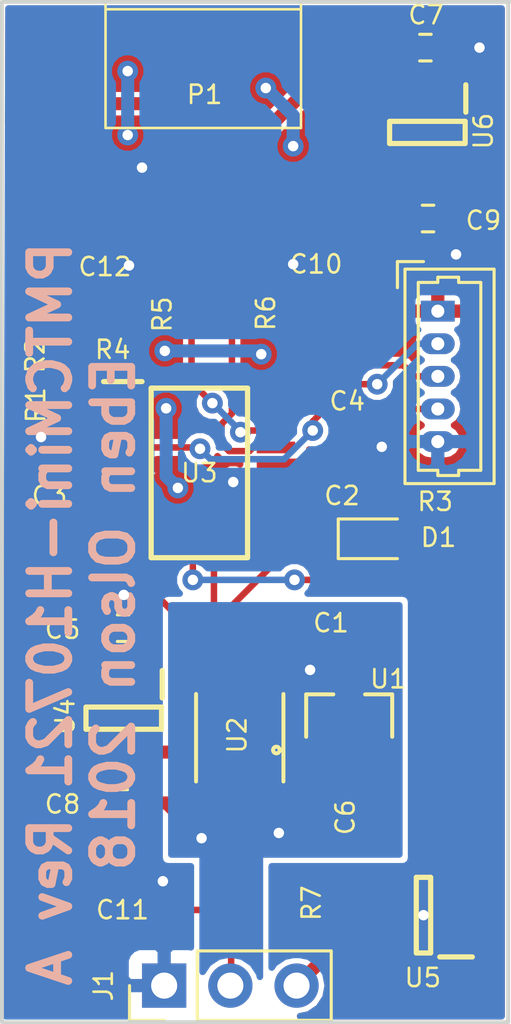
<source format=kicad_pcb>
(kicad_pcb (version 20171130) (host pcbnew 5.0.0-rc2-be01b52~65~ubuntu17.10.1)

  (general
    (thickness 1.6)
    (drawings 5)
    (tracks 234)
    (zones 0)
    (modules 29)
    (nets 32)
  )

  (page A4)
  (layers
    (0 F.Cu signal hide)
    (31 B.Cu signal hide)
    (32 B.Adhes user)
    (33 F.Adhes user)
    (34 B.Paste user)
    (35 F.Paste user)
    (36 B.SilkS user)
    (37 F.SilkS user)
    (38 B.Mask user)
    (39 F.Mask user)
    (40 Dwgs.User user hide)
    (41 Cmts.User user)
    (42 Eco1.User user)
    (43 Eco2.User user)
    (44 Edge.Cuts user)
    (45 Margin user)
    (46 B.CrtYd user)
    (47 F.CrtYd user hide)
    (48 B.Fab user)
    (49 F.Fab user hide)
  )

  (setup
    (last_trace_width 0.5)
    (user_trace_width 0.5)
    (user_trace_width 1)
    (trace_clearance 0.2)
    (zone_clearance 0.5)
    (zone_45_only yes)
    (trace_min 0.2)
    (segment_width 0.2)
    (edge_width 0.15)
    (via_size 0.8)
    (via_drill 0.4)
    (via_min_size 0.4)
    (via_min_drill 0.3)
    (uvia_size 0.3)
    (uvia_drill 0.1)
    (uvias_allowed no)
    (uvia_min_size 0.2)
    (uvia_min_drill 0.1)
    (pcb_text_width 0.3)
    (pcb_text_size 1.5 1.5)
    (mod_edge_width 0.15)
    (mod_text_size 0.7 0.7)
    (mod_text_width 0.1)
    (pad_size 1.524 1.524)
    (pad_drill 0.762)
    (pad_to_mask_clearance 0.2)
    (aux_axis_origin 0 0)
    (visible_elements FFFFFF7F)
    (pcbplotparams
      (layerselection 0x010fc_ffffffff)
      (usegerberextensions false)
      (usegerberattributes false)
      (usegerberadvancedattributes false)
      (creategerberjobfile false)
      (excludeedgelayer true)
      (linewidth 0.100000)
      (plotframeref false)
      (viasonmask false)
      (mode 1)
      (useauxorigin false)
      (hpglpennumber 1)
      (hpglpenspeed 20)
      (hpglpendiameter 15)
      (psnegative false)
      (psa4output false)
      (plotreference true)
      (plotvalue true)
      (plotinvisibletext false)
      (padsonsilk false)
      (subtractmaskfromsilk false)
      (outputformat 1)
      (mirror false)
      (drillshape 1)
      (scaleselection 1)
      (outputdirectory ""))
  )

  (net 0 "")
  (net 1 /USBM)
  (net 2 "Net-(R6-Pad2)")
  (net 3 "Net-(R4-Pad1)")
  (net 4 /USBP)
  (net 5 +3.3VA)
  (net 6 "Net-(D1-Pad2)")
  (net 7 +3V3)
  (net 8 "Net-(R1-Pad1)")
  (net 9 GND)
  (net 10 "Net-(R7-Pad1)")
  (net 11 /PMT_VDD)
  (net 12 /LED)
  (net 13 /PMT_ADJ)
  (net 14 /SWDIO)
  (net 15 /SWCLK)
  (net 16 /RESET)
  (net 17 GNDA)
  (net 18 "Net-(C1-Pad1)")
  (net 19 /PMT_EN)
  (net 20 "Net-(U5-Pad4)")
  (net 21 "Net-(U3-Pad2)")
  (net 22 "Net-(U3-Pad3)")
  (net 23 "Net-(U3-Pad6)")
  (net 24 "Net-(U3-Pad8)")
  (net 25 "Net-(U3-Pad9)")
  (net 26 /\CS)
  (net 27 /SCLK)
  (net 28 "Net-(U3-Pad12)")
  (net 29 /MOSI)
  (net 30 VBUS)
  (net 31 "Net-(P1-Pad4)")

  (net_class Default "This is the default net class."
    (clearance 0.2)
    (trace_width 0.25)
    (via_dia 0.8)
    (via_drill 0.4)
    (uvia_dia 0.3)
    (uvia_drill 0.1)
    (add_net +3.3VA)
    (add_net +3V3)
    (add_net /LED)
    (add_net /MOSI)
    (add_net /PMT_ADJ)
    (add_net /PMT_EN)
    (add_net /PMT_VDD)
    (add_net /RESET)
    (add_net /SCLK)
    (add_net /SWCLK)
    (add_net /SWDIO)
    (add_net /USBM)
    (add_net /USBP)
    (add_net /\CS)
    (add_net GND)
    (add_net GNDA)
    (add_net "Net-(C1-Pad1)")
    (add_net "Net-(D1-Pad2)")
    (add_net "Net-(P1-Pad4)")
    (add_net "Net-(R1-Pad1)")
    (add_net "Net-(R4-Pad1)")
    (add_net "Net-(R6-Pad2)")
    (add_net "Net-(R7-Pad1)")
    (add_net "Net-(U3-Pad12)")
    (add_net "Net-(U3-Pad2)")
    (add_net "Net-(U3-Pad3)")
    (add_net "Net-(U3-Pad6)")
    (add_net "Net-(U3-Pad8)")
    (add_net "Net-(U3-Pad9)")
    (add_net "Net-(U5-Pad4)")
    (add_net VBUS)
  )

  (module Connector_Molex:Molex_PicoBlade_53047-1010_1x05_P1.25mm_Vertical (layer F.Cu) (tedit 5A174F43) (tstamp 5B345E73)
    (at 141.45 65.45 270)
    (descr "Molex PicoBlade Connector System, 53047-1010, 5 Pins per row (http://www.molex.com/pdm_docs/sd/530470610_sd.pdf), generated with kicad-footprint-generator")
    (tags "connector Molex PicoBlade side entry")
    (path /5B2BD838)
    (fp_text reference J2 (at 2.5 -3.25 270) (layer F.SilkS)
      (effects (font (size 0.7 0.7) (thickness 0.1)))
    )
    (fp_text value Conn_01x05 (at 2.5 2.35 270) (layer F.Fab)
      (effects (font (size 0.7 0.7) (thickness 0.1)))
    )
    (fp_line (start -1.5 -2.05) (end -1.5 1.15) (layer F.Fab) (width 0.1))
    (fp_line (start -1.5 1.15) (end 6.5 1.15) (layer F.Fab) (width 0.1))
    (fp_line (start 6.5 1.15) (end 6.5 -2.05) (layer F.Fab) (width 0.1))
    (fp_line (start 6.5 -2.05) (end -1.5 -2.05) (layer F.Fab) (width 0.1))
    (fp_line (start -1.61 -2.16) (end -1.61 1.26) (layer F.SilkS) (width 0.12))
    (fp_line (start -1.61 1.26) (end 6.61 1.26) (layer F.SilkS) (width 0.12))
    (fp_line (start 6.61 1.26) (end 6.61 -2.16) (layer F.SilkS) (width 0.12))
    (fp_line (start 6.61 -2.16) (end -1.61 -2.16) (layer F.SilkS) (width 0.12))
    (fp_line (start 2.5 0.75) (end -1.1 0.75) (layer F.SilkS) (width 0.12))
    (fp_line (start -1.1 0.75) (end -1.1 0) (layer F.SilkS) (width 0.12))
    (fp_line (start -1.1 0) (end -1.3 0) (layer F.SilkS) (width 0.12))
    (fp_line (start -1.3 0) (end -1.3 -0.8) (layer F.SilkS) (width 0.12))
    (fp_line (start -1.3 -0.8) (end -1.1 -0.8) (layer F.SilkS) (width 0.12))
    (fp_line (start -1.1 -0.8) (end -1.1 -1.65) (layer F.SilkS) (width 0.12))
    (fp_line (start -1.1 -1.65) (end 2.5 -1.65) (layer F.SilkS) (width 0.12))
    (fp_line (start 2.5 0.75) (end 6.1 0.75) (layer F.SilkS) (width 0.12))
    (fp_line (start 6.1 0.75) (end 6.1 0) (layer F.SilkS) (width 0.12))
    (fp_line (start 6.1 0) (end 6.3 0) (layer F.SilkS) (width 0.12))
    (fp_line (start 6.3 0) (end 6.3 -0.8) (layer F.SilkS) (width 0.12))
    (fp_line (start 6.3 -0.8) (end 6.1 -0.8) (layer F.SilkS) (width 0.12))
    (fp_line (start 6.1 -0.8) (end 6.1 -1.65) (layer F.SilkS) (width 0.12))
    (fp_line (start 6.1 -1.65) (end 2.5 -1.65) (layer F.SilkS) (width 0.12))
    (fp_line (start -1.9 1.55) (end -1.9 0.55) (layer F.SilkS) (width 0.12))
    (fp_line (start -1.9 1.55) (end -0.9 1.55) (layer F.SilkS) (width 0.12))
    (fp_line (start -0.5 1.15) (end 0 0.442893) (layer F.Fab) (width 0.1))
    (fp_line (start 0 0.442893) (end 0.5 1.15) (layer F.Fab) (width 0.1))
    (fp_line (start -2 -2.55) (end -2 1.65) (layer F.CrtYd) (width 0.05))
    (fp_line (start -2 1.65) (end 7 1.65) (layer F.CrtYd) (width 0.05))
    (fp_line (start 7 1.65) (end 7 -2.55) (layer F.CrtYd) (width 0.05))
    (fp_line (start 7 -2.55) (end -2 -2.55) (layer F.CrtYd) (width 0.05))
    (fp_text user %R (at 2.5 -1.35 270) (layer F.Fab)
      (effects (font (size 0.7 0.7) (thickness 0.1)))
    )
    (pad 1 thru_hole rect (at 0 0 270) (size 0.8 1.3) (drill 0.5) (layers *.Cu *.Mask)
      (net 7 +3V3))
    (pad 2 thru_hole oval (at 1.25 0 270) (size 0.8 1.3) (drill 0.5) (layers *.Cu *.Mask)
      (net 14 /SWDIO))
    (pad 3 thru_hole oval (at 2.5 0 270) (size 0.8 1.3) (drill 0.5) (layers *.Cu *.Mask)
      (net 15 /SWCLK))
    (pad 4 thru_hole oval (at 3.75 0 270) (size 0.8 1.3) (drill 0.5) (layers *.Cu *.Mask)
      (net 16 /RESET))
    (pad 5 thru_hole oval (at 5 0 270) (size 0.8 1.3) (drill 0.5) (layers *.Cu *.Mask)
      (net 9 GND))
    (model ${KISYS3DMOD}/Connector_Molex.3dshapes/Molex_PicoBlade_53047-1010_1x05_P1.25mm_Vertical.wrl
      (at (xyz 0 0 0))
      (scale (xyz 1 1 1))
      (rotate (xyz 0 0 0))
    )
  )

  (module 21-0036K (layer F.Cu) (tedit 5B2BFFB6) (tstamp 5B33781C)
    (at 133.85 81.8 270)
    (path /5B2BD9B0)
    (attr smd)
    (fp_text reference U2 (at -0.1 0.1 270) (layer F.SilkS)
      (effects (font (size 0.7 0.7) (thickness 0.1)))
    )
    (fp_text value MAX5214GUAT (at -1.87139 2.09514 270) (layer F.Fab)
      (effects (font (size 0.7 0.7) (thickness 0.1)))
    )
    (fp_line (start -1.5494 -0.8128) (end -1.5494 -1.1684) (layer Dwgs.User) (width 0.1524))
    (fp_line (start -1.5494 -1.1684) (end -2.5146 -1.1684) (layer Dwgs.User) (width 0.1524))
    (fp_line (start -2.5146 -1.1684) (end -2.5146 -0.8128) (layer Dwgs.User) (width 0.1524))
    (fp_line (start -2.5146 -0.8128) (end -1.5494 -0.8128) (layer Dwgs.User) (width 0.1524))
    (fp_line (start -1.5494 -0.1524) (end -1.5494 -0.508) (layer Dwgs.User) (width 0.1524))
    (fp_line (start -1.5494 -0.508) (end -2.5146 -0.508) (layer Dwgs.User) (width 0.1524))
    (fp_line (start -2.5146 -0.508) (end -2.5146 -0.1524) (layer Dwgs.User) (width 0.1524))
    (fp_line (start -2.5146 -0.1524) (end -1.5494 -0.1524) (layer Dwgs.User) (width 0.1524))
    (fp_line (start -1.5494 0.508) (end -1.5494 0.1524) (layer Dwgs.User) (width 0.1524))
    (fp_line (start -1.5494 0.1524) (end -2.5146 0.1524) (layer Dwgs.User) (width 0.1524))
    (fp_line (start -2.5146 0.1524) (end -2.5146 0.508) (layer Dwgs.User) (width 0.1524))
    (fp_line (start -2.5146 0.508) (end -1.5494 0.508) (layer Dwgs.User) (width 0.1524))
    (fp_line (start -1.5494 1.1684) (end -1.5494 0.8128) (layer Dwgs.User) (width 0.1524))
    (fp_line (start -1.5494 0.8128) (end -2.5146 0.8128) (layer Dwgs.User) (width 0.1524))
    (fp_line (start -2.5146 0.8128) (end -2.5146 1.1684) (layer Dwgs.User) (width 0.1524))
    (fp_line (start -2.5146 1.1684) (end -1.5494 1.1684) (layer Dwgs.User) (width 0.1524))
    (fp_line (start 1.5494 0.8128) (end 1.5494 1.1684) (layer Dwgs.User) (width 0.1524))
    (fp_line (start 1.5494 1.1684) (end 2.5146 1.1684) (layer Dwgs.User) (width 0.1524))
    (fp_line (start 2.5146 1.1684) (end 2.5146 0.8128) (layer Dwgs.User) (width 0.1524))
    (fp_line (start 2.5146 0.8128) (end 1.5494 0.8128) (layer Dwgs.User) (width 0.1524))
    (fp_line (start 1.5494 0.1524) (end 1.5494 0.508) (layer Dwgs.User) (width 0.1524))
    (fp_line (start 1.5494 0.508) (end 2.5146 0.508) (layer Dwgs.User) (width 0.1524))
    (fp_line (start 2.5146 0.508) (end 2.5146 0.1524) (layer Dwgs.User) (width 0.1524))
    (fp_line (start 2.5146 0.1524) (end 1.5494 0.1524) (layer Dwgs.User) (width 0.1524))
    (fp_line (start 1.5494 -0.508) (end 1.5494 -0.1524) (layer Dwgs.User) (width 0.1524))
    (fp_line (start 1.5494 -0.1524) (end 2.5146 -0.1524) (layer Dwgs.User) (width 0.1524))
    (fp_line (start 2.5146 -0.1524) (end 2.5146 -0.508) (layer Dwgs.User) (width 0.1524))
    (fp_line (start 2.5146 -0.508) (end 1.5494 -0.508) (layer Dwgs.User) (width 0.1524))
    (fp_line (start 1.5494 -1.1684) (end 1.5494 -0.8128) (layer Dwgs.User) (width 0.1524))
    (fp_line (start 1.5494 -0.8128) (end 2.5146 -0.8128) (layer Dwgs.User) (width 0.1524))
    (fp_line (start 2.5146 -0.8128) (end 2.5146 -1.1684) (layer Dwgs.User) (width 0.1524))
    (fp_line (start 2.5146 -1.1684) (end 1.5494 -1.1684) (layer Dwgs.User) (width 0.1524))
    (fp_line (start -1.5494 1.5494) (end 1.5494 1.5494) (layer Dwgs.User) (width 0.1524))
    (fp_line (start 1.5494 1.5494) (end 1.5494 -1.5494) (layer Dwgs.User) (width 0.1524))
    (fp_line (start 1.5494 -1.5494) (end 0.3048 -1.5494) (layer Dwgs.User) (width 0.1524))
    (fp_line (start 0.3048 -1.5494) (end -0.3048 -1.5494) (layer Dwgs.User) (width 0.1524))
    (fp_line (start -0.3048 -1.5494) (end -1.5494 -1.5494) (layer Dwgs.User) (width 0.1524))
    (fp_line (start -1.5494 -1.5494) (end -1.5494 1.5494) (layer Dwgs.User) (width 0.1524))
    (fp_arc (start 0 -1.5494) (end -0.3048 -1.5494) (angle -180) (layer Dwgs.User) (width 0.1524))
    (fp_line (start -1.6764 1.6764) (end 1.6764 1.6764) (layer F.SilkS) (width 0.1524))
    (fp_line (start 1.6764 -1.6764) (end -1.6764 -1.6764) (layer F.SilkS) (width 0.1524))
    (pad 1 smd rect (at -2.1844 -0.9906 270) (size 1.3716 0.4064) (layers F.Cu F.Paste F.Mask)
      (net 18 "Net-(C1-Pad1)"))
    (pad 2 smd rect (at -2.1844 -0.3302 270) (size 1.3716 0.4064) (layers F.Cu F.Paste F.Mask)
      (net 26 /\CS))
    (pad 3 smd rect (at -2.1844 0.3302 270) (size 1.3716 0.4064) (layers F.Cu F.Paste F.Mask)
      (net 27 /SCLK))
    (pad 4 smd rect (at -2.1844 0.9906 270) (size 1.3716 0.4064) (layers F.Cu F.Paste F.Mask)
      (net 29 /MOSI))
    (pad 5 smd rect (at 2.1844 0.9906 270) (size 1.3716 0.4064) (layers F.Cu F.Paste F.Mask)
      (net 5 +3.3VA))
    (pad 6 smd rect (at 2.1844 0.3302 270) (size 1.3716 0.4064) (layers F.Cu F.Paste F.Mask)
      (net 13 /PMT_ADJ))
    (pad 7 smd rect (at 2.1844 -0.3302 270) (size 1.3716 0.4064) (layers F.Cu F.Paste F.Mask)
      (net 5 +3.3VA))
    (pad 8 smd rect (at 2.1844 -0.9906 270) (size 1.3716 0.4064) (layers F.Cu F.Paste F.Mask)
      (net 17 GNDA))
  )

  (module 21-0051H (layer F.Cu) (tedit 5B2BFFB2) (tstamp 5B3377E7)
    (at 138.05 80.95)
    (path /5B2BDABC)
    (attr smd)
    (fp_text reference U1 (at 1.5 -1.4) (layer F.SilkS)
      (effects (font (size 0.7 0.7) (thickness 0.1)))
    )
    (fp_text value MAX6106EUR-T (at -0.229706 2.57983) (layer F.Fab)
      (effects (font (size 0.7 0.7) (thickness 0.1)))
    )
    (fp_line (start -0.6858 0.7112) (end -1.1938 0.7112) (layer Dwgs.User) (width 0.1524))
    (fp_line (start -1.1938 0.7112) (end -1.1938 1.3208) (layer Dwgs.User) (width 0.1524))
    (fp_line (start -1.1938 1.3208) (end -0.6858 1.3208) (layer Dwgs.User) (width 0.1524))
    (fp_line (start -0.6858 1.3208) (end -0.6858 0.7112) (layer Dwgs.User) (width 0.1524))
    (fp_line (start 1.1938 0.7112) (end 0.6858 0.7112) (layer Dwgs.User) (width 0.1524))
    (fp_line (start 0.6858 0.7112) (end 0.6858 1.3208) (layer Dwgs.User) (width 0.1524))
    (fp_line (start 0.6858 1.3208) (end 1.1938 1.3208) (layer Dwgs.User) (width 0.1524))
    (fp_line (start 1.1938 1.3208) (end 1.1938 0.7112) (layer Dwgs.User) (width 0.1524))
    (fp_line (start -0.254 -0.7112) (end 0.254 -0.7112) (layer Dwgs.User) (width 0.1524))
    (fp_line (start 0.254 -0.7112) (end 0.254 -1.3208) (layer Dwgs.User) (width 0.1524))
    (fp_line (start 0.254 -1.3208) (end -0.254 -1.3208) (layer Dwgs.User) (width 0.1524))
    (fp_line (start -0.254 -1.3208) (end -0.254 -0.7112) (layer Dwgs.User) (width 0.1524))
    (fp_line (start -1.524 0.7112) (end 1.524 0.7112) (layer Dwgs.User) (width 0.1524))
    (fp_line (start 1.524 0.7112) (end 1.524 -0.7112) (layer Dwgs.User) (width 0.1524))
    (fp_line (start 1.524 -0.7112) (end -1.524 -0.7112) (layer Dwgs.User) (width 0.1524))
    (fp_line (start -1.524 -0.7112) (end -1.524 0.7112) (layer Dwgs.User) (width 0.1524))
    (fp_arc (start -1.27 0.4572) (end -1.397 0.4572) (angle -180) (layer Dwgs.User) (width 0))
    (fp_arc (start -1.27 0.4445) (end -1.143 0.4318) (angle -180) (layer Dwgs.User) (width 0))
    (fp_line (start -0.6096 -0.8128) (end -1.651 -0.8128) (layer F.SilkS) (width 0.1524))
    (fp_line (start 1.651 0.8128) (end 1.651 -0.8128) (layer F.SilkS) (width 0.1524))
    (fp_line (start 1.651 -0.8128) (end 0.6096 -0.8128) (layer F.SilkS) (width 0.1524))
    (fp_line (start -1.651 -0.8128) (end -1.651 0.8128) (layer F.SilkS) (width 0.1524))
    (fp_arc (start -2.794 1.3208) (end -2.921 1.3208) (angle -180) (layer F.SilkS) (width 0.1524))
    (fp_arc (start -2.794 1.3208) (end -2.667 1.3208) (angle -180) (layer F.SilkS) (width 0.1524))
    (pad 1 smd rect (at -0.95 1.0287) (size 0.5588 1.2954) (layers F.Cu F.Paste F.Mask)
      (net 5 +3.3VA))
    (pad 2 smd rect (at 0.95 1.0287) (size 0.5588 1.2954) (layers F.Cu F.Paste F.Mask)
      (net 18 "Net-(C1-Pad1)"))
    (pad 3 smd rect (at 0 -1.0287) (size 0.5588 1.2954) (layers F.Cu F.Paste F.Mask)
      (net 17 GNDA))
  )

  (module "HRS_ZX62M-B-5P(01)" (layer F.Cu) (tedit 0) (tstamp 5B3377C8)
    (at 132.45 56.6 180)
    (path /5B2BD5B0)
    (attr smd)
    (fp_text reference P1 (at -0.05 -0.55 180) (layer F.SilkS)
      (effects (font (size 0.7 0.7) (thickness 0.1)))
    )
    (fp_text value "ZX62M-B-5P(01)" (at -3.91304 6.37811 180) (layer F.SilkS)
      (effects (font (size 0.7 0.7) (thickness 0.1)))
    )
    (fp_line (start 3.75 2.72) (end -3.75 2.72) (layer F.SilkS) (width 0.1))
    (fp_poly (pts (xy -1.45936 -1.83064) (xy -1.45936 -3.68827) (xy -1.14827 -3.68827) (xy -1.14827 -1.83064)) (layer Dwgs.User) (width 0.381))
    (fp_poly (pts (xy -0.808921 -1.83108) (xy -0.808921 -3.6844) (xy -0.494404 -3.6844) (xy -0.494404 -1.83108)) (layer Dwgs.User) (width 0.381))
    (fp_poly (pts (xy -0.158771 -1.83123) (xy -0.158771 -3.68259) (xy 0.157412 -3.68259) (xy 0.157412 -1.83123)) (layer Dwgs.User) (width 0.381))
    (fp_poly (pts (xy 0.49257 -1.83257) (xy 0.49257 -3.68318) (xy 0.806821 -3.68318) (xy 0.806821 -1.83257)) (layer Dwgs.User) (width 0.381))
    (fp_poly (pts (xy 1.14232 -1.83232) (xy 1.14232 -3.68173) (xy 1.45827 -3.68173) (xy 1.45827 -1.83232)) (layer Dwgs.User) (width 0.381))
    (fp_line (start -3.75 3.42) (end -3.75 -1.83) (layer F.SilkS) (width 0.1))
    (fp_line (start 3.75 3.42) (end 3.75 -1.83) (layer F.SilkS) (width 0.1))
    (fp_line (start -3.75 -1.83) (end 3.75 -1.83) (layer F.SilkS) (width 0.1))
    (fp_line (start 3.75 3.42) (end 3.15 3.42) (layer F.SilkS) (width 0.1))
    (fp_line (start 3.15 3.42) (end 2.5 3.42) (layer F.SilkS) (width 0.1))
    (fp_line (start 2.5 3.42) (end -2.5 3.42) (layer F.SilkS) (width 0.1))
    (fp_line (start -2.5 3.42) (end -3.15 3.42) (layer F.SilkS) (width 0.1))
    (fp_line (start -3.15 3.42) (end -3.75 3.42) (layer F.SilkS) (width 0.1))
    (fp_line (start 2.5 4.02) (end -2.5 4.02) (layer F.SilkS) (width 0.1))
    (fp_line (start -4.05 3.72) (end -3.75 3.42) (layer F.SilkS) (width 0.1))
    (fp_line (start -3.75 4.02) (end -3.15 3.42) (layer F.SilkS) (width 0.1))
    (fp_line (start -4.05 3.72) (end -3.75 4.02) (layer F.SilkS) (width 0.1))
    (fp_line (start 4.05 3.72) (end 3.75 3.42) (layer F.SilkS) (width 0.1))
    (fp_line (start 3.15 3.42) (end 3.75 4.02) (layer F.SilkS) (width 0.1))
    (fp_line (start 3.75 4.02) (end 4.05 3.72) (layer F.SilkS) (width 0.1))
    (fp_line (start -2.5 4.02) (end -2.5 3.42) (layer F.SilkS) (width 0.1))
    (fp_line (start 2.5 4.02) (end 2.5 3.42) (layer F.SilkS) (width 0.1))
    (fp_line (start -3.9 3.27) (end -3.9 -2.33) (layer Dwgs.User) (width 0))
    (fp_line (start -3.9 -2.33) (end 3.9 -2.33) (layer Dwgs.User) (width 0))
    (fp_line (start 3.9 -2.33) (end 3.9 3.27) (layer Dwgs.User) (width 0))
    (fp_line (start -5 3.27) (end -3.9 3.27) (layer Dwgs.User) (width 0))
    (fp_line (start 5 3.27) (end 3.9 3.27) (layer Dwgs.User) (width 0))
    (pad S4 smd rect (at -2.35 -5.13 270) (size 1.5 2) (layers F.Cu F.Paste F.Mask))
    (pad S5 smd rect (at 2.35 -5.13 270) (size 1.5 2) (layers F.Cu F.Paste F.Mask))
    (pad S2 smd rect (at -5.2 1.27 270) (size 2.4 1.6) (layers F.Cu F.Paste F.Mask))
    (pad S1 smd rect (at 5.2 1.27 270) (size 2.4 1.6) (layers F.Cu F.Paste F.Mask))
    (pad 1 smd rect (at -1.3 -3.355 270) (size 1.05 0.4) (layers F.Cu F.Paste F.Mask)
      (net 30 VBUS))
    (pad 2 smd rect (at -0.65 -3.355 270) (size 1.05 0.4) (layers F.Cu F.Paste F.Mask)
      (net 1 /USBM))
    (pad 3 smd rect (at 0 -3.355 270) (size 1.05 0.4) (layers F.Cu F.Paste F.Mask)
      (net 4 /USBP))
    (pad 4 smd rect (at 0.65 -3.355 270) (size 1.05 0.4) (layers F.Cu F.Paste F.Mask)
      (net 31 "Net-(P1-Pad4)"))
    (pad 5 smd rect (at 1.3 -3.355 270) (size 1.05 0.4) (layers F.Cu F.Paste F.Mask)
      (net 9 GND))
    (pad S3 smd rect (at -5.2 -3.03 270) (size 2.4 1.6) (layers F.Cu F.Paste F.Mask))
    (pad S6 smd rect (at 5.2 -3.03 270) (size 2.4 1.6) (layers F.Cu F.Paste F.Mask))
  )

  (module SOP65P640X120-20N (layer F.Cu) (tedit 5B2BC492) (tstamp 5B3464DD)
    (at 132.3 71.65)
    (descr TSSOP20)
    (tags "Integrated Circuit")
    (path /5B2BC521)
    (attr smd)
    (fp_text reference U3 (at 0 0) (layer F.SilkS)
      (effects (font (size 0.7 0.7) (thickness 0.1)))
    )
    (fp_text value STM32F042F6P6 (at 0 0) (layer F.SilkS) hide
      (effects (font (size 0.7 0.7) (thickness 0.1)))
    )
    (fp_line (start -3.925 -3.55) (end 3.925 -3.55) (layer Dwgs.User) (width 0.05))
    (fp_line (start 3.925 -3.55) (end 3.925 3.55) (layer Dwgs.User) (width 0.05))
    (fp_line (start 3.925 3.55) (end -3.925 3.55) (layer Dwgs.User) (width 0.05))
    (fp_line (start -3.925 3.55) (end -3.925 -3.55) (layer Dwgs.User) (width 0.05))
    (fp_line (start -2.2 -3.25) (end 2.2 -3.25) (layer Dwgs.User) (width 0.1))
    (fp_line (start 2.2 -3.25) (end 2.2 3.25) (layer Dwgs.User) (width 0.1))
    (fp_line (start 2.2 3.25) (end -2.2 3.25) (layer Dwgs.User) (width 0.1))
    (fp_line (start -2.2 3.25) (end -2.2 -3.25) (layer Dwgs.User) (width 0.1))
    (fp_line (start -2.2 -2.6) (end -1.55 -3.25) (layer Dwgs.User) (width 0.1))
    (fp_line (start -1.85 -3.25) (end 1.85 -3.25) (layer F.SilkS) (width 0.2))
    (fp_line (start 1.85 -3.25) (end 1.85 3.25) (layer F.SilkS) (width 0.2))
    (fp_line (start 1.85 3.25) (end -1.85 3.25) (layer F.SilkS) (width 0.2))
    (fp_line (start -1.85 3.25) (end -1.85 -3.25) (layer F.SilkS) (width 0.2))
    (fp_line (start -3.675 -3.5) (end -2.2 -3.5) (layer F.SilkS) (width 0.2))
    (pad 1 smd rect (at -2.938 -2.925 90) (size 0.45 1.475) (layers F.Cu F.Paste F.Mask)
      (net 8 "Net-(R1-Pad1)"))
    (pad 2 smd rect (at -2.938 -2.275 90) (size 0.45 1.475) (layers F.Cu F.Paste F.Mask)
      (net 21 "Net-(U3-Pad2)"))
    (pad 3 smd rect (at -2.938 -1.625 90) (size 0.45 1.475) (layers F.Cu F.Paste F.Mask)
      (net 22 "Net-(U3-Pad3)"))
    (pad 4 smd rect (at -2.938 -0.975 90) (size 0.45 1.475) (layers F.Cu F.Paste F.Mask)
      (net 16 /RESET))
    (pad 5 smd rect (at -2.938 -0.325 90) (size 0.45 1.475) (layers F.Cu F.Paste F.Mask)
      (net 7 +3V3))
    (pad 6 smd rect (at -2.938 0.325 90) (size 0.45 1.475) (layers F.Cu F.Paste F.Mask)
      (net 23 "Net-(U3-Pad6)"))
    (pad 7 smd rect (at -2.938 0.975 90) (size 0.45 1.475) (layers F.Cu F.Paste F.Mask)
      (net 19 /PMT_EN))
    (pad 8 smd rect (at -2.938 1.625 90) (size 0.45 1.475) (layers F.Cu F.Paste F.Mask)
      (net 24 "Net-(U3-Pad8)"))
    (pad 9 smd rect (at -2.938 2.275 90) (size 0.45 1.475) (layers F.Cu F.Paste F.Mask)
      (net 25 "Net-(U3-Pad9)"))
    (pad 10 smd rect (at -2.938 2.925 90) (size 0.45 1.475) (layers F.Cu F.Paste F.Mask)
      (net 26 /\CS))
    (pad 11 smd rect (at 2.938 2.925 90) (size 0.45 1.475) (layers F.Cu F.Paste F.Mask)
      (net 27 /SCLK))
    (pad 12 smd rect (at 2.938 2.275 90) (size 0.45 1.475) (layers F.Cu F.Paste F.Mask)
      (net 28 "Net-(U3-Pad12)"))
    (pad 13 smd rect (at 2.938 1.625 90) (size 0.45 1.475) (layers F.Cu F.Paste F.Mask)
      (net 29 /MOSI))
    (pad 14 smd rect (at 2.938 0.975 90) (size 0.45 1.475) (layers F.Cu F.Paste F.Mask)
      (net 12 /LED))
    (pad 15 smd rect (at 2.938 0.325 90) (size 0.45 1.475) (layers F.Cu F.Paste F.Mask)
      (net 9 GND))
    (pad 16 smd rect (at 2.938 -0.325 90) (size 0.45 1.475) (layers F.Cu F.Paste F.Mask)
      (net 7 +3V3))
    (pad 17 smd rect (at 2.938 -0.975 90) (size 0.45 1.475) (layers F.Cu F.Paste F.Mask)
      (net 2 "Net-(R6-Pad2)"))
    (pad 18 smd rect (at 2.938 -1.625 90) (size 0.45 1.475) (layers F.Cu F.Paste F.Mask)
      (net 3 "Net-(R4-Pad1)"))
    (pad 19 smd rect (at 2.938 -2.275 90) (size 0.45 1.475) (layers F.Cu F.Paste F.Mask)
      (net 14 /SWDIO))
    (pad 20 smd rect (at 2.938 -2.925 90) (size 0.45 1.475) (layers F.Cu F.Paste F.Mask)
      (net 15 /SWCLK))
  )

  (module SOT95P280X100-5N (layer F.Cu) (tedit 5B2BD8E2) (tstamp 5B337777)
    (at 141.05 58.6 270)
    (descr "S5 Package 5-Lead Plastic TSOT-23")
    (tags "Integrated Circuit")
    (path /5B2CF66E)
    (attr smd)
    (fp_text reference U6 (at -0.05 -2.15 270) (layer F.SilkS)
      (effects (font (size 0.7 0.7) (thickness 0.1)))
    )
    (fp_text value ADP7118AUJZ-3.3-R7 (at 0 0 270) (layer F.SilkS) hide
      (effects (font (size 0.7 0.7) (thickness 0.1)))
    )
    (fp_line (start -1.825 -1.475) (end -0.775 -1.475) (layer F.SilkS) (width 0.2))
    (fp_line (start -0.425 1.45) (end -0.425 -1.45) (layer F.SilkS) (width 0.2))
    (fp_line (start 0.425 1.45) (end -0.425 1.45) (layer F.SilkS) (width 0.2))
    (fp_line (start 0.425 -1.45) (end 0.425 1.45) (layer F.SilkS) (width 0.2))
    (fp_line (start -0.425 -1.45) (end 0.425 -1.45) (layer F.SilkS) (width 0.2))
    (fp_line (start -0.812 -0.5) (end 0.138 -1.45) (layer Dwgs.User) (width 0.1))
    (fp_line (start -0.812 1.45) (end -0.812 -1.45) (layer Dwgs.User) (width 0.1))
    (fp_line (start 0.812 1.45) (end -0.812 1.45) (layer Dwgs.User) (width 0.1))
    (fp_line (start 0.812 -1.45) (end 0.812 1.45) (layer Dwgs.User) (width 0.1))
    (fp_line (start -0.812 -1.45) (end 0.812 -1.45) (layer Dwgs.User) (width 0.1))
    (fp_line (start -2.075 1.7) (end -2.075 -1.7) (layer Dwgs.User) (width 0.05))
    (fp_line (start 2.075 1.7) (end -2.075 1.7) (layer Dwgs.User) (width 0.05))
    (fp_line (start 2.075 -1.7) (end 2.075 1.7) (layer Dwgs.User) (width 0.05))
    (fp_line (start -2.075 -1.7) (end 2.075 -1.7) (layer Dwgs.User) (width 0.05))
    (pad 5 smd rect (at 1.3 -0.95) (size 0.55 1.05) (layers F.Cu F.Paste F.Mask)
      (net 7 +3V3))
    (pad 4 smd rect (at 1.3 0.95) (size 0.55 1.05) (layers F.Cu F.Paste F.Mask)
      (net 7 +3V3))
    (pad 3 smd rect (at -1.3 0.95) (size 0.55 1.05) (layers F.Cu F.Paste F.Mask)
      (net 30 VBUS))
    (pad 2 smd rect (at -1.3 0) (size 0.55 1.05) (layers F.Cu F.Paste F.Mask)
      (net 9 GND))
    (pad 1 smd rect (at -1.3 -0.95) (size 0.55 1.05) (layers F.Cu F.Paste F.Mask)
      (net 30 VBUS))
  )

  (module SOT95P280X100-5N (layer F.Cu) (tedit 5B2BD8E2) (tstamp 5B346731)
    (at 129.4 81.05 270)
    (descr "S5 Package 5-Lead Plastic TSOT-23")
    (tags "Integrated Circuit")
    (path /5B2BE0A6)
    (attr smd)
    (fp_text reference U4 (at -0.05 2.25 270) (layer F.SilkS)
      (effects (font (size 0.7 0.7) (thickness 0.1)))
    )
    (fp_text value ADP7118AUJZ-3.3-R7 (at 0 0 270) (layer F.SilkS) hide
      (effects (font (size 0.7 0.7) (thickness 0.1)))
    )
    (fp_line (start -2.075 -1.7) (end 2.075 -1.7) (layer Dwgs.User) (width 0.05))
    (fp_line (start 2.075 -1.7) (end 2.075 1.7) (layer Dwgs.User) (width 0.05))
    (fp_line (start 2.075 1.7) (end -2.075 1.7) (layer Dwgs.User) (width 0.05))
    (fp_line (start -2.075 1.7) (end -2.075 -1.7) (layer Dwgs.User) (width 0.05))
    (fp_line (start -0.812 -1.45) (end 0.812 -1.45) (layer Dwgs.User) (width 0.1))
    (fp_line (start 0.812 -1.45) (end 0.812 1.45) (layer Dwgs.User) (width 0.1))
    (fp_line (start 0.812 1.45) (end -0.812 1.45) (layer Dwgs.User) (width 0.1))
    (fp_line (start -0.812 1.45) (end -0.812 -1.45) (layer Dwgs.User) (width 0.1))
    (fp_line (start -0.812 -0.5) (end 0.138 -1.45) (layer Dwgs.User) (width 0.1))
    (fp_line (start -0.425 -1.45) (end 0.425 -1.45) (layer F.SilkS) (width 0.2))
    (fp_line (start 0.425 -1.45) (end 0.425 1.45) (layer F.SilkS) (width 0.2))
    (fp_line (start 0.425 1.45) (end -0.425 1.45) (layer F.SilkS) (width 0.2))
    (fp_line (start -0.425 1.45) (end -0.425 -1.45) (layer F.SilkS) (width 0.2))
    (fp_line (start -1.825 -1.475) (end -0.775 -1.475) (layer F.SilkS) (width 0.2))
    (pad 1 smd rect (at -1.3 -0.95) (size 0.55 1.05) (layers F.Cu F.Paste F.Mask)
      (net 30 VBUS))
    (pad 2 smd rect (at -1.3 0) (size 0.55 1.05) (layers F.Cu F.Paste F.Mask)
      (net 9 GND))
    (pad 3 smd rect (at -1.3 0.95) (size 0.55 1.05) (layers F.Cu F.Paste F.Mask)
      (net 30 VBUS))
    (pad 4 smd rect (at 1.3 0.95) (size 0.55 1.05) (layers F.Cu F.Paste F.Mask)
      (net 5 +3.3VA))
    (pad 5 smd rect (at 1.3 -0.95) (size 0.55 1.05) (layers F.Cu F.Paste F.Mask)
      (net 5 +3.3VA))
  )

  (module SOT95P280X100-6N (layer F.Cu) (tedit 5B2BF093) (tstamp 5B346386)
    (at 140.9 88.6 180)
    (descr "SOT-23(6)")
    (tags "Integrated Circuit")
    (path /5B33C77A)
    (attr smd)
    (fp_text reference U5 (at 0.025 -2.4 180) (layer F.SilkS)
      (effects (font (size 0.7 0.7) (thickness 0.1)))
    )
    (fp_text value TPS22918TDBVTQ1 (at 0 0 180) (layer F.SilkS) hide
      (effects (font (size 0.7 0.7) (thickness 0.1)))
    )
    (fp_line (start -2.125 -1.775) (end 2.125 -1.775) (layer Dwgs.User) (width 0.05))
    (fp_line (start 2.125 -1.775) (end 2.125 1.775) (layer Dwgs.User) (width 0.05))
    (fp_line (start 2.125 1.775) (end -2.125 1.775) (layer Dwgs.User) (width 0.05))
    (fp_line (start -2.125 1.775) (end -2.125 -1.775) (layer Dwgs.User) (width 0.05))
    (fp_line (start -0.8 -1.45) (end 0.8 -1.45) (layer Dwgs.User) (width 0.1))
    (fp_line (start 0.8 -1.45) (end 0.8 1.45) (layer Dwgs.User) (width 0.1))
    (fp_line (start 0.8 1.45) (end -0.8 1.45) (layer Dwgs.User) (width 0.1))
    (fp_line (start -0.8 1.45) (end -0.8 -1.45) (layer Dwgs.User) (width 0.1))
    (fp_line (start -0.8 -0.5) (end 0.15 -1.45) (layer Dwgs.User) (width 0.1))
    (fp_line (start -0.275 -1.45) (end 0.275 -1.45) (layer F.SilkS) (width 0.2))
    (fp_line (start 0.275 -1.45) (end 0.275 1.45) (layer F.SilkS) (width 0.2))
    (fp_line (start 0.275 1.45) (end -0.275 1.45) (layer F.SilkS) (width 0.2))
    (fp_line (start -0.275 1.45) (end -0.275 -1.45) (layer F.SilkS) (width 0.2))
    (fp_line (start -1.875 -1.6) (end -0.625 -1.6) (layer F.SilkS) (width 0.2))
    (pad 1 smd rect (at -1.25 -0.95 270) (size 0.6 1.25) (layers F.Cu F.Paste F.Mask)
      (net 7 +3V3))
    (pad 2 smd rect (at -1.25 0 270) (size 0.6 1.25) (layers F.Cu F.Paste F.Mask)
      (net 9 GND))
    (pad 3 smd rect (at -1.25 0.95 270) (size 0.6 1.25) (layers F.Cu F.Paste F.Mask)
      (net 19 /PMT_EN))
    (pad 4 smd rect (at 1.25 0.95 270) (size 0.6 1.25) (layers F.Cu F.Paste F.Mask)
      (net 20 "Net-(U5-Pad4)"))
    (pad 5 smd rect (at 1.25 0 270) (size 0.6 1.25) (layers F.Cu F.Paste F.Mask)
      (net 10 "Net-(R7-Pad1)"))
    (pad 6 smd rect (at 1.25 -0.95 270) (size 0.6 1.25) (layers F.Cu F.Paste F.Mask)
      (net 11 /PMT_VDD))
  )

  (module Capacitor_SMD:C_0402_1005Metric (layer F.Cu) (tedit 5A002D62) (tstamp 5B337731)
    (at 131.0375 63.65 180)
    (descr "Capacitor SMD 0402 (1005 Metric), square (rectangular) end terminal, IPC_7351 nominal, (Body size source: http://www.tortai-tech.com/upload/download/2011102023233369053.pdf), generated with kicad-footprint-generator")
    (tags capacitor)
    (path /5B2BE5B1)
    (attr smd)
    (fp_text reference C12 (at 2.3625 -0.1) (layer F.SilkS)
      (effects (font (size 0.7 0.7) (thickness 0.1)))
    )
    (fp_text value 47pF (at 0 1.5 180) (layer F.Fab)
      (effects (font (size 0.7 0.7) (thickness 0.1)))
    )
    (fp_text user %R (at 0 -0.88 180) (layer F.Fab)
      (effects (font (size 0.7 0.7) (thickness 0.1)))
    )
    (fp_line (start 0.82 0.48) (end -0.82 0.48) (layer F.CrtYd) (width 0.05))
    (fp_line (start 0.82 -0.48) (end 0.82 0.48) (layer F.CrtYd) (width 0.05))
    (fp_line (start -0.82 -0.48) (end 0.82 -0.48) (layer F.CrtYd) (width 0.05))
    (fp_line (start -0.82 0.48) (end -0.82 -0.48) (layer F.CrtYd) (width 0.05))
    (fp_line (start 0.5 0.25) (end -0.5 0.25) (layer F.Fab) (width 0.1))
    (fp_line (start 0.5 -0.25) (end 0.5 0.25) (layer F.Fab) (width 0.1))
    (fp_line (start -0.5 -0.25) (end 0.5 -0.25) (layer F.Fab) (width 0.1))
    (fp_line (start -0.5 0.25) (end -0.5 -0.25) (layer F.Fab) (width 0.1))
    (pad 2 smd rect (at 0.3875 0 180) (size 0.575 0.65) (layers F.Cu F.Paste F.Mask)
      (net 9 GND))
    (pad 1 smd rect (at -0.3875 0 180) (size 0.575 0.65) (layers F.Cu F.Paste F.Mask)
      (net 4 /USBP))
    (model ${KISYS3DMOD}/Capacitor_SMD.3dshapes/C_0402_1005Metric.wrl
      (at (xyz 0 0 0))
      (scale (xyz 1 1 1))
      (rotate (xyz 0 0 0))
    )
  )

  (module Capacitor_SMD:C_0402_1005Metric (layer F.Cu) (tedit 5A002D62) (tstamp 5B337722)
    (at 131.3 88.4 180)
    (descr "Capacitor SMD 0402 (1005 Metric), square (rectangular) end terminal, IPC_7351 nominal, (Body size source: http://www.tortai-tech.com/upload/download/2011102023233369053.pdf), generated with kicad-footprint-generator")
    (tags capacitor)
    (path /5B2C64DD)
    (attr smd)
    (fp_text reference C11 (at 1.95 0 180) (layer F.SilkS)
      (effects (font (size 0.7 0.7) (thickness 0.1)))
    )
    (fp_text value 0.1uF (at 0 1.5 180) (layer F.Fab)
      (effects (font (size 0.7 0.7) (thickness 0.1)))
    )
    (fp_line (start -0.5 0.25) (end -0.5 -0.25) (layer F.Fab) (width 0.1))
    (fp_line (start -0.5 -0.25) (end 0.5 -0.25) (layer F.Fab) (width 0.1))
    (fp_line (start 0.5 -0.25) (end 0.5 0.25) (layer F.Fab) (width 0.1))
    (fp_line (start 0.5 0.25) (end -0.5 0.25) (layer F.Fab) (width 0.1))
    (fp_line (start -0.82 0.48) (end -0.82 -0.48) (layer F.CrtYd) (width 0.05))
    (fp_line (start -0.82 -0.48) (end 0.82 -0.48) (layer F.CrtYd) (width 0.05))
    (fp_line (start 0.82 -0.48) (end 0.82 0.48) (layer F.CrtYd) (width 0.05))
    (fp_line (start 0.82 0.48) (end -0.82 0.48) (layer F.CrtYd) (width 0.05))
    (fp_text user %R (at 0 -0.88 180) (layer F.Fab)
      (effects (font (size 0.7 0.7) (thickness 0.1)))
    )
    (pad 1 smd rect (at -0.3875 0 180) (size 0.575 0.65) (layers F.Cu F.Paste F.Mask)
      (net 13 /PMT_ADJ))
    (pad 2 smd rect (at 0.3875 0 180) (size 0.575 0.65) (layers F.Cu F.Paste F.Mask)
      (net 9 GND))
    (model ${KISYS3DMOD}/Capacitor_SMD.3dshapes/C_0402_1005Metric.wrl
      (at (xyz 0 0 0))
      (scale (xyz 1 1 1))
      (rotate (xyz 0 0 0))
    )
  )

  (module Capacitor_SMD:C_0402_1005Metric (layer F.Cu) (tedit 5A002D62) (tstamp 5B337713)
    (at 134.5 63.65)
    (descr "Capacitor SMD 0402 (1005 Metric), square (rectangular) end terminal, IPC_7351 nominal, (Body size source: http://www.tortai-tech.com/upload/download/2011102023233369053.pdf), generated with kicad-footprint-generator")
    (tags capacitor)
    (path /5B2BE525)
    (attr smd)
    (fp_text reference C10 (at 2.275 0 180) (layer F.SilkS)
      (effects (font (size 0.7 0.7) (thickness 0.1)))
    )
    (fp_text value 47pF (at 0 1.5) (layer F.Fab)
      (effects (font (size 0.7 0.7) (thickness 0.1)))
    )
    (fp_text user %R (at 0 -0.88) (layer F.Fab)
      (effects (font (size 0.7 0.7) (thickness 0.1)))
    )
    (fp_line (start 0.82 0.48) (end -0.82 0.48) (layer F.CrtYd) (width 0.05))
    (fp_line (start 0.82 -0.48) (end 0.82 0.48) (layer F.CrtYd) (width 0.05))
    (fp_line (start -0.82 -0.48) (end 0.82 -0.48) (layer F.CrtYd) (width 0.05))
    (fp_line (start -0.82 0.48) (end -0.82 -0.48) (layer F.CrtYd) (width 0.05))
    (fp_line (start 0.5 0.25) (end -0.5 0.25) (layer F.Fab) (width 0.1))
    (fp_line (start 0.5 -0.25) (end 0.5 0.25) (layer F.Fab) (width 0.1))
    (fp_line (start -0.5 -0.25) (end 0.5 -0.25) (layer F.Fab) (width 0.1))
    (fp_line (start -0.5 0.25) (end -0.5 -0.25) (layer F.Fab) (width 0.1))
    (pad 2 smd rect (at 0.3875 0) (size 0.575 0.65) (layers F.Cu F.Paste F.Mask)
      (net 9 GND))
    (pad 1 smd rect (at -0.3875 0) (size 0.575 0.65) (layers F.Cu F.Paste F.Mask)
      (net 1 /USBM))
    (model ${KISYS3DMOD}/Capacitor_SMD.3dshapes/C_0402_1005Metric.wrl
      (at (xyz 0 0 0))
      (scale (xyz 1 1 1))
      (rotate (xyz 0 0 0))
    )
  )

  (module Capacitor_SMD:C_0402_1005Metric (layer F.Cu) (tedit 5A002D62) (tstamp 5B337704)
    (at 136.75 84.85 270)
    (descr "Capacitor SMD 0402 (1005 Metric), square (rectangular) end terminal, IPC_7351 nominal, (Body size source: http://www.tortai-tech.com/upload/download/2011102023233369053.pdf), generated with kicad-footprint-generator")
    (tags capacitor)
    (path /5B2C2C61)
    (attr smd)
    (fp_text reference C6 (at 0 -1.15 270) (layer F.SilkS)
      (effects (font (size 0.7 0.7) (thickness 0.1)))
    )
    (fp_text value 0.1uF (at 0 1.5 270) (layer F.Fab)
      (effects (font (size 0.7 0.7) (thickness 0.1)))
    )
    (fp_line (start -0.5 0.25) (end -0.5 -0.25) (layer F.Fab) (width 0.1))
    (fp_line (start -0.5 -0.25) (end 0.5 -0.25) (layer F.Fab) (width 0.1))
    (fp_line (start 0.5 -0.25) (end 0.5 0.25) (layer F.Fab) (width 0.1))
    (fp_line (start 0.5 0.25) (end -0.5 0.25) (layer F.Fab) (width 0.1))
    (fp_line (start -0.82 0.48) (end -0.82 -0.48) (layer F.CrtYd) (width 0.05))
    (fp_line (start -0.82 -0.48) (end 0.82 -0.48) (layer F.CrtYd) (width 0.05))
    (fp_line (start 0.82 -0.48) (end 0.82 0.48) (layer F.CrtYd) (width 0.05))
    (fp_line (start 0.82 0.48) (end -0.82 0.48) (layer F.CrtYd) (width 0.05))
    (fp_text user %R (at 0 -0.88 270) (layer F.Fab)
      (effects (font (size 0.7 0.7) (thickness 0.1)))
    )
    (pad 1 smd rect (at -0.3875 0 270) (size 0.575 0.65) (layers F.Cu F.Paste F.Mask)
      (net 5 +3.3VA))
    (pad 2 smd rect (at 0.3875 0 270) (size 0.575 0.65) (layers F.Cu F.Paste F.Mask)
      (net 17 GNDA))
    (model ${KISYS3DMOD}/Capacitor_SMD.3dshapes/C_0402_1005Metric.wrl
      (at (xyz 0 0 0))
      (scale (xyz 1 1 1))
      (rotate (xyz 0 0 0))
    )
  )

  (module Capacitor_SMD:C_0402_1005Metric (layer F.Cu) (tedit 5A002D62) (tstamp 5B3376F5)
    (at 137.9625 69.95)
    (descr "Capacitor SMD 0402 (1005 Metric), square (rectangular) end terminal, IPC_7351 nominal, (Body size source: http://www.tortai-tech.com/upload/download/2011102023233369053.pdf), generated with kicad-footprint-generator")
    (tags capacitor)
    (path /5B310786)
    (attr smd)
    (fp_text reference C4 (at 0.0125 -1.05 180) (layer F.SilkS)
      (effects (font (size 0.7 0.7) (thickness 0.1)))
    )
    (fp_text value 0.1uF (at 0 1.5) (layer F.Fab)
      (effects (font (size 0.7 0.7) (thickness 0.1)))
    )
    (fp_text user %R (at 0 -0.88) (layer F.Fab)
      (effects (font (size 0.7 0.7) (thickness 0.1)))
    )
    (fp_line (start 0.82 0.48) (end -0.82 0.48) (layer F.CrtYd) (width 0.05))
    (fp_line (start 0.82 -0.48) (end 0.82 0.48) (layer F.CrtYd) (width 0.05))
    (fp_line (start -0.82 -0.48) (end 0.82 -0.48) (layer F.CrtYd) (width 0.05))
    (fp_line (start -0.82 0.48) (end -0.82 -0.48) (layer F.CrtYd) (width 0.05))
    (fp_line (start 0.5 0.25) (end -0.5 0.25) (layer F.Fab) (width 0.1))
    (fp_line (start 0.5 -0.25) (end 0.5 0.25) (layer F.Fab) (width 0.1))
    (fp_line (start -0.5 -0.25) (end 0.5 -0.25) (layer F.Fab) (width 0.1))
    (fp_line (start -0.5 0.25) (end -0.5 -0.25) (layer F.Fab) (width 0.1))
    (pad 2 smd rect (at 0.3875 0) (size 0.575 0.65) (layers F.Cu F.Paste F.Mask)
      (net 9 GND))
    (pad 1 smd rect (at -0.3875 0) (size 0.575 0.65) (layers F.Cu F.Paste F.Mask)
      (net 7 +3V3))
    (model ${KISYS3DMOD}/Capacitor_SMD.3dshapes/C_0402_1005Metric.wrl
      (at (xyz 0 0 0))
      (scale (xyz 1 1 1))
      (rotate (xyz 0 0 0))
    )
  )

  (module Capacitor_SMD:C_0402_1005Metric (layer F.Cu) (tedit 5A002D62) (tstamp 5B3376E6)
    (at 126.65 71.3 180)
    (descr "Capacitor SMD 0402 (1005 Metric), square (rectangular) end terminal, IPC_7351 nominal, (Body size source: http://www.tortai-tech.com/upload/download/2011102023233369053.pdf), generated with kicad-footprint-generator")
    (tags capacitor)
    (path /5B30E920)
    (attr smd)
    (fp_text reference C3 (at 0.1 -1.225 180) (layer F.SilkS)
      (effects (font (size 0.7 0.7) (thickness 0.1)))
    )
    (fp_text value 0.1uF (at 0 1.5 180) (layer F.Fab)
      (effects (font (size 0.7 0.7) (thickness 0.1)))
    )
    (fp_line (start -0.5 0.25) (end -0.5 -0.25) (layer F.Fab) (width 0.1))
    (fp_line (start -0.5 -0.25) (end 0.5 -0.25) (layer F.Fab) (width 0.1))
    (fp_line (start 0.5 -0.25) (end 0.5 0.25) (layer F.Fab) (width 0.1))
    (fp_line (start 0.5 0.25) (end -0.5 0.25) (layer F.Fab) (width 0.1))
    (fp_line (start -0.82 0.48) (end -0.82 -0.48) (layer F.CrtYd) (width 0.05))
    (fp_line (start -0.82 -0.48) (end 0.82 -0.48) (layer F.CrtYd) (width 0.05))
    (fp_line (start 0.82 -0.48) (end 0.82 0.48) (layer F.CrtYd) (width 0.05))
    (fp_line (start 0.82 0.48) (end -0.82 0.48) (layer F.CrtYd) (width 0.05))
    (fp_text user %R (at 0 -0.88 180) (layer F.Fab)
      (effects (font (size 0.7 0.7) (thickness 0.1)))
    )
    (pad 1 smd rect (at -0.3875 0 180) (size 0.575 0.65) (layers F.Cu F.Paste F.Mask)
      (net 7 +3V3))
    (pad 2 smd rect (at 0.3875 0 180) (size 0.575 0.65) (layers F.Cu F.Paste F.Mask)
      (net 9 GND))
    (model ${KISYS3DMOD}/Capacitor_SMD.3dshapes/C_0402_1005Metric.wrl
      (at (xyz 0 0 0))
      (scale (xyz 1 1 1))
      (rotate (xyz 0 0 0))
    )
  )

  (module Capacitor_SMD:C_0402_1005Metric (layer F.Cu) (tedit 5A002D62) (tstamp 5B3376D7)
    (at 135.45 77.45)
    (descr "Capacitor SMD 0402 (1005 Metric), square (rectangular) end terminal, IPC_7351 nominal, (Body size source: http://www.tortai-tech.com/upload/download/2011102023233369053.pdf), generated with kicad-footprint-generator")
    (tags capacitor)
    (path /5B2C256F)
    (attr smd)
    (fp_text reference C1 (at 1.9 -0.05) (layer F.SilkS)
      (effects (font (size 0.7 0.7) (thickness 0.1)))
    )
    (fp_text value 0.1uF (at 0 1.5) (layer F.Fab)
      (effects (font (size 0.7 0.7) (thickness 0.1)))
    )
    (fp_text user %R (at 0 -0.88) (layer F.Fab)
      (effects (font (size 0.7 0.7) (thickness 0.1)))
    )
    (fp_line (start 0.82 0.48) (end -0.82 0.48) (layer F.CrtYd) (width 0.05))
    (fp_line (start 0.82 -0.48) (end 0.82 0.48) (layer F.CrtYd) (width 0.05))
    (fp_line (start -0.82 -0.48) (end 0.82 -0.48) (layer F.CrtYd) (width 0.05))
    (fp_line (start -0.82 0.48) (end -0.82 -0.48) (layer F.CrtYd) (width 0.05))
    (fp_line (start 0.5 0.25) (end -0.5 0.25) (layer F.Fab) (width 0.1))
    (fp_line (start 0.5 -0.25) (end 0.5 0.25) (layer F.Fab) (width 0.1))
    (fp_line (start -0.5 -0.25) (end 0.5 -0.25) (layer F.Fab) (width 0.1))
    (fp_line (start -0.5 0.25) (end -0.5 -0.25) (layer F.Fab) (width 0.1))
    (pad 2 smd rect (at 0.3875 0) (size 0.575 0.65) (layers F.Cu F.Paste F.Mask)
      (net 17 GNDA))
    (pad 1 smd rect (at -0.3875 0) (size 0.575 0.65) (layers F.Cu F.Paste F.Mask)
      (net 18 "Net-(C1-Pad1)"))
    (model ${KISYS3DMOD}/Capacitor_SMD.3dshapes/C_0402_1005Metric.wrl
      (at (xyz 0 0 0))
      (scale (xyz 1 1 1))
      (rotate (xyz 0 0 0))
    )
  )

  (module Capacitor_SMD:C_0402_1005Metric (layer F.Cu) (tedit 5A002D62) (tstamp 5B3376C8)
    (at 137.95 71.35)
    (descr "Capacitor SMD 0402 (1005 Metric), square (rectangular) end terminal, IPC_7351 nominal, (Body size source: http://www.tortai-tech.com/upload/download/2011102023233369053.pdf), generated with kicad-footprint-generator")
    (tags capacitor)
    (path /5B3125EA)
    (attr smd)
    (fp_text reference C2 (at -0.175 1.175) (layer F.SilkS)
      (effects (font (size 0.7 0.7) (thickness 0.1)))
    )
    (fp_text value 1uF (at 0 1.5) (layer F.Fab)
      (effects (font (size 0.7 0.7) (thickness 0.1)))
    )
    (fp_line (start -0.5 0.25) (end -0.5 -0.25) (layer F.Fab) (width 0.1))
    (fp_line (start -0.5 -0.25) (end 0.5 -0.25) (layer F.Fab) (width 0.1))
    (fp_line (start 0.5 -0.25) (end 0.5 0.25) (layer F.Fab) (width 0.1))
    (fp_line (start 0.5 0.25) (end -0.5 0.25) (layer F.Fab) (width 0.1))
    (fp_line (start -0.82 0.48) (end -0.82 -0.48) (layer F.CrtYd) (width 0.05))
    (fp_line (start -0.82 -0.48) (end 0.82 -0.48) (layer F.CrtYd) (width 0.05))
    (fp_line (start 0.82 -0.48) (end 0.82 0.48) (layer F.CrtYd) (width 0.05))
    (fp_line (start 0.82 0.48) (end -0.82 0.48) (layer F.CrtYd) (width 0.05))
    (fp_text user %R (at 0 -0.88) (layer F.Fab)
      (effects (font (size 0.7 0.7) (thickness 0.1)))
    )
    (pad 1 smd rect (at -0.3875 0) (size 0.575 0.65) (layers F.Cu F.Paste F.Mask)
      (net 7 +3V3))
    (pad 2 smd rect (at 0.3875 0) (size 0.575 0.65) (layers F.Cu F.Paste F.Mask)
      (net 9 GND))
    (model ${KISYS3DMOD}/Capacitor_SMD.3dshapes/C_0402_1005Metric.wrl
      (at (xyz 0 0 0))
      (scale (xyz 1 1 1))
      (rotate (xyz 0 0 0))
    )
  )

  (module Capacitor_SMD:C_0603_1608Metric (layer F.Cu) (tedit 59FE48B8) (tstamp 5B3376B9)
    (at 141.075 61.9)
    (descr "Capacitor SMD 0603 (1608 Metric), square (rectangular) end terminal, IPC_7351 nominal, (Body size source: http://www.tortai-tech.com/upload/download/2011102023233369053.pdf), generated with kicad-footprint-generator")
    (tags capacitor)
    (path /5B2CF675)
    (attr smd)
    (fp_text reference C9 (at 2.125 0.075) (layer F.SilkS)
      (effects (font (size 0.7 0.7) (thickness 0.1)))
    )
    (fp_text value 2.2uF (at 0 1.65) (layer F.Fab)
      (effects (font (size 0.7 0.7) (thickness 0.1)))
    )
    (fp_text user %R (at 0 0) (layer F.Fab)
      (effects (font (size 0.7 0.7) (thickness 0.1)))
    )
    (fp_line (start 1.46 0.75) (end -1.46 0.75) (layer F.CrtYd) (width 0.05))
    (fp_line (start 1.46 -0.75) (end 1.46 0.75) (layer F.CrtYd) (width 0.05))
    (fp_line (start -1.46 -0.75) (end 1.46 -0.75) (layer F.CrtYd) (width 0.05))
    (fp_line (start -1.46 0.75) (end -1.46 -0.75) (layer F.CrtYd) (width 0.05))
    (fp_line (start -0.22 0.51) (end 0.22 0.51) (layer F.SilkS) (width 0.12))
    (fp_line (start -0.22 -0.51) (end 0.22 -0.51) (layer F.SilkS) (width 0.12))
    (fp_line (start 0.8 0.4) (end -0.8 0.4) (layer F.Fab) (width 0.1))
    (fp_line (start 0.8 -0.4) (end 0.8 0.4) (layer F.Fab) (width 0.1))
    (fp_line (start -0.8 -0.4) (end 0.8 -0.4) (layer F.Fab) (width 0.1))
    (fp_line (start -0.8 0.4) (end -0.8 -0.4) (layer F.Fab) (width 0.1))
    (pad 2 smd rect (at 0.875 0) (size 0.67 1) (layers F.Cu F.Paste F.Mask)
      (net 9 GND))
    (pad 1 smd rect (at -0.875 0) (size 0.67 1) (layers F.Cu F.Paste F.Mask)
      (net 7 +3V3))
    (model ${KISYS3DMOD}/Capacitor_SMD.3dshapes/C_0603_1608Metric.wrl
      (at (xyz 0 0 0))
      (scale (xyz 1 1 1))
      (rotate (xyz 0 0 0))
    )
  )

  (module Capacitor_SMD:C_0603_1608Metric (layer F.Cu) (tedit 59FE48B8) (tstamp 5B3376A8)
    (at 129.325 84.3)
    (descr "Capacitor SMD 0603 (1608 Metric), square (rectangular) end terminal, IPC_7351 nominal, (Body size source: http://www.tortai-tech.com/upload/download/2011102023233369053.pdf), generated with kicad-footprint-generator")
    (tags capacitor)
    (path /5B2C8790)
    (attr smd)
    (fp_text reference C8 (at -2.275 0.05) (layer F.SilkS)
      (effects (font (size 0.7 0.7) (thickness 0.1)))
    )
    (fp_text value 2.2uF (at 0 1.65) (layer F.Fab)
      (effects (font (size 0.7 0.7) (thickness 0.1)))
    )
    (fp_line (start -0.8 0.4) (end -0.8 -0.4) (layer F.Fab) (width 0.1))
    (fp_line (start -0.8 -0.4) (end 0.8 -0.4) (layer F.Fab) (width 0.1))
    (fp_line (start 0.8 -0.4) (end 0.8 0.4) (layer F.Fab) (width 0.1))
    (fp_line (start 0.8 0.4) (end -0.8 0.4) (layer F.Fab) (width 0.1))
    (fp_line (start -0.22 -0.51) (end 0.22 -0.51) (layer F.SilkS) (width 0.12))
    (fp_line (start -0.22 0.51) (end 0.22 0.51) (layer F.SilkS) (width 0.12))
    (fp_line (start -1.46 0.75) (end -1.46 -0.75) (layer F.CrtYd) (width 0.05))
    (fp_line (start -1.46 -0.75) (end 1.46 -0.75) (layer F.CrtYd) (width 0.05))
    (fp_line (start 1.46 -0.75) (end 1.46 0.75) (layer F.CrtYd) (width 0.05))
    (fp_line (start 1.46 0.75) (end -1.46 0.75) (layer F.CrtYd) (width 0.05))
    (fp_text user %R (at 0 0) (layer F.Fab)
      (effects (font (size 0.7 0.7) (thickness 0.1)))
    )
    (pad 1 smd rect (at -0.875 0) (size 0.67 1) (layers F.Cu F.Paste F.Mask)
      (net 5 +3.3VA))
    (pad 2 smd rect (at 0.875 0) (size 0.67 1) (layers F.Cu F.Paste F.Mask)
      (net 17 GNDA))
    (model ${KISYS3DMOD}/Capacitor_SMD.3dshapes/C_0603_1608Metric.wrl
      (at (xyz 0 0 0))
      (scale (xyz 1 1 1))
      (rotate (xyz 0 0 0))
    )
  )

  (module Capacitor_SMD:C_0603_1608Metric (layer F.Cu) (tedit 59FE48B8) (tstamp 5B337697)
    (at 140.975 55.35)
    (descr "Capacitor SMD 0603 (1608 Metric), square (rectangular) end terminal, IPC_7351 nominal, (Body size source: http://www.tortai-tech.com/upload/download/2011102023233369053.pdf), generated with kicad-footprint-generator")
    (tags capacitor)
    (path /5B2CF68B)
    (attr smd)
    (fp_text reference C7 (at 0.025 -1.25) (layer F.SilkS)
      (effects (font (size 0.7 0.7) (thickness 0.1)))
    )
    (fp_text value 2.2uF (at 0 1.65) (layer F.Fab)
      (effects (font (size 0.7 0.7) (thickness 0.1)))
    )
    (fp_text user %R (at 0 0) (layer F.Fab)
      (effects (font (size 0.7 0.7) (thickness 0.1)))
    )
    (fp_line (start 1.46 0.75) (end -1.46 0.75) (layer F.CrtYd) (width 0.05))
    (fp_line (start 1.46 -0.75) (end 1.46 0.75) (layer F.CrtYd) (width 0.05))
    (fp_line (start -1.46 -0.75) (end 1.46 -0.75) (layer F.CrtYd) (width 0.05))
    (fp_line (start -1.46 0.75) (end -1.46 -0.75) (layer F.CrtYd) (width 0.05))
    (fp_line (start -0.22 0.51) (end 0.22 0.51) (layer F.SilkS) (width 0.12))
    (fp_line (start -0.22 -0.51) (end 0.22 -0.51) (layer F.SilkS) (width 0.12))
    (fp_line (start 0.8 0.4) (end -0.8 0.4) (layer F.Fab) (width 0.1))
    (fp_line (start 0.8 -0.4) (end 0.8 0.4) (layer F.Fab) (width 0.1))
    (fp_line (start -0.8 -0.4) (end 0.8 -0.4) (layer F.Fab) (width 0.1))
    (fp_line (start -0.8 0.4) (end -0.8 -0.4) (layer F.Fab) (width 0.1))
    (pad 2 smd rect (at 0.875 0) (size 0.67 1) (layers F.Cu F.Paste F.Mask)
      (net 9 GND))
    (pad 1 smd rect (at -0.875 0) (size 0.67 1) (layers F.Cu F.Paste F.Mask)
      (net 30 VBUS))
    (model ${KISYS3DMOD}/Capacitor_SMD.3dshapes/C_0603_1608Metric.wrl
      (at (xyz 0 0 0))
      (scale (xyz 1 1 1))
      (rotate (xyz 0 0 0))
    )
  )

  (module Capacitor_SMD:C_0603_1608Metric (layer F.Cu) (tedit 59FE48B8) (tstamp 5B337686)
    (at 129.375 77.6)
    (descr "Capacitor SMD 0603 (1608 Metric), square (rectangular) end terminal, IPC_7351 nominal, (Body size source: http://www.tortai-tech.com/upload/download/2011102023233369053.pdf), generated with kicad-footprint-generator")
    (tags capacitor)
    (path /5B2CAC62)
    (attr smd)
    (fp_text reference C5 (at -2.325 0.05) (layer F.SilkS)
      (effects (font (size 0.7 0.7) (thickness 0.1)))
    )
    (fp_text value 2.2uF (at 0 1.65) (layer F.Fab)
      (effects (font (size 0.7 0.7) (thickness 0.1)))
    )
    (fp_line (start -0.8 0.4) (end -0.8 -0.4) (layer F.Fab) (width 0.1))
    (fp_line (start -0.8 -0.4) (end 0.8 -0.4) (layer F.Fab) (width 0.1))
    (fp_line (start 0.8 -0.4) (end 0.8 0.4) (layer F.Fab) (width 0.1))
    (fp_line (start 0.8 0.4) (end -0.8 0.4) (layer F.Fab) (width 0.1))
    (fp_line (start -0.22 -0.51) (end 0.22 -0.51) (layer F.SilkS) (width 0.12))
    (fp_line (start -0.22 0.51) (end 0.22 0.51) (layer F.SilkS) (width 0.12))
    (fp_line (start -1.46 0.75) (end -1.46 -0.75) (layer F.CrtYd) (width 0.05))
    (fp_line (start -1.46 -0.75) (end 1.46 -0.75) (layer F.CrtYd) (width 0.05))
    (fp_line (start 1.46 -0.75) (end 1.46 0.75) (layer F.CrtYd) (width 0.05))
    (fp_line (start 1.46 0.75) (end -1.46 0.75) (layer F.CrtYd) (width 0.05))
    (fp_text user %R (at 0 0) (layer F.Fab)
      (effects (font (size 0.7 0.7) (thickness 0.1)))
    )
    (pad 1 smd rect (at -0.875 0) (size 0.67 1) (layers F.Cu F.Paste F.Mask)
      (net 30 VBUS))
    (pad 2 smd rect (at 0.875 0) (size 0.67 1) (layers F.Cu F.Paste F.Mask)
      (net 9 GND))
    (model ${KISYS3DMOD}/Capacitor_SMD.3dshapes/C_0603_1608Metric.wrl
      (at (xyz 0 0 0))
      (scale (xyz 1 1 1))
      (rotate (xyz 0 0 0))
    )
  )

  (module Connector_PinHeader_2.54mm:PinHeader_1x03_P2.54mm_Vertical (layer F.Cu) (tedit 59FED5CC) (tstamp 5B337645)
    (at 130.95 91.3 90)
    (descr "Through hole straight pin header, 1x03, 2.54mm pitch, single row")
    (tags "Through hole pin header THT 1x03 2.54mm single row")
    (path /5B2BD72A)
    (fp_text reference J1 (at 0 -2.33 90) (layer F.SilkS)
      (effects (font (size 0.7 0.7) (thickness 0.1)))
    )
    (fp_text value Conn_01x03 (at 0 7.41 90) (layer F.Fab)
      (effects (font (size 0.7 0.7) (thickness 0.1)))
    )
    (fp_line (start -0.635 -1.27) (end 1.27 -1.27) (layer F.Fab) (width 0.1))
    (fp_line (start 1.27 -1.27) (end 1.27 6.35) (layer F.Fab) (width 0.1))
    (fp_line (start 1.27 6.35) (end -1.27 6.35) (layer F.Fab) (width 0.1))
    (fp_line (start -1.27 6.35) (end -1.27 -0.635) (layer F.Fab) (width 0.1))
    (fp_line (start -1.27 -0.635) (end -0.635 -1.27) (layer F.Fab) (width 0.1))
    (fp_line (start -1.33 6.41) (end 1.33 6.41) (layer F.SilkS) (width 0.12))
    (fp_line (start -1.33 1.27) (end -1.33 6.41) (layer F.SilkS) (width 0.12))
    (fp_line (start 1.33 1.27) (end 1.33 6.41) (layer F.SilkS) (width 0.12))
    (fp_line (start -1.33 1.27) (end 1.33 1.27) (layer F.SilkS) (width 0.12))
    (fp_line (start -1.33 0) (end -1.33 -1.33) (layer F.SilkS) (width 0.12))
    (fp_line (start -1.33 -1.33) (end 0 -1.33) (layer F.SilkS) (width 0.12))
    (fp_line (start -1.8 -1.8) (end -1.8 6.85) (layer F.CrtYd) (width 0.05))
    (fp_line (start -1.8 6.85) (end 1.8 6.85) (layer F.CrtYd) (width 0.05))
    (fp_line (start 1.8 6.85) (end 1.8 -1.8) (layer F.CrtYd) (width 0.05))
    (fp_line (start 1.8 -1.8) (end -1.8 -1.8) (layer F.CrtYd) (width 0.05))
    (fp_text user %R (at 0 2.54 180) (layer F.Fab)
      (effects (font (size 0.7 0.7) (thickness 0.1)))
    )
    (pad 1 thru_hole rect (at 0 0 90) (size 1.7 1.7) (drill 1) (layers *.Cu *.Mask)
      (net 9 GND))
    (pad 2 thru_hole oval (at 0 2.54 90) (size 1.7 1.7) (drill 1) (layers *.Cu *.Mask)
      (net 13 /PMT_ADJ))
    (pad 3 thru_hole oval (at 0 5.08 90) (size 1.7 1.7) (drill 1) (layers *.Cu *.Mask)
      (net 11 /PMT_VDD))
    (model ${KISYS3DMOD}/Connector_PinHeader_2.54mm.3dshapes/PinHeader_1x03_P2.54mm_Vertical.wrl
      (at (xyz 0 0 0))
      (scale (xyz 1 1 1))
      (rotate (xyz 0 0 0))
    )
  )

  (module LED_SMD:LED_0603_1608Metric (layer F.Cu) (tedit 5A00A67C) (tstamp 5B33762E)
    (at 139.1 74.175)
    (descr "LED SMD 0603 (1608 Metric), square (rectangular) end terminal, IPC_7351 nominal, (Body size source: http://www.tortai-tech.com/upload/download/2011102023233369053.pdf), generated with kicad-footprint-generator")
    (tags diode)
    (path /5B2BE2AD)
    (attr smd)
    (fp_text reference D1 (at 2.375 -0.05) (layer F.SilkS)
      (effects (font (size 0.7 0.7) (thickness 0.1)))
    )
    (fp_text value LED (at 0 1.65) (layer F.Fab)
      (effects (font (size 0.7 0.7) (thickness 0.1)))
    )
    (fp_line (start 0.8 -0.4) (end -0.5 -0.4) (layer F.Fab) (width 0.1))
    (fp_line (start -0.5 -0.4) (end -0.8 -0.1) (layer F.Fab) (width 0.1))
    (fp_line (start -0.8 -0.1) (end -0.8 0.4) (layer F.Fab) (width 0.1))
    (fp_line (start -0.8 0.4) (end 0.8 0.4) (layer F.Fab) (width 0.1))
    (fp_line (start 0.8 0.4) (end 0.8 -0.4) (layer F.Fab) (width 0.1))
    (fp_line (start 0.8 -0.76) (end -1.47 -0.76) (layer F.SilkS) (width 0.12))
    (fp_line (start -1.47 -0.76) (end -1.47 0.76) (layer F.SilkS) (width 0.12))
    (fp_line (start -1.47 0.76) (end 0.8 0.76) (layer F.SilkS) (width 0.12))
    (fp_line (start -1.46 0.75) (end -1.46 -0.75) (layer F.CrtYd) (width 0.05))
    (fp_line (start -1.46 -0.75) (end 1.46 -0.75) (layer F.CrtYd) (width 0.05))
    (fp_line (start 1.46 -0.75) (end 1.46 0.75) (layer F.CrtYd) (width 0.05))
    (fp_line (start 1.46 0.75) (end -1.46 0.75) (layer F.CrtYd) (width 0.05))
    (fp_text user %R (at 0 0) (layer F.Fab)
      (effects (font (size 0.7 0.7) (thickness 0.1)))
    )
    (pad 1 smd rect (at -0.875 0) (size 0.67 1) (layers F.Cu F.Paste F.Mask)
      (net 12 /LED))
    (pad 2 smd rect (at 0.875 0) (size 0.67 1) (layers F.Cu F.Paste F.Mask)
      (net 6 "Net-(D1-Pad2)"))
    (model ${KISYS3DMOD}/LED_SMD.3dshapes/LED_0603_1608Metric.wrl
      (at (xyz 0 0 0))
      (scale (xyz 1 1 1))
      (rotate (xyz 0 0 0))
    )
  )

  (module Resistor_SMD:R_0402_1005Metric (layer F.Cu) (tedit 5A002D62) (tstamp 5B33761B)
    (at 137.8 88.1875 270)
    (descr "Resistor SMD 0402 (1005 Metric), square (rectangular) end terminal, IPC_7351 nominal, (Body size source: http://www.tortai-tech.com/upload/download/2011102023233369053.pdf), generated with kicad-footprint-generator")
    (tags resistor)
    (path /5B31FA40)
    (attr smd)
    (fp_text reference R7 (at -0.05 1.2 270) (layer F.SilkS)
      (effects (font (size 0.7 0.7) (thickness 0.1)))
    )
    (fp_text value 0 (at 0 1.5 270) (layer F.Fab)
      (effects (font (size 0.7 0.7) (thickness 0.1)))
    )
    (fp_line (start -0.5 0.25) (end -0.5 -0.25) (layer F.Fab) (width 0.1))
    (fp_line (start -0.5 -0.25) (end 0.5 -0.25) (layer F.Fab) (width 0.1))
    (fp_line (start 0.5 -0.25) (end 0.5 0.25) (layer F.Fab) (width 0.1))
    (fp_line (start 0.5 0.25) (end -0.5 0.25) (layer F.Fab) (width 0.1))
    (fp_line (start -0.82 0.48) (end -0.82 -0.48) (layer F.CrtYd) (width 0.05))
    (fp_line (start -0.82 -0.48) (end 0.82 -0.48) (layer F.CrtYd) (width 0.05))
    (fp_line (start 0.82 -0.48) (end 0.82 0.48) (layer F.CrtYd) (width 0.05))
    (fp_line (start 0.82 0.48) (end -0.82 0.48) (layer F.CrtYd) (width 0.05))
    (fp_text user %R (at 0 -0.88 270) (layer F.Fab)
      (effects (font (size 0.7 0.7) (thickness 0.1)))
    )
    (pad 1 smd rect (at -0.3875 0 270) (size 0.575 0.65) (layers F.Cu F.Paste F.Mask)
      (net 10 "Net-(R7-Pad1)"))
    (pad 2 smd rect (at 0.3875 0 270) (size 0.575 0.65) (layers F.Cu F.Paste F.Mask)
      (net 11 /PMT_VDD))
    (model ${KISYS3DMOD}/Resistor_SMD.3dshapes/R_0402_1005Metric.wrl
      (at (xyz 0 0 0))
      (scale (xyz 1 1 1))
      (rotate (xyz 0 0 0))
    )
  )

  (module Resistor_SMD:R_0402_1005Metric (layer F.Cu) (tedit 5A002D62) (tstamp 5B33760C)
    (at 127.075 69.0625 270)
    (descr "Resistor SMD 0402 (1005 Metric), square (rectangular) end terminal, IPC_7351 nominal, (Body size source: http://www.tortai-tech.com/upload/download/2011102023233369053.pdf), generated with kicad-footprint-generator")
    (tags resistor)
    (path /5B2E451D)
    (attr smd)
    (fp_text reference R1 (at -0.0125 1.05 270) (layer F.SilkS)
      (effects (font (size 0.7 0.7) (thickness 0.1)))
    )
    (fp_text value 1.5k (at 0 1.5 270) (layer F.Fab)
      (effects (font (size 0.7 0.7) (thickness 0.1)))
    )
    (fp_text user %R (at 0 -0.88 270) (layer F.Fab)
      (effects (font (size 0.7 0.7) (thickness 0.1)))
    )
    (fp_line (start 0.82 0.48) (end -0.82 0.48) (layer F.CrtYd) (width 0.05))
    (fp_line (start 0.82 -0.48) (end 0.82 0.48) (layer F.CrtYd) (width 0.05))
    (fp_line (start -0.82 -0.48) (end 0.82 -0.48) (layer F.CrtYd) (width 0.05))
    (fp_line (start -0.82 0.48) (end -0.82 -0.48) (layer F.CrtYd) (width 0.05))
    (fp_line (start 0.5 0.25) (end -0.5 0.25) (layer F.Fab) (width 0.1))
    (fp_line (start 0.5 -0.25) (end 0.5 0.25) (layer F.Fab) (width 0.1))
    (fp_line (start -0.5 -0.25) (end 0.5 -0.25) (layer F.Fab) (width 0.1))
    (fp_line (start -0.5 0.25) (end -0.5 -0.25) (layer F.Fab) (width 0.1))
    (pad 2 smd rect (at 0.3875 0 270) (size 0.575 0.65) (layers F.Cu F.Paste F.Mask)
      (net 9 GND))
    (pad 1 smd rect (at -0.3875 0 270) (size 0.575 0.65) (layers F.Cu F.Paste F.Mask)
      (net 8 "Net-(R1-Pad1)"))
    (model ${KISYS3DMOD}/Resistor_SMD.3dshapes/R_0402_1005Metric.wrl
      (at (xyz 0 0 0))
      (scale (xyz 1 1 1))
      (rotate (xyz 0 0 0))
    )
  )

  (module Resistor_SMD:R_0402_1005Metric (layer F.Cu) (tedit 5A002D62) (tstamp 5B3375FD)
    (at 127.15 67.1 90)
    (descr "Resistor SMD 0402 (1005 Metric), square (rectangular) end terminal, IPC_7351 nominal, (Body size source: http://www.tortai-tech.com/upload/download/2011102023233369053.pdf), generated with kicad-footprint-generator")
    (tags resistor)
    (path /5B2E5A52)
    (attr smd)
    (fp_text reference R2 (at -0.05 -1.15 90) (layer F.SilkS)
      (effects (font (size 0.7 0.7) (thickness 0.1)))
    )
    (fp_text value 0 (at 0 1.5 90) (layer F.Fab)
      (effects (font (size 0.7 0.7) (thickness 0.1)))
    )
    (fp_line (start -0.5 0.25) (end -0.5 -0.25) (layer F.Fab) (width 0.1))
    (fp_line (start -0.5 -0.25) (end 0.5 -0.25) (layer F.Fab) (width 0.1))
    (fp_line (start 0.5 -0.25) (end 0.5 0.25) (layer F.Fab) (width 0.1))
    (fp_line (start 0.5 0.25) (end -0.5 0.25) (layer F.Fab) (width 0.1))
    (fp_line (start -0.82 0.48) (end -0.82 -0.48) (layer F.CrtYd) (width 0.05))
    (fp_line (start -0.82 -0.48) (end 0.82 -0.48) (layer F.CrtYd) (width 0.05))
    (fp_line (start 0.82 -0.48) (end 0.82 0.48) (layer F.CrtYd) (width 0.05))
    (fp_line (start 0.82 0.48) (end -0.82 0.48) (layer F.CrtYd) (width 0.05))
    (fp_text user %R (at 0 -0.88 90) (layer F.Fab)
      (effects (font (size 0.7 0.7) (thickness 0.1)))
    )
    (pad 1 smd rect (at -0.3875 0 90) (size 0.575 0.65) (layers F.Cu F.Paste F.Mask)
      (net 8 "Net-(R1-Pad1)"))
    (pad 2 smd rect (at 0.3875 0 90) (size 0.575 0.65) (layers F.Cu F.Paste F.Mask)
      (net 7 +3V3))
    (model ${KISYS3DMOD}/Resistor_SMD.3dshapes/R_0402_1005Metric.wrl
      (at (xyz 0 0 0))
      (scale (xyz 1 1 1))
      (rotate (xyz 0 0 0))
    )
  )

  (module Resistor_SMD:R_0402_1005Metric (layer F.Cu) (tedit 5A002D62) (tstamp 5B3375EE)
    (at 139.675 72.725)
    (descr "Resistor SMD 0402 (1005 Metric), square (rectangular) end terminal, IPC_7351 nominal, (Body size source: http://www.tortai-tech.com/upload/download/2011102023233369053.pdf), generated with kicad-footprint-generator")
    (tags resistor)
    (path /5B2D41E2)
    (attr smd)
    (fp_text reference R3 (at 1.675 0.025) (layer F.SilkS)
      (effects (font (size 0.7 0.7) (thickness 0.1)))
    )
    (fp_text value 330 (at 0 1.5) (layer F.Fab)
      (effects (font (size 0.7 0.7) (thickness 0.1)))
    )
    (fp_text user %R (at 0 -0.88) (layer F.Fab)
      (effects (font (size 0.7 0.7) (thickness 0.1)))
    )
    (fp_line (start 0.82 0.48) (end -0.82 0.48) (layer F.CrtYd) (width 0.05))
    (fp_line (start 0.82 -0.48) (end 0.82 0.48) (layer F.CrtYd) (width 0.05))
    (fp_line (start -0.82 -0.48) (end 0.82 -0.48) (layer F.CrtYd) (width 0.05))
    (fp_line (start -0.82 0.48) (end -0.82 -0.48) (layer F.CrtYd) (width 0.05))
    (fp_line (start 0.5 0.25) (end -0.5 0.25) (layer F.Fab) (width 0.1))
    (fp_line (start 0.5 -0.25) (end 0.5 0.25) (layer F.Fab) (width 0.1))
    (fp_line (start -0.5 -0.25) (end 0.5 -0.25) (layer F.Fab) (width 0.1))
    (fp_line (start -0.5 0.25) (end -0.5 -0.25) (layer F.Fab) (width 0.1))
    (pad 2 smd rect (at 0.3875 0) (size 0.575 0.65) (layers F.Cu F.Paste F.Mask)
      (net 6 "Net-(D1-Pad2)"))
    (pad 1 smd rect (at -0.3875 0) (size 0.575 0.65) (layers F.Cu F.Paste F.Mask)
      (net 7 +3V3))
    (model ${KISYS3DMOD}/Resistor_SMD.3dshapes/R_0402_1005Metric.wrl
      (at (xyz 0 0 0))
      (scale (xyz 1 1 1))
      (rotate (xyz 0 0 0))
    )
  )

  (module Resistor_SMD:R_0402_1005Metric (layer F.Cu) (tedit 5A002D62) (tstamp 5B3375DF)
    (at 129 65.9 180)
    (descr "Resistor SMD 0402 (1005 Metric), square (rectangular) end terminal, IPC_7351 nominal, (Body size source: http://www.tortai-tech.com/upload/download/2011102023233369053.pdf), generated with kicad-footprint-generator")
    (tags resistor)
    (path /5B2DC7ED)
    (attr smd)
    (fp_text reference R4 (at 0.025 -1.025 180) (layer F.SilkS)
      (effects (font (size 0.7 0.7) (thickness 0.1)))
    )
    (fp_text value 1.5k (at 0 1.5 180) (layer F.Fab)
      (effects (font (size 0.7 0.7) (thickness 0.1)))
    )
    (fp_line (start -0.5 0.25) (end -0.5 -0.25) (layer F.Fab) (width 0.1))
    (fp_line (start -0.5 -0.25) (end 0.5 -0.25) (layer F.Fab) (width 0.1))
    (fp_line (start 0.5 -0.25) (end 0.5 0.25) (layer F.Fab) (width 0.1))
    (fp_line (start 0.5 0.25) (end -0.5 0.25) (layer F.Fab) (width 0.1))
    (fp_line (start -0.82 0.48) (end -0.82 -0.48) (layer F.CrtYd) (width 0.05))
    (fp_line (start -0.82 -0.48) (end 0.82 -0.48) (layer F.CrtYd) (width 0.05))
    (fp_line (start 0.82 -0.48) (end 0.82 0.48) (layer F.CrtYd) (width 0.05))
    (fp_line (start 0.82 0.48) (end -0.82 0.48) (layer F.CrtYd) (width 0.05))
    (fp_text user %R (at 0 -0.88 180) (layer F.Fab)
      (effects (font (size 0.7 0.7) (thickness 0.1)))
    )
    (pad 1 smd rect (at -0.3875 0 180) (size 0.575 0.65) (layers F.Cu F.Paste F.Mask)
      (net 3 "Net-(R4-Pad1)"))
    (pad 2 smd rect (at 0.3875 0 180) (size 0.575 0.65) (layers F.Cu F.Paste F.Mask)
      (net 7 +3V3))
    (model ${KISYS3DMOD}/Resistor_SMD.3dshapes/R_0402_1005Metric.wrl
      (at (xyz 0 0 0))
      (scale (xyz 1 1 1))
      (rotate (xyz 0 0 0))
    )
  )

  (module Resistor_SMD:R_0402_1005Metric (layer F.Cu) (tedit 5A002D62) (tstamp 5B3375D0)
    (at 132 65.55 270)
    (descr "Resistor SMD 0402 (1005 Metric), square (rectangular) end terminal, IPC_7351 nominal, (Body size source: http://www.tortai-tech.com/upload/download/2011102023233369053.pdf), generated with kicad-footprint-generator")
    (tags resistor)
    (path /5B2D7313)
    (attr smd)
    (fp_text reference R5 (at 0.025 1.125 270) (layer F.SilkS)
      (effects (font (size 0.7 0.7) (thickness 0.1)))
    )
    (fp_text value 22 (at 0 1.5 270) (layer F.Fab)
      (effects (font (size 0.7 0.7) (thickness 0.1)))
    )
    (fp_text user %R (at 0 -0.88 270) (layer F.Fab)
      (effects (font (size 0.7 0.7) (thickness 0.1)))
    )
    (fp_line (start 0.82 0.48) (end -0.82 0.48) (layer F.CrtYd) (width 0.05))
    (fp_line (start 0.82 -0.48) (end 0.82 0.48) (layer F.CrtYd) (width 0.05))
    (fp_line (start -0.82 -0.48) (end 0.82 -0.48) (layer F.CrtYd) (width 0.05))
    (fp_line (start -0.82 0.48) (end -0.82 -0.48) (layer F.CrtYd) (width 0.05))
    (fp_line (start 0.5 0.25) (end -0.5 0.25) (layer F.Fab) (width 0.1))
    (fp_line (start 0.5 -0.25) (end 0.5 0.25) (layer F.Fab) (width 0.1))
    (fp_line (start -0.5 -0.25) (end 0.5 -0.25) (layer F.Fab) (width 0.1))
    (fp_line (start -0.5 0.25) (end -0.5 -0.25) (layer F.Fab) (width 0.1))
    (pad 2 smd rect (at 0.3875 0 270) (size 0.575 0.65) (layers F.Cu F.Paste F.Mask)
      (net 3 "Net-(R4-Pad1)"))
    (pad 1 smd rect (at -0.3875 0 270) (size 0.575 0.65) (layers F.Cu F.Paste F.Mask)
      (net 4 /USBP))
    (model ${KISYS3DMOD}/Resistor_SMD.3dshapes/R_0402_1005Metric.wrl
      (at (xyz 0 0 0))
      (scale (xyz 1 1 1))
      (rotate (xyz 0 0 0))
    )
  )

  (module Resistor_SMD:R_0402_1005Metric (layer F.Cu) (tedit 5A002D62) (tstamp 5B3375C1)
    (at 133.55 65.55 270)
    (descr "Resistor SMD 0402 (1005 Metric), square (rectangular) end terminal, IPC_7351 nominal, (Body size source: http://www.tortai-tech.com/upload/download/2011102023233369053.pdf), generated with kicad-footprint-generator")
    (tags resistor)
    (path /5B2D93FD)
    (attr smd)
    (fp_text reference R6 (at -0.025 -1.3 270) (layer F.SilkS)
      (effects (font (size 0.7 0.7) (thickness 0.1)))
    )
    (fp_text value 22 (at 0 1.5 270) (layer F.Fab)
      (effects (font (size 0.7 0.7) (thickness 0.1)))
    )
    (fp_line (start -0.5 0.25) (end -0.5 -0.25) (layer F.Fab) (width 0.1))
    (fp_line (start -0.5 -0.25) (end 0.5 -0.25) (layer F.Fab) (width 0.1))
    (fp_line (start 0.5 -0.25) (end 0.5 0.25) (layer F.Fab) (width 0.1))
    (fp_line (start 0.5 0.25) (end -0.5 0.25) (layer F.Fab) (width 0.1))
    (fp_line (start -0.82 0.48) (end -0.82 -0.48) (layer F.CrtYd) (width 0.05))
    (fp_line (start -0.82 -0.48) (end 0.82 -0.48) (layer F.CrtYd) (width 0.05))
    (fp_line (start 0.82 -0.48) (end 0.82 0.48) (layer F.CrtYd) (width 0.05))
    (fp_line (start 0.82 0.48) (end -0.82 0.48) (layer F.CrtYd) (width 0.05))
    (fp_text user %R (at 0 -0.88 270) (layer F.Fab)
      (effects (font (size 0.7 0.7) (thickness 0.1)))
    )
    (pad 1 smd rect (at -0.3875 0 270) (size 0.575 0.65) (layers F.Cu F.Paste F.Mask)
      (net 1 /USBM))
    (pad 2 smd rect (at 0.3875 0 270) (size 0.575 0.65) (layers F.Cu F.Paste F.Mask)
      (net 2 "Net-(R6-Pad2)"))
    (model ${KISYS3DMOD}/Resistor_SMD.3dshapes/R_0402_1005Metric.wrl
      (at (xyz 0 0 0))
      (scale (xyz 1 1 1))
      (rotate (xyz 0 0 0))
    )
  )

  (gr_line (start 124.725 92.65) (end 124.725 53.6) (layer Edge.Cuts) (width 0.15))
  (gr_line (start 144.15 92.7) (end 124.725 92.7) (layer Edge.Cuts) (width 0.15))
  (gr_line (start 144.15 53.6) (end 144.15 92.7) (layer Edge.Cuts) (width 0.15))
  (gr_line (start 124.725 53.6) (end 144.2 53.6) (layer Edge.Cuts) (width 0.15))
  (gr_text "PMTCMini-H10721 Rev A\nEben Olson 2018\n" (at 127.8 77.05 90) (layer B.SilkS)
    (effects (font (size 1.5 1.5) (thickness 0.3)) (justify mirror))
  )

  (segment (start 134.1125 63.65) (end 133.575 63.65) (width 0.25) (layer F.Cu) (net 1))
  (segment (start 133.1 59.955) (end 133.1 63.65) (width 0.25) (layer F.Cu) (net 1))
  (segment (start 133.575 63.65) (end 133.1 63.65) (width 0.25) (layer F.Cu) (net 1))
  (segment (start 133.1 63.65) (end 133.1 64.35) (width 0.25) (layer F.Cu) (net 1))
  (segment (start 133.275 64.35) (end 133.1 64.35) (width 0.25) (layer F.Cu) (net 1))
  (segment (start 133.55 64.625) (end 133.275 64.35) (width 0.25) (layer F.Cu) (net 1))
  (segment (start 133.55 65.1625) (end 133.55 64.625) (width 0.25) (layer F.Cu) (net 1))
  (segment (start 133.55 65.9375) (end 133.55 69.375) (width 0.25) (layer F.Cu) (net 2))
  (segment (start 133.55 69.375) (end 133.15 69.775) (width 0.25) (layer F.Cu) (net 2))
  (segment (start 133.439598 70.814598) (end 133.15 70.525) (width 0.25) (layer F.Cu) (net 2))
  (segment (start 134.223001 70.814598) (end 133.439598 70.814598) (width 0.25) (layer F.Cu) (net 2))
  (segment (start 134.362599 70.675) (end 134.223001 70.814598) (width 0.25) (layer F.Cu) (net 2))
  (segment (start 135.238 70.675) (end 134.362599 70.675) (width 0.25) (layer F.Cu) (net 2))
  (segment (start 133.15 69.775) (end 133.15 70.525) (width 0.25) (layer F.Cu) (net 2))
  (segment (start 131.9625 65.9) (end 132 65.9375) (width 0.25) (layer F.Cu) (net 3))
  (segment (start 129.3875 65.9) (end 131.9625 65.9) (width 0.25) (layer F.Cu) (net 3))
  (via (at 133.875 70.089597) (size 0.8) (drill 0.4) (layers F.Cu B.Cu) (net 3))
  (segment (start 135.238 70.025) (end 133.939597 70.025) (width 0.25) (layer F.Cu) (net 3))
  (segment (start 133.939597 70.025) (end 133.875 70.089597) (width 0.25) (layer F.Cu) (net 3))
  (segment (start 133.875 70.089597) (end 133.875 70.05) (width 0.25) (layer B.Cu) (net 3))
  (via (at 132.8 68.975) (size 0.8) (drill 0.4) (layers F.Cu B.Cu) (net 3))
  (segment (start 133.875 70.05) (end 132.8 68.975) (width 0.25) (layer B.Cu) (net 3))
  (segment (start 132 68.175) (end 132 65.9375) (width 0.25) (layer F.Cu) (net 3))
  (segment (start 132.8 68.975) (end 132 68.175) (width 0.25) (layer F.Cu) (net 3))
  (segment (start 132.4 63.65) (end 132.45 63.7) (width 0.25) (layer F.Cu) (net 4))
  (segment (start 131.425 63.65) (end 132.4 63.65) (width 0.25) (layer F.Cu) (net 4))
  (segment (start 132.45 59.955) (end 132.45 63.7) (width 0.25) (layer F.Cu) (net 4))
  (segment (start 132.45 63.7) (end 132.45 64.25) (width 0.25) (layer F.Cu) (net 4))
  (segment (start 132.375 64.25) (end 132.45 64.25) (width 0.25) (layer F.Cu) (net 4))
  (segment (start 132 64.625) (end 132.375 64.25) (width 0.25) (layer F.Cu) (net 4))
  (segment (start 132 65.1625) (end 132 64.625) (width 0.25) (layer F.Cu) (net 4))
  (segment (start 130.325 82.375) (end 130.35 82.35) (width 0.5) (layer F.Cu) (net 5))
  (segment (start 128.45 82.35) (end 130.35 82.35) (width 0.5) (layer F.Cu) (net 5))
  (segment (start 128.45 82.35) (end 128.45 84.3) (width 0.5) (layer F.Cu) (net 5))
  (segment (start 130.35 82.35) (end 131.225 82.35) (width 0.5) (layer F.Cu) (net 5))
  (segment (start 134.1802 82.7986) (end 133.9816 82.6) (width 0.5) (layer F.Cu) (net 5))
  (segment (start 134.1802 83.9844) (end 134.1802 82.7986) (width 0.5) (layer F.Cu) (net 5))
  (segment (start 132.8594 82.7986) (end 132.8594 83.9844) (width 0.5) (layer F.Cu) (net 5))
  (segment (start 133.058 82.6) (end 132.8594 82.7986) (width 0.5) (layer F.Cu) (net 5))
  (segment (start 133.9816 82.6) (end 133.058 82.6) (width 0.5) (layer F.Cu) (net 5))
  (segment (start 131.475 82.6) (end 131.225 82.35) (width 0.5) (layer F.Cu) (net 5))
  (segment (start 133.058 82.6) (end 131.475 82.6) (width 0.5) (layer F.Cu) (net 5))
  (segment (start 133.9816 82.6) (end 134.6029 81.9787) (width 0.5) (layer F.Cu) (net 5))
  (segment (start 135.65 83.4) (end 135.65 81.9787) (width 0.5) (layer F.Cu) (net 5))
  (segment (start 136.75 84.4625) (end 136.7125 84.4625) (width 0.5) (layer F.Cu) (net 5))
  (segment (start 134.6029 81.9787) (end 135.65 81.9787) (width 0.5) (layer F.Cu) (net 5))
  (segment (start 136.7125 84.4625) (end 135.65 83.4) (width 0.5) (layer F.Cu) (net 5))
  (segment (start 135.65 81.9787) (end 137.1 81.9787) (width 0.5) (layer F.Cu) (net 5))
  (segment (start 139.975 74.175) (end 140.2875 74.175) (width 0.25) (layer F.Cu) (net 6))
  (segment (start 139.975 72.8125) (end 140.0625 72.725) (width 0.25) (layer F.Cu) (net 6))
  (segment (start 139.975 74.175) (end 139.975 72.8125) (width 0.25) (layer F.Cu) (net 6))
  (segment (start 140.05 59.95) (end 140.1 59.9) (width 0.5) (layer F.Cu) (net 7))
  (segment (start 140.1 59.9) (end 142 59.9) (width 0.5) (layer F.Cu) (net 7))
  (segment (start 127.0625 71.325) (end 127.0375 71.3) (width 0.25) (layer F.Cu) (net 7))
  (segment (start 129.362 71.325) (end 127.0625 71.325) (width 0.25) (layer F.Cu) (net 7))
  (segment (start 137.5375 71.325) (end 137.5625 71.35) (width 0.25) (layer F.Cu) (net 7))
  (segment (start 135.238 71.325) (end 137.5375 71.325) (width 0.25) (layer F.Cu) (net 7))
  (segment (start 137.5625 69.9625) (end 137.575 69.95) (width 0.25) (layer F.Cu) (net 7))
  (segment (start 137.5625 71.35) (end 137.5625 69.9625) (width 0.25) (layer F.Cu) (net 7))
  (segment (start 129.312 68.775) (end 129.362 68.725) (width 0.25) (layer F.Cu) (net 8))
  (segment (start 127.4125 68.7625) (end 127.4 68.775) (width 0.25) (layer F.Cu) (net 8))
  (via (at 140.9 88.6) (size 0.8) (drill 0.4) (layers F.Cu B.Cu) (net 9))
  (segment (start 142.15 88.6) (end 140.9 88.6) (width 0.5) (layer F.Cu) (net 9))
  (segment (start 141.05 56.15) (end 141.85 55.35) (width 0.5) (layer F.Cu) (net 9))
  (segment (start 141.05 57.3) (end 141.05 56.15) (width 0.5) (layer F.Cu) (net 9))
  (via (at 143.05 55.35) (size 0.8) (drill 0.4) (layers F.Cu B.Cu) (net 9))
  (via (at 130.9 87.3) (size 0.8) (drill 0.4) (layers F.Cu B.Cu) (net 9))
  (segment (start 130.9125 88.4) (end 130.9125 87.3125) (width 0.25) (layer F.Cu) (net 9))
  (segment (start 130.9125 87.3125) (end 130.9 87.3) (width 0.25) (layer F.Cu) (net 9))
  (segment (start 138.35 71.3375) (end 138.3375 71.35) (width 0.25) (layer F.Cu) (net 9))
  (segment (start 138.35 70.65) (end 139.3 70.65) (width 0.25) (layer F.Cu) (net 9))
  (segment (start 138.35 70.65) (end 138.35 71.3375) (width 0.25) (layer F.Cu) (net 9))
  (via (at 139.3 70.65) (size 0.8) (drill 0.4) (layers F.Cu B.Cu) (net 9))
  (segment (start 138.35 69.95) (end 138.35 70.65) (width 0.25) (layer F.Cu) (net 9))
  (via (at 129.6 63.7) (size 0.8) (drill 0.4) (layers F.Cu B.Cu) (net 9))
  (segment (start 130.65 63.65) (end 129.65 63.65) (width 0.25) (layer F.Cu) (net 9))
  (segment (start 129.65 63.65) (end 129.6 63.7) (width 0.25) (layer F.Cu) (net 9))
  (via (at 135.9 63.65) (size 0.8) (drill 0.4) (layers F.Cu B.Cu) (net 9))
  (segment (start 134.8875 63.65) (end 135.9 63.65) (width 0.25) (layer F.Cu) (net 9))
  (via (at 133.6 72) (size 0.8) (drill 0.4) (layers F.Cu B.Cu) (net 9))
  (segment (start 135.238 71.975) (end 133.625 71.975) (width 0.25) (layer F.Cu) (net 9))
  (segment (start 133.625 71.975) (end 133.6 72) (width 0.25) (layer F.Cu) (net 9))
  (via (at 126.225 70.275) (size 0.8) (drill 0.4) (layers F.Cu B.Cu) (net 9))
  (segment (start 126.2625 71.3) (end 126.2625 70.3125) (width 0.25) (layer F.Cu) (net 9))
  (segment (start 126.2625 70.3125) (end 126.225 70.275) (width 0.25) (layer F.Cu) (net 9))
  (via (at 130.1 59.95) (size 0.8) (drill 0.4) (layers F.Cu B.Cu) (net 9))
  (segment (start 131.15 59.955) (end 130.105 59.955) (width 0.5) (layer F.Cu) (net 9))
  (segment (start 130.105 59.955) (end 130.1 59.95) (width 0.5) (layer F.Cu) (net 9))
  (segment (start 129.4 78.45) (end 130.25 77.6) (width 0.5) (layer F.Cu) (net 9))
  (segment (start 129.4 79.75) (end 129.4 78.45) (width 0.5) (layer F.Cu) (net 9))
  (via (at 129.4 76.325) (size 0.8) (drill 0.4) (layers F.Cu B.Cu) (net 9))
  (segment (start 130.25 77.6) (end 130.25 77.175) (width 0.5) (layer F.Cu) (net 9))
  (segment (start 130.25 77.175) (end 129.4 76.325) (width 0.5) (layer F.Cu) (net 9))
  (via (at 129.55 56.25) (size 0.8) (drill 0.4) (layers F.Cu B.Cu) (net 7))
  (via (at 129.55 58.7) (size 0.8) (drill 0.4) (layers F.Cu B.Cu) (net 7))
  (segment (start 129.55 58.7) (end 129.55 56.25) (width 0.5) (layer B.Cu) (net 7))
  (via (at 135.9 59.125) (size 0.8) (drill 0.4) (layers F.Cu B.Cu) (net 7))
  (via (at 134.85 56.9) (size 0.8) (drill 0.4) (layers F.Cu B.Cu) (net 7))
  (segment (start 135.9 57.95) (end 134.85 56.9) (width 0.5) (layer B.Cu) (net 7))
  (segment (start 135.9 59.125) (end 135.9 57.95) (width 0.5) (layer B.Cu) (net 7))
  (via (at 131.475 72.225) (size 0.8) (drill 0.4) (layers F.Cu B.Cu) (net 7))
  (via (at 131.025 69.175) (size 0.8) (drill 0.4) (layers F.Cu B.Cu) (net 7))
  (via (at 130.975 66.975) (size 0.8) (drill 0.4) (layers F.Cu B.Cu) (net 7))
  (via (at 134.675 67.1) (size 0.8) (drill 0.4) (layers F.Cu B.Cu) (net 7))
  (segment (start 134.55 66.975) (end 134.675 67.1) (width 0.5) (layer B.Cu) (net 7))
  (segment (start 130.975 66.975) (end 134.55 66.975) (width 0.5) (layer B.Cu) (net 7))
  (segment (start 131.025 71.775) (end 131.475 72.225) (width 0.5) (layer B.Cu) (net 7))
  (segment (start 131.025 69.175) (end 131.025 71.775) (width 0.5) (layer B.Cu) (net 7))
  (segment (start 138.463186 72.725) (end 137.5625 71.824314) (width 0.5) (layer F.Cu) (net 7))
  (segment (start 137.5625 71.824314) (end 137.5625 71.35) (width 0.5) (layer F.Cu) (net 7))
  (segment (start 139.2875 72.725) (end 138.463186 72.725) (width 0.5) (layer F.Cu) (net 7))
  (segment (start 129.312 68.675) (end 129.362 68.725) (width 0.25) (layer F.Cu) (net 8))
  (segment (start 127.075 68.675) (end 129.312 68.675) (width 0.25) (layer F.Cu) (net 8))
  (segment (start 127.075 67.5625) (end 127.15 67.4875) (width 0.25) (layer F.Cu) (net 8))
  (segment (start 127.075 68.675) (end 127.075 67.5625) (width 0.25) (layer F.Cu) (net 8))
  (segment (start 127.05 69.45) (end 126.225 70.275) (width 0.25) (layer F.Cu) (net 9))
  (segment (start 127.075 69.45) (end 127.05 69.45) (width 0.25) (layer F.Cu) (net 9))
  (segment (start 141.95 61.9) (end 141.95 63.075) (width 0.5) (layer F.Cu) (net 9))
  (via (at 142.15 63.275) (size 0.8) (drill 0.4) (layers F.Cu B.Cu) (net 9))
  (segment (start 141.95 63.075) (end 142.15 63.275) (width 0.5) (layer F.Cu) (net 9))
  (segment (start 141.85 55.35) (end 143.05 55.35) (width 0.5) (layer F.Cu) (net 9))
  (segment (start 139.175 88.6) (end 139.65 88.6) (width 0.25) (layer F.Cu) (net 10))
  (segment (start 138.375 87.8) (end 139.175 88.6) (width 0.25) (layer F.Cu) (net 10))
  (segment (start 137.8 87.8) (end 138.375 87.8) (width 0.25) (layer F.Cu) (net 10))
  (segment (start 137.0625 90.2675) (end 136.03 91.3) (width 0.25) (layer F.Cu) (net 11))
  (segment (start 137.78 89.55) (end 136.03 91.3) (width 0.5) (layer F.Cu) (net 11))
  (segment (start 139.65 89.55) (end 137.78 89.55) (width 0.5) (layer F.Cu) (net 11))
  (segment (start 137.78 89.1325) (end 137.78 89.55) (width 0.25) (layer F.Cu) (net 11))
  (segment (start 137.8 89.1125) (end 137.78 89.1325) (width 0.25) (layer F.Cu) (net 11))
  (segment (start 137.8 88.575) (end 137.8 89.1125) (width 0.25) (layer F.Cu) (net 11))
  (segment (start 138.225 73.3) (end 138.225 74.175) (width 0.25) (layer F.Cu) (net 12))
  (segment (start 135.238 72.625) (end 137.55 72.625) (width 0.25) (layer F.Cu) (net 12))
  (segment (start 137.55 72.625) (end 138.225 73.3) (width 0.25) (layer F.Cu) (net 12))
  (segment (start 133.5198 91.2702) (end 133.49 91.3) (width 0.25) (layer F.Cu) (net 13))
  (segment (start 131.6875 88.4) (end 133.5198 88.4) (width 0.25) (layer F.Cu) (net 13))
  (segment (start 133.5198 83.9844) (end 133.5198 88.4) (width 0.25) (layer F.Cu) (net 13))
  (segment (start 133.5198 88.4) (end 133.5198 91.2702) (width 0.25) (layer F.Cu) (net 13))
  (via (at 139.125 68.25) (size 0.8) (drill 0.4) (layers F.Cu B.Cu) (net 14))
  (segment (start 140.75 66.7) (end 141.45 66.7) (width 0.25) (layer B.Cu) (net 14))
  (segment (start 139.125 68.125) (end 139.125 68.25) (width 0.25) (layer F.Cu) (net 14))
  (segment (start 136.2255 69.375) (end 135.238 69.375) (width 0.25) (layer F.Cu) (net 14))
  (segment (start 139.125 68.25) (end 137.3505 68.25) (width 0.25) (layer F.Cu) (net 14))
  (segment (start 137.3505 68.25) (end 136.2255 69.375) (width 0.25) (layer F.Cu) (net 14))
  (segment (start 140.675 66.7) (end 140.75 66.7) (width 0.25) (layer B.Cu) (net 14))
  (segment (start 139.125 68.25) (end 140.675 66.7) (width 0.25) (layer B.Cu) (net 14))
  (segment (start 137.4255 67.525) (end 136.2255 68.725) (width 0.25) (layer F.Cu) (net 15))
  (segment (start 140.124998 67.525) (end 137.4255 67.525) (width 0.25) (layer F.Cu) (net 15))
  (segment (start 136.2255 68.725) (end 135.238 68.725) (width 0.25) (layer F.Cu) (net 15))
  (segment (start 141.45 67.95) (end 140.55 67.95) (width 0.25) (layer F.Cu) (net 15))
  (segment (start 140.55 67.95) (end 140.124998 67.525) (width 0.25) (layer F.Cu) (net 15))
  (segment (start 141.45 69.2) (end 141.2 69.2) (width 0.25) (layer B.Cu) (net 16))
  (via (at 132.325 70.725) (size 0.8) (drill 0.4) (layers F.Cu B.Cu) (net 16))
  (segment (start 129.362 70.675) (end 132.275 70.675) (width 0.25) (layer F.Cu) (net 16))
  (segment (start 132.275 70.675) (end 132.325 70.725) (width 0.25) (layer F.Cu) (net 16))
  (via (at 136.65 70.025) (size 0.8) (drill 0.4) (layers F.Cu B.Cu) (net 16))
  (segment (start 135.550001 71.124999) (end 136.65 70.025) (width 0.25) (layer B.Cu) (net 16))
  (segment (start 132.325 70.725) (end 132.724999 71.124999) (width 0.25) (layer B.Cu) (net 16))
  (segment (start 132.724999 71.124999) (end 135.550001 71.124999) (width 0.25) (layer B.Cu) (net 16))
  (segment (start 140.55 69.2) (end 141.45 69.2) (width 0.25) (layer F.Cu) (net 16))
  (segment (start 137.127498 69.2) (end 140.55 69.2) (width 0.25) (layer F.Cu) (net 16))
  (segment (start 136.65 69.677498) (end 137.127498 69.2) (width 0.25) (layer F.Cu) (net 16))
  (segment (start 136.65 70.025) (end 136.65 69.677498) (width 0.25) (layer F.Cu) (net 16))
  (segment (start 128.5 79.7) (end 128.45 79.75) (width 0.5) (layer F.Cu) (net 30))
  (segment (start 128.5 77.6) (end 128.5 79.7) (width 0.5) (layer F.Cu) (net 30))
  (segment (start 130.035001 80.725001) (end 130.35 80.410002) (width 0.5) (layer F.Cu) (net 30))
  (segment (start 128.764999 80.725001) (end 130.035001 80.725001) (width 0.5) (layer F.Cu) (net 30))
  (segment (start 128.45 80.410002) (end 128.764999 80.725001) (width 0.5) (layer F.Cu) (net 30))
  (segment (start 130.35 80.410002) (end 130.35 79.75) (width 0.5) (layer F.Cu) (net 30))
  (segment (start 128.45 79.75) (end 128.45 80.410002) (width 0.5) (layer F.Cu) (net 30))
  (via (at 135.35 85.45) (size 0.8) (drill 0.4) (layers F.Cu B.Cu) (net 17))
  (segment (start 136.75 85.2375) (end 135.5625 85.2375) (width 0.5) (layer F.Cu) (net 17))
  (segment (start 135.5625 85.2375) (end 135.35 85.45) (width 0.5) (layer F.Cu) (net 17))
  (segment (start 134.88021 84.274353) (end 134.88021 83.9844) (width 0.5) (layer F.Cu) (net 17))
  (segment (start 134.88021 84.414525) (end 134.88021 84.274353) (width 0.5) (layer F.Cu) (net 17))
  (segment (start 135.35 84.884315) (end 134.88021 84.414525) (width 0.5) (layer F.Cu) (net 17))
  (segment (start 135.35 85.45) (end 135.35 84.884315) (width 0.5) (layer F.Cu) (net 17))
  (via (at 136.55 79.2) (size 0.8) (drill 0.4) (layers F.Cu B.Cu) (net 17))
  (segment (start 138.05 79.9213) (end 137.2713 79.9213) (width 0.5) (layer F.Cu) (net 17))
  (segment (start 137.2713 79.9213) (end 136.55 79.2) (width 0.5) (layer F.Cu) (net 17))
  (segment (start 136.55 78.1625) (end 135.8375 77.45) (width 0.5) (layer F.Cu) (net 17))
  (segment (start 136.55 79.2) (end 136.55 78.1625) (width 0.5) (layer F.Cu) (net 17))
  (segment (start 131.035 84.3) (end 132.385 85.65) (width 0.5) (layer F.Cu) (net 17))
  (segment (start 130.2 84.3) (end 131.035 84.3) (width 0.5) (layer F.Cu) (net 17))
  (via (at 132.385 85.65) (size 0.8) (drill 0.4) (layers F.Cu B.Cu) (net 17))
  (segment (start 134.8406 77.6719) (end 135.0625 77.45) (width 0.25) (layer F.Cu) (net 18))
  (segment (start 134.8406 79.6156) (end 134.8406 77.6719) (width 0.25) (layer F.Cu) (net 18))
  (segment (start 139 81.6104) (end 139 81.9787) (width 0.25) (layer F.Cu) (net 18))
  (segment (start 136.684199 81.005999) (end 138.395599 81.005999) (width 0.25) (layer F.Cu) (net 18))
  (segment (start 135.2938 79.6156) (end 136.684199 81.005999) (width 0.25) (layer F.Cu) (net 18))
  (segment (start 138.395599 81.005999) (end 139 81.6104) (width 0.25) (layer F.Cu) (net 18))
  (segment (start 134.8406 79.6156) (end 135.2938 79.6156) (width 0.25) (layer F.Cu) (net 18))
  (segment (start 129.362 72.625) (end 130.3495 72.625) (width 0.25) (layer F.Cu) (net 19))
  (via (at 132.05 75.75) (size 0.8) (drill 0.4) (layers F.Cu B.Cu) (net 19))
  (segment (start 130.3495 72.625) (end 132.05 74.3255) (width 0.25) (layer F.Cu) (net 19))
  (segment (start 132.05 74.3255) (end 132.05 75.75) (width 0.25) (layer F.Cu) (net 19))
  (segment (start 132.05 75.75) (end 135.95 75.75) (width 0.25) (layer B.Cu) (net 19))
  (via (at 135.95 75.75) (size 0.8) (drill 0.4) (layers F.Cu B.Cu) (net 19))
  (segment (start 135.95 75.75) (end 140.5 75.75) (width 0.25) (layer F.Cu) (net 19))
  (segment (start 140.5 75.75) (end 140.95 76.2) (width 0.25) (layer F.Cu) (net 19))
  (segment (start 140.95 76.2) (end 140.95 85.65) (width 0.25) (layer F.Cu) (net 19))
  (segment (start 142.15 86.85) (end 142.15 87.65) (width 0.25) (layer F.Cu) (net 19))
  (segment (start 140.95 85.65) (end 142.15 86.85) (width 0.25) (layer F.Cu) (net 19))
  (segment (start 134.1802 80.5514) (end 133.8816 80.85) (width 0.25) (layer F.Cu) (net 26))
  (segment (start 134.1802 79.6156) (end 134.1802 80.5514) (width 0.25) (layer F.Cu) (net 26))
  (segment (start 132.619798 80.85) (end 131.9 80.130202) (width 0.25) (layer F.Cu) (net 26))
  (segment (start 133.8816 80.85) (end 132.619798 80.85) (width 0.25) (layer F.Cu) (net 26))
  (segment (start 129.362 75.05) (end 129.362 74.575) (width 0.25) (layer F.Cu) (net 26))
  (segment (start 131.9 77.588) (end 129.362 75.05) (width 0.25) (layer F.Cu) (net 26))
  (segment (start 131.9 80.130202) (end 131.9 77.588) (width 0.25) (layer F.Cu) (net 26))
  (segment (start 133.5198 78.6798) (end 133.5198 79.6156) (width 0.25) (layer F.Cu) (net 27))
  (segment (start 133.5198 76.7682) (end 133.5198 78.6798) (width 0.25) (layer F.Cu) (net 27))
  (segment (start 135.238 75.05) (end 133.5198 76.7682) (width 0.25) (layer F.Cu) (net 27))
  (segment (start 135.238 74.575) (end 135.238 75.05) (width 0.25) (layer F.Cu) (net 27))
  (segment (start 134.2505 73.275) (end 135.238 73.275) (width 0.25) (layer F.Cu) (net 29))
  (segment (start 132.8594 74.6661) (end 134.2505 73.275) (width 0.25) (layer F.Cu) (net 29))
  (segment (start 132.8594 79.6156) (end 132.8594 74.6661) (width 0.25) (layer F.Cu) (net 29))
  (segment (start 140.1 55.35) (end 140.1 57.3) (width 0.5) (layer F.Cu) (net 30))
  (segment (start 140.1 58.325) (end 140.275 58.5) (width 0.5) (layer F.Cu) (net 30))
  (segment (start 140.1 57.3) (end 140.1 58.325) (width 0.5) (layer F.Cu) (net 30))
  (segment (start 141.825 58.5) (end 142 58.325) (width 0.5) (layer F.Cu) (net 30))
  (segment (start 142 58.325) (end 142 57.3) (width 0.5) (layer F.Cu) (net 30))
  (segment (start 140.275 58.5) (end 141.825 58.5) (width 0.5) (layer F.Cu) (net 30))
  (segment (start 140.1 57.3) (end 136.08 57.3) (width 0.5) (layer F.Cu) (net 30))
  (segment (start 133.75 59.63) (end 134.53 58.85) (width 0.5) (layer F.Cu) (net 30))
  (segment (start 133.75 59.955) (end 133.75 59.63) (width 0.5) (layer F.Cu) (net 30))
  (segment (start 136.08 57.3) (end 134.53 58.85) (width 0.5) (layer F.Cu) (net 30))
  (segment (start 134.53 58.85) (end 133.98 59.4) (width 0.5) (layer F.Cu) (net 30))
  (segment (start 128.5 77.435) (end 125.35 74.285) (width 0.5) (layer F.Cu) (net 30))
  (segment (start 128.5 77.6) (end 128.5 77.435) (width 0.5) (layer F.Cu) (net 30))
  (segment (start 125.35 58.719998) (end 126.569998 57.5) (width 0.5) (layer F.Cu) (net 30))
  (segment (start 125.35 74.285) (end 125.35 58.719998) (width 0.5) (layer F.Cu) (net 30))
  (segment (start 133.75 58.93) (end 133.75 59.955) (width 0.5) (layer F.Cu) (net 30))
  (segment (start 132.32 57.5) (end 133.75 58.93) (width 0.5) (layer F.Cu) (net 30))
  (segment (start 126.569998 57.5) (end 132.32 57.5) (width 0.5) (layer F.Cu) (net 30))

  (zone (net 17) (net_name GNDA) (layer B.Cu) (tstamp 0) (hatch edge 0.508)
    (priority 1)
    (connect_pads (clearance 0.2))
    (min_thickness 0.254)
    (fill yes (arc_segments 16) (thermal_gap 0.508) (thermal_bridge_width 0.508))
    (polygon
      (pts
        (xy 140.1 86.4) (xy 134.75 86.4) (xy 134.75 92.6) (xy 132.3 92.6) (xy 132.3 86.4)
        (xy 131.1 86.4) (xy 131.1 76.6) (xy 140.1 76.6)
      )
    )
    (filled_polygon
      (pts
        (xy 139.973 86.273) (xy 134.75 86.273) (xy 134.701399 86.282667) (xy 134.660197 86.310197) (xy 134.632667 86.351399)
        (xy 134.623 86.4) (xy 134.623 90.962877) (xy 134.598709 90.840758) (xy 134.338569 90.451431) (xy 133.949242 90.191291)
        (xy 133.60592 90.123) (xy 133.37408 90.123) (xy 133.030758 90.191291) (xy 132.641431 90.451431) (xy 132.427 90.77235)
        (xy 132.427 86.4) (xy 132.417333 86.351399) (xy 132.389803 86.310197) (xy 132.348601 86.282667) (xy 132.3 86.273)
        (xy 131.227 86.273) (xy 131.227 76.727) (xy 139.973 76.727)
      )
    )
  )
  (zone (net 9) (net_name GND) (layer B.Cu) (tstamp 5B34AFA8) (hatch edge 0.508)
    (connect_pads (clearance 0.2))
    (min_thickness 0.254)
    (fill yes (arc_segments 16) (thermal_gap 0.508) (thermal_bridge_width 0.508))
    (polygon
      (pts
        (xy 124.85 53.725) (xy 144.025 53.725) (xy 144.025 92.6) (xy 124.75 92.6)
      )
    )
    (filled_polygon
      (pts
        (xy 143.898 92.473) (xy 136.166029 92.473) (xy 136.489242 92.408709) (xy 136.878569 92.148569) (xy 137.138709 91.759242)
        (xy 137.230058 91.3) (xy 137.138709 90.840758) (xy 136.878569 90.451431) (xy 136.489242 90.191291) (xy 136.14592 90.123)
        (xy 135.91408 90.123) (xy 135.570758 90.191291) (xy 135.181431 90.451431) (xy 135.077 90.607723) (xy 135.077 86.727)
        (xy 140.1 86.727) (xy 140.225137 86.702109) (xy 140.331224 86.631224) (xy 140.402109 86.525137) (xy 140.427 86.4)
        (xy 140.427 76.6) (xy 140.402109 76.474863) (xy 140.331224 76.368776) (xy 140.225137 76.297891) (xy 140.1 76.273)
        (xy 136.455134 76.273) (xy 136.566321 76.161813) (xy 136.677 75.894609) (xy 136.677 75.605391) (xy 136.566321 75.338187)
        (xy 136.361813 75.133679) (xy 136.094609 75.023) (xy 135.805391 75.023) (xy 135.538187 75.133679) (xy 135.373866 75.298)
        (xy 132.626134 75.298) (xy 132.461813 75.133679) (xy 132.194609 75.023) (xy 131.905391 75.023) (xy 131.638187 75.133679)
        (xy 131.433679 75.338187) (xy 131.323 75.605391) (xy 131.323 75.894609) (xy 131.433679 76.161813) (xy 131.544866 76.273)
        (xy 131.1 76.273) (xy 130.974863 76.297891) (xy 130.868776 76.368776) (xy 130.797891 76.474863) (xy 130.773 76.6)
        (xy 130.773 86.4) (xy 130.797891 86.525137) (xy 130.868776 86.631224) (xy 130.974863 86.702109) (xy 131.1 86.727)
        (xy 131.973 86.727) (xy 131.973 89.83434) (xy 131.92631 89.815) (xy 131.23575 89.815) (xy 131.077 89.97375)
        (xy 131.077 91.173) (xy 131.097 91.173) (xy 131.097 91.427) (xy 131.077 91.427) (xy 131.077 91.447)
        (xy 130.823 91.447) (xy 130.823 91.427) (xy 129.62375 91.427) (xy 129.465 91.58575) (xy 129.465 92.276309)
        (xy 129.546472 92.473) (xy 124.877328 92.473) (xy 124.882856 90.323691) (xy 129.465 90.323691) (xy 129.465 91.01425)
        (xy 129.62375 91.173) (xy 130.823 91.173) (xy 130.823 89.97375) (xy 130.66425 89.815) (xy 129.97369 89.815)
        (xy 129.740301 89.911673) (xy 129.561673 90.090302) (xy 129.465 90.323691) (xy 124.882856 90.323691) (xy 124.937628 69.030391)
        (xy 130.298 69.030391) (xy 130.298 69.319609) (xy 130.408679 69.586813) (xy 130.448 69.626134) (xy 130.448001 71.718167)
        (xy 130.436696 71.775) (xy 130.453044 71.857183) (xy 130.481479 72.000134) (xy 130.609007 72.190994) (xy 130.657186 72.223186)
        (xy 130.748 72.314) (xy 130.748 72.369609) (xy 130.858679 72.636813) (xy 131.063187 72.841321) (xy 131.330391 72.952)
        (xy 131.619609 72.952) (xy 131.886813 72.841321) (xy 132.091321 72.636813) (xy 132.202 72.369609) (xy 132.202 72.080391)
        (xy 132.091321 71.813187) (xy 131.886813 71.608679) (xy 131.619609 71.498) (xy 131.602 71.498) (xy 131.602 70.879266)
        (xy 131.708679 71.136813) (xy 131.913187 71.341321) (xy 132.180391 71.452) (xy 132.400812 71.452) (xy 132.436865 71.47609)
        (xy 132.548637 71.550774) (xy 132.724998 71.585854) (xy 132.769516 71.576999) (xy 135.505483 71.576999) (xy 135.550001 71.585854)
        (xy 135.594519 71.576999) (xy 135.726363 71.550774) (xy 135.875875 71.450873) (xy 135.901094 71.41313) (xy 136.562224 70.752)
        (xy 136.794609 70.752) (xy 136.832939 70.736123) (xy 140.205334 70.736123) (xy 140.215013 70.812969) (xy 140.428893 71.162278)
        (xy 140.760167 71.403149) (xy 141.158402 71.498912) (xy 141.323 71.333756) (xy 141.323 70.577) (xy 141.577 70.577)
        (xy 141.577 71.333756) (xy 141.741598 71.498912) (xy 142.139833 71.403149) (xy 142.471107 71.162278) (xy 142.684987 70.812969)
        (xy 142.694666 70.736123) (xy 142.566998 70.577) (xy 141.577 70.577) (xy 141.323 70.577) (xy 140.333002 70.577)
        (xy 140.205334 70.736123) (xy 136.832939 70.736123) (xy 137.061813 70.641321) (xy 137.266321 70.436813) (xy 137.377 70.169609)
        (xy 137.377 69.880391) (xy 137.266321 69.613187) (xy 137.061813 69.408679) (xy 136.794609 69.298) (xy 136.505391 69.298)
        (xy 136.238187 69.408679) (xy 136.033679 69.613187) (xy 135.923 69.880391) (xy 135.923 70.112776) (xy 135.362777 70.672999)
        (xy 134.319732 70.672999) (xy 134.491321 70.50141) (xy 134.602 70.234206) (xy 134.602 69.944988) (xy 134.491321 69.677784)
        (xy 134.286813 69.473276) (xy 134.019609 69.362597) (xy 133.826821 69.362597) (xy 133.527 69.062776) (xy 133.527 68.830391)
        (xy 133.416321 68.563187) (xy 133.211813 68.358679) (xy 132.944609 68.248) (xy 132.655391 68.248) (xy 132.388187 68.358679)
        (xy 132.183679 68.563187) (xy 132.073 68.830391) (xy 132.073 69.119609) (xy 132.183679 69.386813) (xy 132.388187 69.591321)
        (xy 132.655391 69.702) (xy 132.887776 69.702) (xy 133.148 69.962224) (xy 133.148 70.234206) (xy 133.258679 70.50141)
        (xy 133.430268 70.672999) (xy 133.052 70.672999) (xy 133.052 70.580391) (xy 132.941321 70.313187) (xy 132.736813 70.108679)
        (xy 132.469609 69.998) (xy 132.180391 69.998) (xy 131.913187 70.108679) (xy 131.708679 70.313187) (xy 131.602 70.570734)
        (xy 131.602 69.626134) (xy 131.641321 69.586813) (xy 131.752 69.319609) (xy 131.752 69.030391) (xy 131.641321 68.763187)
        (xy 131.436813 68.558679) (xy 131.169609 68.448) (xy 130.880391 68.448) (xy 130.613187 68.558679) (xy 130.408679 68.763187)
        (xy 130.298 69.030391) (xy 124.937628 69.030391) (xy 124.940007 68.105391) (xy 138.398 68.105391) (xy 138.398 68.394609)
        (xy 138.508679 68.661813) (xy 138.713187 68.866321) (xy 138.980391 68.977) (xy 139.269609 68.977) (xy 139.536813 68.866321)
        (xy 139.741321 68.661813) (xy 139.852 68.394609) (xy 139.852 68.162224) (xy 140.744336 67.269889) (xy 140.826815 67.325)
        (xy 140.675863 67.425863) (xy 140.515182 67.666339) (xy 140.458758 67.95) (xy 140.515182 68.233661) (xy 140.675863 68.474137)
        (xy 140.826815 68.575) (xy 140.675863 68.675863) (xy 140.515182 68.916339) (xy 140.458758 69.2) (xy 140.515182 69.483661)
        (xy 140.601218 69.612423) (xy 140.428893 69.737722) (xy 140.215013 70.087031) (xy 140.205334 70.163877) (xy 140.333002 70.323)
        (xy 141.323 70.323) (xy 141.323 70.303) (xy 141.577 70.303) (xy 141.577 70.323) (xy 142.566998 70.323)
        (xy 142.694666 70.163877) (xy 142.684987 70.087031) (xy 142.471107 69.737722) (xy 142.298782 69.612423) (xy 142.384818 69.483661)
        (xy 142.441242 69.2) (xy 142.384818 68.916339) (xy 142.224137 68.675863) (xy 142.073185 68.575) (xy 142.224137 68.474137)
        (xy 142.384818 68.233661) (xy 142.441242 67.95) (xy 142.384818 67.666339) (xy 142.224137 67.425863) (xy 142.073185 67.325)
        (xy 142.224137 67.224137) (xy 142.384818 66.983661) (xy 142.441242 66.7) (xy 142.384818 66.416339) (xy 142.224137 66.175863)
        (xy 142.204359 66.162648) (xy 142.227589 66.158027) (xy 142.335754 66.085754) (xy 142.408027 65.977589) (xy 142.433406 65.85)
        (xy 142.433406 65.05) (xy 142.408027 64.922411) (xy 142.335754 64.814246) (xy 142.227589 64.741973) (xy 142.1 64.716594)
        (xy 140.8 64.716594) (xy 140.672411 64.741973) (xy 140.564246 64.814246) (xy 140.491973 64.922411) (xy 140.466594 65.05)
        (xy 140.466594 65.85) (xy 140.491973 65.977589) (xy 140.564246 66.085754) (xy 140.672411 66.158027) (xy 140.695641 66.162648)
        (xy 140.675863 66.175863) (xy 140.627231 66.248647) (xy 140.498638 66.274225) (xy 140.349126 66.374126) (xy 140.323909 66.411867)
        (xy 139.212776 67.523) (xy 138.980391 67.523) (xy 138.713187 67.633679) (xy 138.508679 67.838187) (xy 138.398 68.105391)
        (xy 124.940007 68.105391) (xy 124.943288 66.830391) (xy 130.248 66.830391) (xy 130.248 67.119609) (xy 130.358679 67.386813)
        (xy 130.563187 67.591321) (xy 130.830391 67.702) (xy 131.119609 67.702) (xy 131.386813 67.591321) (xy 131.426134 67.552)
        (xy 134.098866 67.552) (xy 134.263187 67.716321) (xy 134.530391 67.827) (xy 134.819609 67.827) (xy 135.086813 67.716321)
        (xy 135.291321 67.511813) (xy 135.402 67.244609) (xy 135.402 66.955391) (xy 135.291321 66.688187) (xy 135.086813 66.483679)
        (xy 134.819609 66.373) (xy 134.530391 66.373) (xy 134.470035 66.398) (xy 131.426134 66.398) (xy 131.386813 66.358679)
        (xy 131.119609 66.248) (xy 130.830391 66.248) (xy 130.563187 66.358679) (xy 130.358679 66.563187) (xy 130.248 66.830391)
        (xy 124.943288 66.830391) (xy 124.970877 56.105391) (xy 128.823 56.105391) (xy 128.823 56.394609) (xy 128.933679 56.661813)
        (xy 128.973001 56.701135) (xy 128.973 58.248866) (xy 128.933679 58.288187) (xy 128.823 58.555391) (xy 128.823 58.844609)
        (xy 128.933679 59.111813) (xy 129.138187 59.316321) (xy 129.405391 59.427) (xy 129.694609 59.427) (xy 129.961813 59.316321)
        (xy 130.166321 59.111813) (xy 130.277 58.844609) (xy 130.277 58.555391) (xy 130.166321 58.288187) (xy 130.127 58.248866)
        (xy 130.127 56.755391) (xy 134.123 56.755391) (xy 134.123 57.044609) (xy 134.233679 57.311813) (xy 134.438187 57.516321)
        (xy 134.705391 57.627) (xy 134.761 57.627) (xy 135.323001 58.189002) (xy 135.323 58.673866) (xy 135.283679 58.713187)
        (xy 135.173 58.980391) (xy 135.173 59.269609) (xy 135.283679 59.536813) (xy 135.488187 59.741321) (xy 135.755391 59.852)
        (xy 136.044609 59.852) (xy 136.311813 59.741321) (xy 136.516321 59.536813) (xy 136.627 59.269609) (xy 136.627 58.980391)
        (xy 136.516321 58.713187) (xy 136.477 58.673866) (xy 136.477 58.006827) (xy 136.488304 57.949999) (xy 136.477 57.893171)
        (xy 136.443522 57.724866) (xy 136.315994 57.534006) (xy 136.267815 57.501814) (xy 135.577 56.811) (xy 135.577 56.755391)
        (xy 135.466321 56.488187) (xy 135.261813 56.283679) (xy 134.994609 56.173) (xy 134.705391 56.173) (xy 134.438187 56.283679)
        (xy 134.233679 56.488187) (xy 134.123 56.755391) (xy 130.127 56.755391) (xy 130.127 56.701134) (xy 130.166321 56.661813)
        (xy 130.277 56.394609) (xy 130.277 56.105391) (xy 130.166321 55.838187) (xy 129.961813 55.633679) (xy 129.694609 55.523)
        (xy 129.405391 55.523) (xy 129.138187 55.633679) (xy 128.933679 55.838187) (xy 128.823 56.105391) (xy 124.970877 56.105391)
        (xy 124.976674 53.852) (xy 143.898 53.852)
      )
    )
    (fill_segments
      (pts (xy 124.976674 53.852) (xy 143.898 53.852))
      (pts (xy 124.976053 54.0933) (xy 143.898 54.0933))
      (pts (xy 124.975432 54.3346) (xy 143.898 54.3346))
      (pts (xy 124.974811 54.5759) (xy 143.898 54.5759))
      (pts (xy 124.974191 54.8172) (xy 143.898 54.8172))
      (pts (xy 124.97357 55.0585) (xy 143.898 55.0585))
      (pts (xy 124.972949 55.2998) (xy 143.898 55.2998))
      (pts (xy 124.972328 55.5411) (xy 143.898 55.5411))
      (pts (xy 124.971708 55.7824) (xy 143.898 55.7824))
      (pts (xy 124.971087 56.0237) (xy 143.898 56.0237))
      (pts (xy 124.970466 56.265) (xy 143.898 56.265))
      (pts (xy 124.969845 56.5063) (xy 143.898 56.5063))
      (pts (xy 124.969225 56.7476) (xy 143.898 56.7476))
      (pts (xy 124.968604 56.9889) (xy 143.898 56.9889))
      (pts (xy 124.967983 57.2302) (xy 143.898 57.2302))
      (pts (xy 124.967363 57.4715) (xy 143.898 57.4715))
      (pts (xy 124.966742 57.7128) (xy 143.898 57.7128))
      (pts (xy 124.966121 57.9541) (xy 143.898 57.9541))
      (pts (xy 124.9655 58.1954) (xy 143.898 58.1954))
      (pts (xy 124.96488 58.4367) (xy 143.898 58.4367))
      (pts (xy 124.964259 58.678) (xy 143.898 58.678))
      (pts (xy 124.963638 58.9193) (xy 143.898 58.9193))
      (pts (xy 124.963017 59.1606) (xy 143.898 59.1606))
      (pts (xy 124.962397 59.4019) (xy 143.898 59.4019))
      (pts (xy 124.961776 59.6432) (xy 143.898 59.6432))
      (pts (xy 124.961155 59.8845) (xy 143.898 59.8845))
      (pts (xy 124.960535 60.1258) (xy 143.898 60.1258))
      (pts (xy 124.959914 60.3671) (xy 143.898 60.3671))
      (pts (xy 124.959293 60.6084) (xy 143.898 60.6084))
      (pts (xy 124.958672 60.8497) (xy 143.898 60.8497))
      (pts (xy 124.958052 61.091) (xy 143.898 61.091))
      (pts (xy 124.957431 61.3323) (xy 143.898 61.3323))
      (pts (xy 124.95681 61.5736) (xy 143.898 61.5736))
      (pts (xy 124.956189 61.8149) (xy 143.898 61.8149))
      (pts (xy 124.955569 62.0562) (xy 143.898 62.0562))
      (pts (xy 124.954948 62.2975) (xy 143.898 62.2975))
      (pts (xy 124.954327 62.5388) (xy 143.898 62.5388))
      (pts (xy 124.953706 62.7801) (xy 143.898 62.7801))
      (pts (xy 124.953086 63.0214) (xy 143.898 63.0214))
      (pts (xy 124.952465 63.2627) (xy 143.898 63.2627))
      (pts (xy 124.951844 63.504) (xy 143.898 63.504))
      (pts (xy 124.951224 63.7453) (xy 143.898 63.7453))
      (pts (xy 124.950603 63.9866) (xy 143.898 63.9866))
      (pts (xy 124.949982 64.2279) (xy 143.898 64.2279))
      (pts (xy 124.949361 64.4692) (xy 143.898 64.4692))
      (pts (xy 124.948741 64.7105) (xy 143.898 64.7105))
      (pts (xy 124.94812 64.9518) (xy 140.486128 64.9518))
      (pts (xy 142.413873 64.9518) (xy 143.898 64.9518))
      (pts (xy 124.947499 65.1931) (xy 140.466594 65.1931))
      (pts (xy 142.433406 65.1931) (xy 143.898 65.1931))
      (pts (xy 124.946878 65.4344) (xy 140.466594 65.4344))
      (pts (xy 142.433406 65.4344) (xy 143.898 65.4344))
      (pts (xy 124.946258 65.6757) (xy 140.466594 65.6757))
      (pts (xy 142.433406 65.6757) (xy 143.898 65.6757))
      (pts (xy 124.945637 65.917) (xy 140.479921 65.917))
      (pts (xy 142.420078 65.917) (xy 143.898 65.917))
      (pts (xy 124.945016 66.1583) (xy 140.673783 66.1583))
      (pts (xy 142.226216 66.1583) (xy 143.898 66.1583))
      (pts (xy 124.944396 66.3996) (xy 140.332106 66.3996))
      (pts (xy 142.373634 66.3996) (xy 143.898 66.3996))
      (pts (xy 124.943775 66.6409) (xy 140.094876 66.6409))
      (pts (xy 142.429487 66.6409) (xy 143.898 66.6409))
      (pts (xy 124.943154 66.8822) (xy 139.853576 66.8822))
      (pts (xy 142.404999 66.8822) (xy 143.898 66.8822))
      (pts (xy 124.942533 67.1235) (xy 139.612276 67.1235))
      (pts (xy 142.29138 67.1235) (xy 143.898 67.1235))
      (pts (xy 124.941913 67.3648) (xy 139.370976 67.3648))
      (pts (xy 140.649424 67.3648) (xy 140.767251 67.3648))
      (pts (xy 142.13275 67.3648) (xy 143.898 67.3648))
      (pts (xy 124.941292 67.6061) (xy 138.779769 67.6061))
      (pts (xy 140.408124 67.6061) (xy 140.555433 67.6061))
      (pts (xy 142.344568 67.6061) (xy 143.898 67.6061))
      (pts (xy 124.940671 67.8474) (xy 138.504863 67.8474))
      (pts (xy 140.166824 67.8474) (xy 140.479167 67.8474))
      (pts (xy 142.420834 67.8474) (xy 143.898 67.8474))
      (pts (xy 124.94005 68.0887) (xy 138.404914 68.0887))
      (pts (xy 139.925524 68.0887) (xy 140.486347 68.0887))
      (pts (xy 142.413652 68.0887) (xy 143.898 68.0887))
      (pts (xy 124.93943 68.33) (xy 132.457425 68.33))
      (pts (xy 133.142576 68.33) (xy 138.398 68.33))
      (pts (xy 139.852 68.33) (xy 140.579553 68.33))
      (pts (xy 142.320446 68.33) (xy 143.898 68.33))
      (pts (xy 124.938809 68.5713) (xy 132.180319 68.5713))
      (pts (xy 133.419682 68.5713) (xy 138.471187 68.5713))
      (pts (xy 139.778812 68.5713) (xy 140.821277 68.5713))
      (pts (xy 142.078722 68.5713) (xy 143.898 68.5713))
      (pts (xy 124.938188 68.8126) (xy 132.08037 68.8126))
      (pts (xy 133.519631 68.8126) (xy 138.659466 68.8126))
      (pts (xy 139.590534 68.8126) (xy 140.584499 68.8126))
      (pts (xy 142.315502 68.8126) (xy 143.898 68.8126))
      (pts (xy 124.937568 69.0539) (xy 132.073 69.0539))
      (pts (xy 133.527 69.0539) (xy 140.48782 69.0539))
      (pts (xy 142.412181 69.0539) (xy 143.898 69.0539))
      (pts (xy 124.936947 69.2952) (xy 132.145731 69.2952))
      (pts (xy 133.759424 69.2952) (xy 140.477694 69.2952))
      (pts (xy 142.422305 69.2952) (xy 143.898 69.2952))
      (pts (xy 124.936327 69.5365) (xy 132.333366 69.5365))
      (pts (xy 134.350037 69.5365) (xy 136.110366 69.5365))
      (pts (xy 137.189634 69.5365) (xy 140.550487 69.5365))
      (pts (xy 142.349512 69.5365) (xy 143.898 69.5365))
      (pts (xy 124.935706 69.7778) (xy 132.963576 69.7778))
      (pts (xy 134.532749 69.7778) (xy 135.965495 69.7778))
      (pts (xy 137.334506 69.7778) (xy 140.404354 69.7778))
      (pts (xy 142.495647 69.7778) (xy 143.898 69.7778))
      (pts (xy 124.935085 70.0191) (xy 132.129451 70.0191))
      (pts (xy 132.52055 70.0191) (xy 133.148 70.0191))
      (pts (xy 134.602 70.0191) (xy 135.923 70.0191))
      (pts (xy 137.377 70.0191) (xy 140.256607 70.0191))
      (pts (xy 142.643394 70.0191) (xy 143.898 70.0191))
      (pts (xy 124.934465 70.2604) (xy 131.761466 70.2604))
      (pts (xy 132.888534 70.2604) (xy 133.158849 70.2604))
      (pts (xy 134.59115 70.2604) (xy 135.775376 70.2604))
      (pts (xy 137.339393 70.2604) (xy 140.282776 70.2604))
      (pts (xy 142.617223 70.2604) (xy 143.898 70.2604))
      (pts (xy 124.933844 70.5017) (xy 131.630595 70.5017))
      (pts (xy 133.019406 70.5017) (xy 133.258969 70.5017))
      (pts (xy 134.491031 70.5017) (xy 135.534076 70.5017))
      (pts (xy 137.201434 70.5017) (xy 143.898 70.5017))
      (pts (xy 124.933223 70.743) (xy 131.598 70.743))
      (pts (xy 136.816336 70.743) (xy 140.2062 70.743))
      (pts (xy 141.323 70.743) (xy 141.577 70.743))
      (pts (xy 142.693799 70.743) (xy 143.898 70.743))
      (pts (xy 124.932603 70.9843) (xy 131.645506 70.9843))
      (pts (xy 136.329924 70.9843) (xy 140.319918 70.9843))
      (pts (xy 141.323 70.9843) (xy 141.577 70.9843))
      (pts (xy 142.580081 70.9843) (xy 143.898 70.9843))
      (pts (xy 124.931982 71.2256) (xy 131.797466 71.2256))
      (pts (xy 136.088624 71.2256) (xy 140.51598 71.2256))
      (pts (xy 141.323 71.2256) (xy 141.577 71.2256))
      (pts (xy 142.384019 71.2256) (xy 143.898 71.2256))
      (pts (xy 124.931361 71.4669) (xy 132.423111 71.4669))
      (pts (xy 135.851888 71.4669) (xy 141.025278 71.4669))
      (pts (xy 141.190305 71.4669) (xy 141.709694 71.4669))
      (pts (xy 141.874721 71.4669) (xy 143.898 71.4669))
      (pts (xy 124.93074 71.7082) (xy 143.898 71.7082))
      (pts (xy 124.93012 71.9495) (xy 143.898 71.9495))
      (pts (xy 124.929499 72.1908) (xy 143.898 72.1908))
      (pts (xy 124.928878 72.4321) (xy 143.898 72.4321))
      (pts (xy 124.928258 72.6734) (xy 143.898 72.6734))
      (pts (xy 124.927637 72.9147) (xy 143.898 72.9147))
      (pts (xy 124.927016 73.156) (xy 143.898 73.156))
      (pts (xy 124.926395 73.3973) (xy 143.898 73.3973))
      (pts (xy 124.925775 73.6386) (xy 143.898 73.6386))
      (pts (xy 124.925154 73.8799) (xy 143.898 73.8799))
      (pts (xy 124.924533 74.1212) (xy 143.898 74.1212))
      (pts (xy 124.923913 74.3625) (xy 143.898 74.3625))
      (pts (xy 124.923292 74.6038) (xy 143.898 74.6038))
      (pts (xy 124.922671 74.8451) (xy 143.898 74.8451))
      (pts (xy 124.922051 75.0864) (xy 131.75233 75.0864))
      (pts (xy 132.347671 75.0864) (xy 135.65233 75.0864))
      (pts (xy 136.247671 75.0864) (xy 143.898 75.0864))
      (pts (xy 124.92143 75.3277) (xy 131.444166 75.3277))
      (pts (xy 136.555834 75.3277) (xy 143.898 75.3277))
      (pts (xy 124.920809 75.569) (xy 131.338074 75.569))
      (pts (xy 136.661927 75.569) (xy 143.898 75.569))
      (pts (xy 124.920188 75.8103) (xy 131.323 75.8103))
      (pts (xy 136.677 75.8103) (xy 143.898 75.8103))
      (pts (xy 124.919568 76.0516) (xy 131.388027 76.0516))
      (pts (xy 136.611972 76.0516) (xy 143.898 76.0516))
      (pts (xy 124.918947 76.2929) (xy 131.564766 76.2929))
      (pts (xy 132.535234 76.2929) (xy 135.464766 76.2929))
      (pts (xy 136.435234 76.2929) (xy 143.898 76.2929))
      (pts (xy 124.918326 76.5342) (xy 143.898 76.5342))
      (pts (xy 124.917705 76.7755) (xy 143.898 76.7755))
      (pts (xy 124.917085 77.0168) (xy 143.898 77.0168))
      (pts (xy 124.916464 77.2581) (xy 143.898 77.2581))
      (pts (xy 124.915843 77.4994) (xy 143.898 77.4994))
      (pts (xy 124.915222 77.7407) (xy 143.898 77.7407))
      (pts (xy 124.914602 77.982) (xy 143.898 77.982))
      (pts (xy 124.913981 78.2233) (xy 143.898 78.2233))
      (pts (xy 124.91336 78.4646) (xy 143.898 78.4646))
      (pts (xy 124.91274 78.7059) (xy 136.015966 78.7059))
      (pts (xy 137.084034 78.7059) (xy 143.898 78.7059))
      (pts (xy 124.912119 78.9472) (xy 135.867814 78.9472))
      (pts (xy 137.232187 78.9472) (xy 143.898 78.9472))
      (pts (xy 124.911498 79.1885) (xy 135.823 79.1885))
      (pts (xy 137.277 79.1885) (xy 143.898 79.1885))
      (pts (xy 124.910877 79.4298) (xy 135.858287 79.4298))
      (pts (xy 137.241712 79.4298) (xy 143.898 79.4298))
      (pts (xy 124.910257 79.6711) (xy 135.992966 79.6711))
      (pts (xy 137.107034 79.6711) (xy 143.898 79.6711))
      (pts (xy 124.909636 79.9124) (xy 136.370143 79.9124))
      (pts (xy 136.729856 79.9124) (xy 143.898 79.9124))
      (pts (xy 124.909015 80.1537) (xy 143.898 80.1537))
      (pts (xy 124.908395 80.395) (xy 143.898 80.395))
      (pts (xy 124.907774 80.6363) (xy 143.898 80.6363))
      (pts (xy 124.907153 80.8776) (xy 143.898 80.8776))
      (pts (xy 124.906533 81.1189) (xy 143.898 81.1189))
      (pts (xy 124.905912 81.3602) (xy 143.898 81.3602))
      (pts (xy 124.905291 81.6015) (xy 143.898 81.6015))
      (pts (xy 124.904671 81.8428) (xy 143.898 81.8428))
      (pts (xy 124.90405 82.0841) (xy 143.898 82.0841))
      (pts (xy 124.903429 82.3254) (xy 143.898 82.3254))
      (pts (xy 124.902809 82.5667) (xy 143.898 82.5667))
      (pts (xy 124.902188 82.808) (xy 143.898 82.808))
      (pts (xy 124.901567 83.0493) (xy 143.898 83.0493))
      (pts (xy 124.900946 83.2906) (xy 143.898 83.2906))
      (pts (xy 124.900326 83.5319) (xy 143.898 83.5319))
      (pts (xy 124.899705 83.7732) (xy 143.898 83.7732))
      (pts (xy 124.899084 84.0145) (xy 143.898 84.0145))
      (pts (xy 124.898464 84.2558) (xy 143.898 84.2558))
      (pts (xy 124.897843 84.4971) (xy 143.898 84.4971))
      (pts (xy 124.897222 84.7384) (xy 135.168212 84.7384))
      (pts (xy 135.531789 84.7384) (xy 143.898 84.7384))
      (pts (xy 124.896602 84.9797) (xy 132.103505 84.9797))
      (pts (xy 132.666496 84.9797) (xy 134.792166 84.9797))
      (pts (xy 135.907834 84.9797) (xy 143.898 84.9797))
      (pts (xy 124.895981 85.221) (xy 131.785866 85.221))
      (pts (xy 132.984134 85.221) (xy 134.657956 85.221))
      (pts (xy 136.042045 85.221) (xy 143.898 85.221))
      (pts (xy 124.89536 85.4623) (xy 131.675849 85.4623))
      (pts (xy 133.094152 85.4623) (xy 134.623 85.4623))
      (pts (xy 136.077 85.4623) (xy 143.898 85.4623))
      (pts (xy 124.89474 85.7036) (xy 131.658 85.7036))
      (pts (xy 133.112 85.7036) (xy 134.668145 85.7036))
      (pts (xy 136.031854 85.7036) (xy 143.898 85.7036))
      (pts (xy 124.894119 85.9449) (xy 131.720252 85.9449))
      (pts (xy 133.049747 85.9449) (xy 134.816766 85.9449))
      (pts (xy 135.883234 85.9449) (xy 143.898 85.9449))
      (pts (xy 124.893498 86.1862) (xy 131.893066 86.1862))
      (pts (xy 132.876934 86.1862) (xy 143.898 86.1862))
      (pts (xy 124.892878 86.4275) (xy 143.898 86.4275))
      (pts (xy 124.892257 86.6688) (xy 143.898 86.6688))
      (pts (xy 124.891636 86.9101) (xy 143.898 86.9101))
      (pts (xy 124.891016 87.1514) (xy 143.898 87.1514))
      (pts (xy 124.890395 87.3927) (xy 143.898 87.3927))
      (pts (xy 124.889774 87.634) (xy 143.898 87.634))
      (pts (xy 124.889153 87.8753) (xy 143.898 87.8753))
      (pts (xy 124.888533 88.1166) (xy 143.898 88.1166))
      (pts (xy 124.887912 88.3579) (xy 143.898 88.3579))
      (pts (xy 124.887291 88.5992) (xy 143.898 88.5992))
      (pts (xy 124.886671 88.8405) (xy 143.898 88.8405))
      (pts (xy 124.88605 89.0818) (xy 143.898 89.0818))
      (pts (xy 124.885429 89.3231) (xy 143.898 89.3231))
      (pts (xy 124.884809 89.5644) (xy 143.898 89.5644))
      (pts (xy 124.884188 89.8057) (xy 143.898 89.8057))
      (pts (xy 124.883567 90.047) (xy 129.604975 90.047))
      (pts (xy 130.823 90.047) (xy 131.077 90.047))
      (pts (xy 132.295026 90.047) (xy 143.898 90.047))
      (pts (xy 124.882947 90.2883) (xy 129.47966 90.2883))
      (pts (xy 130.823 90.2883) (xy 131.077 90.2883))
      (pts (xy 132.420341 90.2883) (xy 132.885574 90.2883))
      (pts (xy 134.094427 90.2883) (xy 135.425574 90.2883))
      (pts (xy 136.634427 90.2883) (xy 143.898 90.2883))
      (pts (xy 124.882326 90.5296) (xy 129.465 90.5296))
      (pts (xy 130.823 90.5296) (xy 131.077 90.5296))
      (pts (xy 132.435 90.5296) (xy 132.589201 90.5296))
      (pts (xy 134.3908 90.5296) (xy 135.129201 90.5296))
      (pts (xy 136.9308 90.5296) (xy 143.898 90.5296))
      (pts (xy 124.881705 90.7709) (xy 129.465 90.7709))
      (pts (xy 130.823 90.7709) (xy 131.077 90.7709))
      (pts (xy 134.552032 90.7709) (xy 134.967969 90.7709))
      (pts (xy 137.092032 90.7709) (xy 143.898 90.7709))
      (pts (xy 124.881085 91.0122) (xy 129.465 91.0122))
      (pts (xy 130.823 91.0122) (xy 131.077 91.0122))
      (pts (xy 134.632811 91.0122) (xy 134.88719 91.0122))
      (pts (xy 137.172811 91.0122) (xy 143.898 91.0122))
      (pts (xy 124.880464 91.2535) (xy 131.097 91.2535))
      (pts (xy 134.680809 91.2535) (xy 134.839192 91.2535))
      (pts (xy 137.220809 91.2535) (xy 143.898 91.2535))
      (pts (xy 124.879843 91.4948) (xy 129.55595 91.4948))
      (pts (xy 134.651309 91.4948) (xy 134.86869 91.4948))
      (pts (xy 137.191309 91.4948) (xy 143.898 91.4948))
      (pts (xy 124.879223 91.7361) (xy 129.465 91.7361))
      (pts (xy 134.603312 91.7361) (xy 134.916687 91.7361))
      (pts (xy 137.143312 91.7361) (xy 143.898 91.7361))
      (pts (xy 124.878602 91.9774) (xy 129.465 91.9774))
      (pts (xy 134.45294 91.9774) (xy 135.067059 91.9774))
      (pts (xy 136.99294 91.9774) (xy 143.898 91.9774))
      (pts (xy 124.877982 92.2187) (xy 129.465 92.2187))
      (pts (xy 134.23361 92.2187) (xy 135.286389 92.2187))
      (pts (xy 136.77361 92.2187) (xy 143.898 92.2187))
      (pts (xy 124.877361 92.46) (xy 129.541087 92.46))
      (pts (xy 133.691384 92.46) (xy 135.828615 92.46))
      (pts (xy 136.231384 92.46) (xy 143.898 92.46))
      (pts (xy 143.898 53.852) (xy 143.898 92.473))
      (pts (xy 143.6567 53.852) (xy 143.6567 92.473))
      (pts (xy 143.4154 53.852) (xy 143.4154 92.473))
      (pts (xy 143.1741 53.852) (xy 143.1741 92.473))
      (pts (xy 142.9328 53.852) (xy 142.9328 92.473))
      (pts (xy 142.6915 53.852) (xy 142.6915 70.138741))
      (pts (xy 142.6915 70.167824) (xy 142.6915 70.732177))
      (pts (xy 142.6915 70.76126) (xy 142.6915 92.473))
      (pts (xy 142.4502 53.852) (xy 142.4502 69.722521))
      (pts (xy 142.4502 70.323) (xy 142.4502 70.577))
      (pts (xy 142.4502 71.17748) (xy 142.4502 92.473))
      (pts (xy 142.2089 53.852) (xy 142.2089 64.738256))
      (pts (xy 142.2089 66.161745) (xy 142.2089 66.165683))
      (pts (xy 142.2089 67.234319) (xy 142.2089 67.415682))
      (pts (xy 142.2089 68.484319) (xy 142.2089 68.665682))
      (pts (xy 142.2089 70.323) (xy 142.2089 70.577))
      (pts (xy 142.2089 71.352931) (xy 142.2089 92.473))
      (pts (xy 141.9676 53.852) (xy 141.9676 64.716594))
      (pts (xy 141.9676 70.323) (xy 141.9676 70.577))
      (pts (xy 141.9676 71.444566) (xy 141.9676 92.473))
      (pts (xy 141.7263 53.852) (xy 141.7263 64.716594))
      (pts (xy 141.7263 70.323) (xy 141.7263 70.577))
      (pts (xy 141.7263 71.483562) (xy 141.7263 92.473))
      (pts (xy 141.485 53.852) (xy 141.485 64.716594))
      (pts (xy 141.485 70.303) (xy 141.485 70.577))
      (pts (xy 141.485 70.577) (xy 141.485 92.473))
      (pts (xy 141.2437 53.852) (xy 141.2437 64.716594))
      (pts (xy 141.2437 70.323) (xy 141.2437 70.577))
      (pts (xy 141.2437 71.413325) (xy 141.2437 92.473))
      (pts (xy 141.0024 53.852) (xy 141.0024 64.716594))
      (pts (xy 141.0024 70.323) (xy 141.0024 70.577))
      (pts (xy 141.0024 71.461398) (xy 141.0024 92.473))
      (pts (xy 140.7611 53.852) (xy 140.7611 64.724331))
      (pts (xy 140.7611 67.28109) (xy 140.7611 67.368909))
      (pts (xy 140.7611 68.53109) (xy 140.7611 68.618909))
      (pts (xy 140.7611 70.323) (xy 140.7611 70.577))
      (pts (xy 140.7611 71.403373) (xy 140.7611 92.473))
      (pts (xy 140.5198 53.852) (xy 140.5198 64.880764))
      (pts (xy 140.5198 66.019235) (xy 140.5198 66.270015))
      (pts (xy 140.5198 67.494425) (xy 140.5198 67.659427))
      (pts (xy 140.5198 68.240572) (xy 140.5198 68.909427))
      (pts (xy 140.5198 69.490572) (xy 140.5198 69.671622))
      (pts (xy 140.5198 70.323) (xy 140.5198 70.577))
      (pts (xy 140.5198 71.228376) (xy 140.5198 92.473))
      (pts (xy 140.2785 53.852) (xy 140.2785 66.457276))
      (pts (xy 140.2785 67.735725) (xy 140.2785 69.983343))
      (pts (xy 140.2785 70.255069) (xy 140.2785 70.64493))
      (pts (xy 140.2785 70.916656) (xy 140.2785 92.473))
      (pts (xy 140.0372 53.852) (xy 140.0372 66.698576))
      (pts (xy 140.0372 67.977025) (xy 140.0372 70.736123))
      (pts (xy 140.0372 70.736123) (xy 140.0372 92.473))
      (pts (xy 139.7959 53.852) (xy 139.7959 66.939876))
      (pts (xy 139.7959 68.530048) (xy 139.7959 70.736123))
      (pts (xy 139.7959 70.736123) (xy 139.7959 92.473))
      (pts (xy 139.5546 53.852) (xy 139.5546 67.181176))
      (pts (xy 139.5546 68.848534) (xy 139.5546 70.736123))
      (pts (xy 139.5546 70.736123) (xy 139.5546 92.473))
      (pts (xy 139.3133 53.852) (xy 139.3133 67.422476))
      (pts (xy 139.3133 68.958903) (xy 139.3133 70.736123))
      (pts (xy 139.3133 70.736123) (xy 139.3133 92.473))
      (pts (xy 139.072 53.852) (xy 139.072 67.523))
      (pts (xy 139.072 68.977) (xy 139.072 70.736123))
      (pts (xy 139.072 70.736123) (xy 139.072 92.473))
      (pts (xy 138.8307 53.852) (xy 138.8307 67.585003))
      (pts (xy 138.8307 68.914996) (xy 138.8307 70.736123))
      (pts (xy 138.8307 70.736123) (xy 138.8307 92.473))
      (pts (xy 138.5894 53.852) (xy 138.5894 67.757466))
      (pts (xy 138.5894 68.742534) (xy 138.5894 70.736123))
      (pts (xy 138.5894 70.736123) (xy 138.5894 92.473))
      (pts (xy 138.3481 53.852) (xy 138.3481 68.105391))
      (pts (xy 138.3481 68.105391) (xy 138.3481 70.736123))
      (pts (xy 138.3481 70.736123) (xy 138.3481 92.473))
      (pts (xy 138.1068 53.852) (xy 138.1068 68.105391))
      (pts (xy 138.1068 68.105391) (xy 138.1068 70.736123))
      (pts (xy 138.1068 70.736123) (xy 138.1068 92.473))
      (pts (xy 137.8655 53.852) (xy 137.8655 68.105391))
      (pts (xy 137.8655 68.105391) (xy 137.8655 70.736123))
      (pts (xy 137.8655 70.736123) (xy 137.8655 92.473))
      (pts (xy 137.6242 53.852) (xy 137.6242 68.105391))
      (pts (xy 137.6242 68.105391) (xy 137.6242 70.736123))
      (pts (xy 137.6242 70.736123) (xy 137.6242 92.473))
      (pts (xy 137.3829 53.852) (xy 137.3829 68.105391))
      (pts (xy 137.3829 68.105391) (xy 137.3829 70.736123))
      (pts (xy 137.3829 70.736123) (xy 137.3829 92.473))
      (pts (xy 137.1416 53.852) (xy 137.1416 68.105391))
      (pts (xy 137.1416 68.105391) (xy 137.1416 69.488466))
      (pts (xy 137.1416 70.561534) (xy 137.1416 70.736123))
      (pts (xy 137.1416 70.736123) (xy 137.1416 78.763466))
      (pts (xy 137.1416 79.636534) (xy 137.1416 90.855293))
      (pts (xy 137.1416 91.744708) (xy 137.1416 92.473))
      (pts (xy 136.9003 53.852) (xy 136.9003 68.105391))
      (pts (xy 136.9003 68.105391) (xy 136.9003 69.341779))
      (pts (xy 136.9003 70.708222) (xy 136.9003 70.736123))
      (pts (xy 136.9003 70.736123) (xy 136.9003 78.5582))
      (pts (xy 136.9003 79.841801) (xy 136.9003 90.483954))
      (pts (xy 136.9003 92.116047) (xy 136.9003 92.473))
      (pts (xy 136.659 53.852) (xy 136.659 68.105391))
      (pts (xy 136.659 68.105391) (xy 136.659 69.298))
      (pts (xy 136.659 70.752) (xy 136.659 75.561935))
      (pts (xy 136.659 75.938066) (xy 136.659 78.473))
      (pts (xy 136.659 79.927) (xy 136.659 90.30472))
      (pts (xy 136.659 92.295281) (xy 136.659 92.473))
      (pts (xy 136.4177 53.852) (xy 136.4177 68.105391))
      (pts (xy 136.4177 68.105391) (xy 136.4177 69.334322))
      (pts (xy 136.4177 70.896524) (xy 136.4177 75.189566))
      (pts (xy 136.4177 76.310434) (xy 136.4177 78.473))
      (pts (xy 136.4177 79.927) (xy 136.4177 90.177061))
      (pts (xy 136.4177 92.42294) (xy 136.4177 92.473))
      (pts (xy 136.1764 53.852) (xy 136.1764 68.105391))
      (pts (xy 136.1764 68.105391) (xy 136.1764 69.470466))
      (pts (xy 136.1764 71.137824) (xy 136.1764 75.056879))
      (pts (xy 136.1764 76.443122) (xy 136.1764 78.56785))
      (pts (xy 136.1764 79.832149) (xy 136.1764 90.129063))
      (pts (xy 136.1764 92.470938) (xy 136.1764 92.473))
      (pts (xy 135.9351 53.852) (xy 135.9351 68.105391))
      (pts (xy 135.9351 68.105391) (xy 135.9351 69.851178))
      (pts (xy 135.9351 71.379124) (xy 135.9351 75.023))
      (pts (xy 135.9351 76.477) (xy 135.9351 78.786766))
      (pts (xy 135.9351 79.613234) (xy 135.9351 85.006966))
      (pts (xy 135.9351 85.893034) (xy 135.9351 90.123))
      (pts (xy 135.6938 53.852) (xy 135.6938 68.105391))
      (pts (xy 135.6938 68.105391) (xy 135.6938 70.341976))
      (pts (xy 135.6938 71.557252) (xy 135.6938 75.069222))
      (pts (xy 135.6938 76.430777) (xy 135.6938 79.055391))
      (pts (xy 135.6938 79.055391) (xy 135.6938 84.805508))
      (pts (xy 135.6938 86.094493) (xy 135.6938 90.166816))
      (pts (xy 135.6938 92.433183) (xy 135.6938 92.473))
      (pts (xy 135.4525 53.852) (xy 135.4525 68.105391))
      (pts (xy 135.4525 68.105391) (xy 135.4525 70.583276))
      (pts (xy 135.4525 71.576999) (xy 135.4525 75.219366))
      (pts (xy 135.4525 76.280634) (xy 135.4525 79.055391))
      (pts (xy 135.4525 79.055391) (xy 135.4525 84.723))
      (pts (xy 135.4525 86.177) (xy 135.4525 90.270308))
      (pts (xy 135.4525 92.329691) (xy 135.4525 92.473))
      (pts (xy 135.2112 53.852) (xy 135.2112 68.105391))
      (pts (xy 135.2112 68.105391) (xy 135.2112 70.672999))
      (pts (xy 135.2112 71.576999) (xy 135.2112 75.298))
      (pts (xy 135.2112 76.202) (xy 135.2112 79.055391))
      (pts (xy 135.2112 79.055391) (xy 135.2112 84.723))
      (pts (xy 135.2112 86.177) (xy 135.2112 90.431539))
      (pts (xy 135.2112 92.16846) (xy 135.2112 92.473))
      (pts (xy 134.9699 53.852) (xy 134.9699 68.105391))
      (pts (xy 134.9699 68.105391) (xy 134.9699 70.672999))
      (pts (xy 134.9699 71.576999) (xy 134.9699 75.298))
      (pts (xy 134.9699 76.202) (xy 134.9699 79.055391))
      (pts (xy 134.9699 79.055391) (xy 134.9699 84.820543))
      (pts (xy 134.9699 86.079456) (xy 134.9699 90.768009))
      (pts (xy 134.9699 91.83199) (xy 134.9699 92.473))
      (pts (xy 134.7286 53.852) (xy 134.7286 68.105391))
      (pts (xy 134.7286 68.105391) (xy 134.7286 70.672999))
      (pts (xy 134.7286 71.576999) (xy 134.7286 75.298))
      (pts (xy 134.7286 76.202) (xy 134.7286 79.055391))
      (pts (xy 134.7286 79.055391) (xy 134.7286 85.050448))
      (pts (xy 134.7286 85.849551) (xy 134.7286 92.473))
      (pts (xy 134.4873 53.852) (xy 134.4873 68.105391))
      (pts (xy 134.4873 68.105391) (xy 134.4873 69.673763))
      (pts (xy 134.4873 70.505431) (xy 134.4873 70.672999))
      (pts (xy 134.4873 71.576999) (xy 134.4873 75.298))
      (pts (xy 134.4873 76.202) (xy 134.4873 79.055391))
      (pts (xy 134.4873 79.055391) (xy 134.4873 85.305391))
      (pts (xy 134.4873 85.305391) (xy 134.4873 90.674023))
      (pts (xy 134.4873 91.925978) (xy 134.4873 92.473))
      (pts (xy 134.246 53.852) (xy 134.246 68.105391))
      (pts (xy 134.246 68.105391) (xy 134.246 69.456371))
      (pts (xy 134.246 71.576999) (xy 134.246 75.298))
      (pts (xy 134.246 76.202) (xy 134.246 79.055391))
      (pts (xy 134.246 79.055391) (xy 134.246 85.305391))
      (pts (xy 134.246 85.305391) (xy 134.246 90.389579))
      (pts (xy 134.246 92.210422) (xy 134.246 92.473))
      (pts (xy 134.0047 53.852) (xy 134.0047 68.105391))
      (pts (xy 134.0047 68.105391) (xy 134.0047 69.362597))
      (pts (xy 134.0047 71.576999) (xy 134.0047 75.298))
      (pts (xy 134.0047 76.202) (xy 134.0047 79.055391))
      (pts (xy 134.0047 79.055391) (xy 134.0047 85.305391))
      (pts (xy 134.0047 85.305391) (xy 134.0047 90.228347))
      (pts (xy 134.0047 92.371654) (xy 134.0047 92.473))
      (pts (xy 133.7634 53.852) (xy 133.7634 68.105391))
      (pts (xy 133.7634 68.105391) (xy 133.7634 69.299176))
      (pts (xy 133.7634 71.576999) (xy 133.7634 75.298))
      (pts (xy 133.7634 76.202) (xy 133.7634 79.055391))
      (pts (xy 133.7634 79.055391) (xy 133.7634 85.305391))
      (pts (xy 133.7634 85.305391) (xy 133.7634 90.154325))
      (pts (xy 133.7634 92.445676) (xy 133.7634 92.473))
      (pts (xy 133.5221 53.852) (xy 133.5221 68.105391))
      (pts (xy 133.5221 68.105391) (xy 133.5221 68.818562))
      (pts (xy 133.5221 71.576999) (xy 133.5221 75.298))
      (pts (xy 133.5221 76.202) (xy 133.5221 79.055391))
      (pts (xy 133.5221 79.055391) (xy 133.5221 85.305391))
      (pts (xy 133.5221 85.305391) (xy 133.5221 90.123))
      (pts (xy 133.2808 53.852) (xy 133.2808 68.105391))
      (pts (xy 133.2808 68.105391) (xy 133.2808 68.427666))
      (pts (xy 133.2808 70.523531) (xy 133.2808 70.672999))
      (pts (xy 133.2808 71.576999) (xy 133.2808 75.298))
      (pts (xy 133.2808 76.202) (xy 133.2808 79.055391))
      (pts (xy 133.2808 79.055391) (xy 133.2808 85.305391))
      (pts (xy 133.2808 85.305391) (xy 133.2808 90.141554))
      (pts (xy 133.0395 53.852) (xy 133.0395 68.105391))
      (pts (xy 133.0395 68.105391) (xy 133.0395 68.287305))
      (pts (xy 133.0395 69.853724) (xy 133.0395 70.550214))
      (pts (xy 133.0395 71.576999) (xy 133.0395 75.298))
      (pts (xy 133.0395 76.202) (xy 133.0395 79.055391))
      (pts (xy 133.0395 79.055391) (xy 133.0395 85.305391))
      (pts (xy 133.0395 85.305391) (xy 133.0395 85.33036))
      (pts (xy 133.0395 85.969641) (xy 133.0395 90.189552))
      (pts (xy 132.7982 53.852) (xy 132.7982 68.105391))
      (pts (xy 132.7982 68.105391) (xy 132.7982 68.248))
      (pts (xy 132.7982 69.702) (xy 132.7982 70.170066))
      (pts (xy 132.7982 71.576999) (xy 132.7982 75.298))
      (pts (xy 132.7982 76.202) (xy 132.7982 79.055391))
      (pts (xy 132.7982 79.055391) (xy 132.7982 85.035066))
      (pts (xy 132.7982 86.264934) (xy 132.7982 90.346681))
      (pts (xy 132.5569 53.852) (xy 132.5569 68.105391))
      (pts (xy 132.5569 68.105391) (xy 132.5569 68.288796))
      (pts (xy 132.5569 69.661203) (xy 132.5569 70.034157))
      (pts (xy 132.5569 71.552417) (xy 132.5569 75.228766))
      (pts (xy 132.5569 76.271234) (xy 132.5569 79.055391))
      (pts (xy 132.5569 79.055391) (xy 132.5569 84.934305))
      (pts (xy 132.5569 86.365696) (xy 132.5569 90.57794))
      (pts (xy 132.3156 53.852) (xy 132.3156 68.105391))
      (pts (xy 132.3156 68.105391) (xy 132.3156 68.431266))
      (pts (xy 132.3156 69.518734) (xy 132.3156 69.998))
      (pts (xy 132.3156 71.452) (xy 132.3156 75.073116))
      (pts (xy 132.3156 76.426885) (xy 132.3156 79.055391))
      (pts (xy 132.3156 79.055391) (xy 132.3156 84.923))
      (pts (xy 132.3156 86.377) (xy 132.3156 90.067575))
      (pts (xy 132.0743 53.852) (xy 132.0743 68.105391))
      (pts (xy 132.0743 68.105391) (xy 132.0743 68.827252))
      (pts (xy 132.0743 69.122747) (xy 132.0743 70.041944))
      (pts (xy 132.0743 71.408055) (xy 132.0743 75.023))
      (pts (xy 132.0743 76.477) (xy 132.0743 79.055391))
      (pts (xy 132.0743 79.055391) (xy 132.0743 84.991796))
      (pts (xy 132.0743 86.308203) (xy 132.0743 89.8763))
      (pts (xy 131.833 53.852) (xy 131.833 68.105391))
      (pts (xy 131.833 68.105391) (xy 131.833 70.188866))
      (pts (xy 131.833 71.261134) (xy 131.833 75.052985))
      (pts (xy 131.833 76.447014) (xy 131.833 79.055391))
      (pts (xy 131.833 79.055391) (xy 131.833 85.173866))
      (pts (xy 131.833 86.126134) (xy 131.833 89.815))
      (pts (xy 131.5917 53.852) (xy 131.5917 68.105391))
      (pts (xy 131.5917 68.105391) (xy 131.5917 70.580391))
      (pts (xy 131.5917 70.580391) (xy 131.5917 75.180166))
      (pts (xy 131.5917 76.319834) (xy 131.5917 79.055391))
      (pts (xy 131.5917 79.055391) (xy 131.5917 85.505391))
      (pts (xy 131.5917 85.505391) (xy 131.5917 89.815))
      (pts (xy 131.3504 53.852) (xy 131.3504 68.105391))
      (pts (xy 131.3504 68.105391) (xy 131.3504 70.580391))
      (pts (xy 131.3504 70.580391) (xy 131.3504 75.539241))
      (pts (xy 131.3504 75.960758) (xy 131.3504 79.055391))
      (pts (xy 131.3504 79.055391) (xy 131.3504 85.505391))
      (pts (xy 131.3504 85.505391) (xy 131.3504 89.815))
      (pts (xy 131.1091 53.852) (xy 131.1091 68.105391))
      (pts (xy 131.1091 68.105391) (xy 131.1091 70.580391))
      (pts (xy 131.1091 70.580391) (xy 131.1091 75.605391))
      (pts (xy 131.1091 75.605391) (xy 131.1091 79.055391))
      (pts (xy 131.1091 79.055391) (xy 131.1091 85.505391))
      (pts (xy 131.1091 85.505391) (xy 131.1091 89.94165))
      (pts (xy 130.8678 53.852) (xy 130.8678 68.105391))
      (pts (xy 130.8678 68.105391) (xy 130.8678 70.580391))
      (pts (xy 130.8678 70.580391) (xy 130.8678 75.605391))
      (pts (xy 130.8678 75.605391) (xy 130.8678 79.055391))
      (pts (xy 130.8678 79.055391) (xy 130.8678 85.505391))
      (pts (xy 130.8678 85.505391) (xy 130.8678 91.447))
      (pts (xy 130.6265 53.852) (xy 130.6265 68.105391))
      (pts (xy 130.6265 68.105391) (xy 130.6265 70.580391))
      (pts (xy 130.6265 70.580391) (xy 130.6265 75.605391))
      (pts (xy 130.6265 75.605391) (xy 130.6265 79.055391))
      (pts (xy 130.6265 79.055391) (xy 130.6265 85.505391))
      (pts (xy 130.6265 85.505391) (xy 130.6265 89.815))
      (pts (xy 130.6265 91.173) (xy 130.6265 91.427))
      (pts (xy 130.3852 53.852) (xy 130.3852 68.105391))
      (pts (xy 130.3852 68.105391) (xy 130.3852 70.580391))
      (pts (xy 130.3852 70.580391) (xy 130.3852 75.605391))
      (pts (xy 130.3852 75.605391) (xy 130.3852 79.055391))
      (pts (xy 130.3852 79.055391) (xy 130.3852 85.505391))
      (pts (xy 130.3852 85.505391) (xy 130.3852 89.815))
      (pts (xy 130.3852 91.173) (xy 130.3852 91.427))
      (pts (xy 130.1439 53.852) (xy 130.1439 68.105391))
      (pts (xy 130.1439 68.105391) (xy 130.1439 70.580391))
      (pts (xy 130.1439 70.580391) (xy 130.1439 75.605391))
      (pts (xy 130.1439 75.605391) (xy 130.1439 79.055391))
      (pts (xy 130.1439 79.055391) (xy 130.1439 85.505391))
      (pts (xy 130.1439 85.505391) (xy 130.1439 89.815))
      (pts (xy 130.1439 91.173) (xy 130.1439 91.427))
      (pts (xy 129.9026 53.852) (xy 129.9026 68.105391))
      (pts (xy 129.9026 68.105391) (xy 129.9026 70.580391))
      (pts (xy 129.9026 70.580391) (xy 129.9026 75.605391))
      (pts (xy 129.9026 75.605391) (xy 129.9026 79.055391))
      (pts (xy 129.9026 79.055391) (xy 129.9026 85.505391))
      (pts (xy 129.9026 85.505391) (xy 129.9026 89.844446))
      (pts (xy 129.9026 91.173) (xy 129.9026 91.427))
      (pts (xy 129.6613 53.852) (xy 129.6613 68.105391))
      (pts (xy 129.6613 68.105391) (xy 129.6613 70.580391))
      (pts (xy 129.6613 70.580391) (xy 129.6613 75.605391))
      (pts (xy 129.6613 75.605391) (xy 129.6613 79.055391))
      (pts (xy 129.6613 79.055391) (xy 129.6613 85.505391))
      (pts (xy 129.6613 85.505391) (xy 129.6613 89.990674))
      (pts (xy 129.6613 91.173) (xy 129.6613 91.427))
      (pts (xy 129.42 53.852) (xy 129.42 68.105391))
      (pts (xy 129.42 68.105391) (xy 129.42 70.580391))
      (pts (xy 129.42 70.580391) (xy 129.42 75.605391))
      (pts (xy 129.42 75.605391) (xy 129.42 79.055391))
      (pts (xy 129.42 79.055391) (xy 129.42 85.505391))
      (pts (xy 129.42 85.505391) (xy 129.42 90.323691))
      (pts (xy 129.42 90.323691) (xy 129.42 92.473))
      (pts (xy 129.1787 53.852) (xy 129.1787 68.105391))
      (pts (xy 129.1787 68.105391) (xy 129.1787 70.580391))
      (pts (xy 129.1787 70.580391) (xy 129.1787 75.605391))
      (pts (xy 129.1787 75.605391) (xy 129.1787 79.055391))
      (pts (xy 129.1787 79.055391) (xy 129.1787 85.505391))
      (pts (xy 129.1787 85.505391) (xy 129.1787 90.323691))
      (pts (xy 129.1787 90.323691) (xy 129.1787 92.473))
      (pts (xy 128.9374 53.852) (xy 128.9374 68.105391))
      (pts (xy 128.9374 68.105391) (xy 128.9374 70.580391))
      (pts (xy 128.9374 70.580391) (xy 128.9374 75.605391))
      (pts (xy 128.9374 75.605391) (xy 128.9374 79.055391))
      (pts (xy 128.9374 79.055391) (xy 128.9374 85.505391))
      (pts (xy 128.9374 85.505391) (xy 128.9374 90.323691))
      (pts (xy 128.9374 90.323691) (xy 128.9374 92.473))
      (pts (xy 128.6961 53.852) (xy 128.6961 68.105391))
      (pts (xy 128.6961 68.105391) (xy 128.6961 70.580391))
      (pts (xy 128.6961 70.580391) (xy 128.6961 75.605391))
      (pts (xy 128.6961 75.605391) (xy 128.6961 79.055391))
      (pts (xy 128.6961 79.055391) (xy 128.6961 85.505391))
      (pts (xy 128.6961 85.505391) (xy 128.6961 90.323691))
      (pts (xy 128.6961 90.323691) (xy 128.6961 92.473))
      (pts (xy 128.4548 53.852) (xy 128.4548 68.105391))
      (pts (xy 128.4548 68.105391) (xy 128.4548 70.580391))
      (pts (xy 128.4548 70.580391) (xy 128.4548 75.605391))
      (pts (xy 128.4548 75.605391) (xy 128.4548 79.055391))
      (pts (xy 128.4548 79.055391) (xy 128.4548 85.505391))
      (pts (xy 128.4548 85.505391) (xy 128.4548 90.323691))
      (pts (xy 128.4548 90.323691) (xy 128.4548 92.473))
      (pts (xy 128.2135 53.852) (xy 128.2135 68.105391))
      (pts (xy 128.2135 68.105391) (xy 128.2135 70.580391))
      (pts (xy 128.2135 70.580391) (xy 128.2135 75.605391))
      (pts (xy 128.2135 75.605391) (xy 128.2135 79.055391))
      (pts (xy 128.2135 79.055391) (xy 128.2135 85.505391))
      (pts (xy 128.2135 85.505391) (xy 128.2135 90.323691))
      (pts (xy 128.2135 90.323691) (xy 128.2135 92.473))
      (pts (xy 127.9722 53.852) (xy 127.9722 68.105391))
      (pts (xy 127.9722 68.105391) (xy 127.9722 70.580391))
      (pts (xy 127.9722 70.580391) (xy 127.9722 75.605391))
      (pts (xy 127.9722 75.605391) (xy 127.9722 79.055391))
      (pts (xy 127.9722 79.055391) (xy 127.9722 85.505391))
      (pts (xy 127.9722 85.505391) (xy 127.9722 90.323691))
      (pts (xy 127.9722 90.323691) (xy 127.9722 92.473))
      (pts (xy 127.7309 53.852) (xy 127.7309 68.105391))
      (pts (xy 127.7309 68.105391) (xy 127.7309 70.580391))
      (pts (xy 127.7309 70.580391) (xy 127.7309 75.605391))
      (pts (xy 127.7309 75.605391) (xy 127.7309 79.055391))
      (pts (xy 127.7309 79.055391) (xy 127.7309 85.505391))
      (pts (xy 127.7309 85.505391) (xy 127.7309 90.323691))
      (pts (xy 127.7309 90.323691) (xy 127.7309 92.473))
      (pts (xy 127.4896 53.852) (xy 127.4896 68.105391))
      (pts (xy 127.4896 68.105391) (xy 127.4896 70.580391))
      (pts (xy 127.4896 70.580391) (xy 127.4896 75.605391))
      (pts (xy 127.4896 75.605391) (xy 127.4896 79.055391))
      (pts (xy 127.4896 79.055391) (xy 127.4896 85.505391))
      (pts (xy 127.4896 85.505391) (xy 127.4896 90.323691))
      (pts (xy 127.4896 90.323691) (xy 127.4896 92.473))
      (pts (xy 127.2483 53.852) (xy 127.2483 68.105391))
      (pts (xy 127.2483 68.105391) (xy 127.2483 70.580391))
      (pts (xy 127.2483 70.580391) (xy 127.2483 75.605391))
      (pts (xy 127.2483 75.605391) (xy 127.2483 79.055391))
      (pts (xy 127.2483 79.055391) (xy 127.2483 85.505391))
      (pts (xy 127.2483 85.505391) (xy 127.2483 90.323691))
      (pts (xy 127.2483 90.323691) (xy 127.2483 92.473))
      (pts (xy 127.007 53.852) (xy 127.007 68.105391))
      (pts (xy 127.007 68.105391) (xy 127.007 70.580391))
      (pts (xy 127.007 70.580391) (xy 127.007 75.605391))
      (pts (xy 127.007 75.605391) (xy 127.007 79.055391))
      (pts (xy 127.007 79.055391) (xy 127.007 85.505391))
      (pts (xy 127.007 85.505391) (xy 127.007 90.323691))
      (pts (xy 127.007 90.323691) (xy 127.007 92.473))
      (pts (xy 126.7657 53.852) (xy 126.7657 68.105391))
      (pts (xy 126.7657 68.105391) (xy 126.7657 70.580391))
      (pts (xy 126.7657 70.580391) (xy 126.7657 75.605391))
      (pts (xy 126.7657 75.605391) (xy 126.7657 79.055391))
      (pts (xy 126.7657 79.055391) (xy 126.7657 85.505391))
      (pts (xy 126.7657 85.505391) (xy 126.7657 90.323691))
      (pts (xy 126.7657 90.323691) (xy 126.7657 92.473))
      (pts (xy 126.5244 53.852) (xy 126.5244 68.105391))
      (pts (xy 126.5244 68.105391) (xy 126.5244 70.580391))
      (pts (xy 126.5244 70.580391) (xy 126.5244 75.605391))
      (pts (xy 126.5244 75.605391) (xy 126.5244 79.055391))
      (pts (xy 126.5244 79.055391) (xy 126.5244 85.505391))
      (pts (xy 126.5244 85.505391) (xy 126.5244 90.323691))
      (pts (xy 126.5244 90.323691) (xy 126.5244 92.473))
      (pts (xy 126.2831 53.852) (xy 126.2831 68.105391))
      (pts (xy 126.2831 68.105391) (xy 126.2831 70.580391))
      (pts (xy 126.2831 70.580391) (xy 126.2831 75.605391))
      (pts (xy 126.2831 75.605391) (xy 126.2831 79.055391))
      (pts (xy 126.2831 79.055391) (xy 126.2831 85.505391))
      (pts (xy 126.2831 85.505391) (xy 126.2831 90.323691))
      (pts (xy 126.2831 90.323691) (xy 126.2831 92.473))
      (pts (xy 126.0418 53.852) (xy 126.0418 68.105391))
      (pts (xy 126.0418 68.105391) (xy 126.0418 70.580391))
      (pts (xy 126.0418 70.580391) (xy 126.0418 75.605391))
      (pts (xy 126.0418 75.605391) (xy 126.0418 79.055391))
      (pts (xy 126.0418 79.055391) (xy 126.0418 85.505391))
      (pts (xy 126.0418 85.505391) (xy 126.0418 90.323691))
      (pts (xy 126.0418 90.323691) (xy 126.0418 92.473))
      (pts (xy 125.8005 53.852) (xy 125.8005 68.105391))
      (pts (xy 125.8005 68.105391) (xy 125.8005 70.580391))
      (pts (xy 125.8005 70.580391) (xy 125.8005 75.605391))
      (pts (xy 125.8005 75.605391) (xy 125.8005 79.055391))
      (pts (xy 125.8005 79.055391) (xy 125.8005 85.505391))
      (pts (xy 125.8005 85.505391) (xy 125.8005 90.323691))
      (pts (xy 125.8005 90.323691) (xy 125.8005 92.473))
      (pts (xy 125.5592 53.852) (xy 125.5592 68.105391))
      (pts (xy 125.5592 68.105391) (xy 125.5592 70.580391))
      (pts (xy 125.5592 70.580391) (xy 125.5592 75.605391))
      (pts (xy 125.5592 75.605391) (xy 125.5592 79.055391))
      (pts (xy 125.5592 79.055391) (xy 125.5592 85.505391))
      (pts (xy 125.5592 85.505391) (xy 125.5592 90.323691))
      (pts (xy 125.5592 90.323691) (xy 125.5592 92.473))
      (pts (xy 125.3179 53.852) (xy 125.3179 68.105391))
      (pts (xy 125.3179 68.105391) (xy 125.3179 70.580391))
      (pts (xy 125.3179 70.580391) (xy 125.3179 75.605391))
      (pts (xy 125.3179 75.605391) (xy 125.3179 79.055391))
      (pts (xy 125.3179 79.055391) (xy 125.3179 85.505391))
      (pts (xy 125.3179 85.505391) (xy 125.3179 90.323691))
      (pts (xy 125.3179 90.323691) (xy 125.3179 92.473))
      (pts (xy 125.0766 53.852) (xy 125.0766 68.105391))
      (pts (xy 125.0766 68.105391) (xy 125.0766 70.580391))
      (pts (xy 125.0766 70.580391) (xy 125.0766 75.605391))
      (pts (xy 125.0766 75.605391) (xy 125.0766 79.055391))
      (pts (xy 125.0766 79.055391) (xy 125.0766 85.505391))
      (pts (xy 125.0766 85.505391) (xy 125.0766 90.323691))
      (pts (xy 125.0766 90.323691) (xy 125.0766 92.473))
    )
  )
  (zone (net 7) (net_name +3V3) (layer F.Cu) (tstamp 5B34AFA5) (hatch edge 0.508)
    (priority 2)
    (connect_pads (clearance 0.2))
    (min_thickness 0.254)
    (fill yes (arc_segments 16) (thermal_gap 0.508) (thermal_bridge_width 0.508))
    (polygon
      (pts
        (xy 124.85 53.725) (xy 144.025 53.725) (xy 144.025 92.6) (xy 124.75 92.6)
      )
    )
    (filled_polygon
      (pts
        (xy 143.898 92.473) (xy 136.166029 92.473) (xy 136.489242 92.408709) (xy 136.878569 92.148569) (xy 137.138709 91.759242)
        (xy 137.230058 91.3) (xy 137.166339 90.979662) (xy 138.019001 90.127) (xy 138.850975 90.127) (xy 138.897411 90.158027)
        (xy 139.025 90.183406) (xy 140.275 90.183406) (xy 140.402589 90.158027) (xy 140.510754 90.085754) (xy 140.583027 89.977589)
        (xy 140.608406 89.85) (xy 140.608406 89.83575) (xy 140.89 89.83575) (xy 140.89 89.976309) (xy 140.986673 90.209698)
        (xy 141.165301 90.388327) (xy 141.39869 90.485) (xy 141.86425 90.485) (xy 142.023 90.32625) (xy 142.023 89.677)
        (xy 142.277 89.677) (xy 142.277 90.32625) (xy 142.43575 90.485) (xy 142.90131 90.485) (xy 143.134699 90.388327)
        (xy 143.313327 90.209698) (xy 143.41 89.976309) (xy 143.41 89.83575) (xy 143.25125 89.677) (xy 142.277 89.677)
        (xy 142.023 89.677) (xy 141.04875 89.677) (xy 140.89 89.83575) (xy 140.608406 89.83575) (xy 140.608406 89.266117)
        (xy 140.755391 89.327) (xy 140.95275 89.327) (xy 141.04875 89.423) (xy 142.023 89.423) (xy 142.023 89.403)
        (xy 142.277 89.403) (xy 142.277 89.423) (xy 143.25125 89.423) (xy 143.41 89.26425) (xy 143.41 89.123691)
        (xy 143.313327 88.890302) (xy 143.134699 88.711673) (xy 143.108406 88.700782) (xy 143.108406 88.3) (xy 143.083027 88.172411)
        (xy 143.051348 88.125) (xy 143.083027 88.077589) (xy 143.108406 87.95) (xy 143.108406 87.35) (xy 143.083027 87.222411)
        (xy 143.010754 87.114246) (xy 142.902589 87.041973) (xy 142.775 87.016594) (xy 142.602 87.016594) (xy 142.602 86.894516)
        (xy 142.610855 86.849999) (xy 142.602 86.805482) (xy 142.575775 86.673638) (xy 142.475874 86.524126) (xy 142.438134 86.498909)
        (xy 141.402 85.462776) (xy 141.402 76.244517) (xy 141.410855 76.199999) (xy 141.375775 76.023638) (xy 141.301091 75.911866)
        (xy 141.275874 75.874126) (xy 141.238134 75.848909) (xy 140.851093 75.461869) (xy 140.825874 75.424126) (xy 140.676362 75.324225)
        (xy 140.544518 75.298) (xy 140.5 75.289145) (xy 140.455482 75.298) (xy 136.526134 75.298) (xy 136.361813 75.133679)
        (xy 136.178399 75.057707) (xy 136.211254 75.035754) (xy 136.283527 74.927589) (xy 136.308906 74.8) (xy 136.308906 74.35)
        (xy 136.289015 74.25) (xy 136.308906 74.15) (xy 136.308906 73.7) (xy 136.289015 73.6) (xy 136.308906 73.5)
        (xy 136.308906 73.077) (xy 137.362776 73.077) (xy 137.696673 73.410898) (xy 137.654246 73.439246) (xy 137.581973 73.547411)
        (xy 137.556594 73.675) (xy 137.556594 74.675) (xy 137.581973 74.802589) (xy 137.654246 74.910754) (xy 137.762411 74.983027)
        (xy 137.89 75.008406) (xy 138.56 75.008406) (xy 138.687589 74.983027) (xy 138.795754 74.910754) (xy 138.868027 74.802589)
        (xy 138.893406 74.675) (xy 138.893406 73.685) (xy 139.00175 73.685) (xy 139.01175 73.675) (xy 139.306594 73.675)
        (xy 139.306594 74.675) (xy 139.331973 74.802589) (xy 139.404246 74.910754) (xy 139.512411 74.983027) (xy 139.64 75.008406)
        (xy 140.31 75.008406) (xy 140.437589 74.983027) (xy 140.545754 74.910754) (xy 140.618027 74.802589) (xy 140.643406 74.675)
        (xy 140.643406 74.455928) (xy 140.713275 74.351362) (xy 140.748355 74.175) (xy 140.713275 73.998638) (xy 140.643406 73.894072)
        (xy 140.643406 73.675) (xy 140.618027 73.547411) (xy 140.545754 73.439246) (xy 140.437589 73.366973) (xy 140.435102 73.366478)
        (xy 140.477589 73.358027) (xy 140.585754 73.285754) (xy 140.658027 73.177589) (xy 140.683406 73.05) (xy 140.683406 72.4)
        (xy 140.658027 72.272411) (xy 140.585754 72.164246) (xy 140.477589 72.091973) (xy 140.35 72.066594) (xy 140.124218 72.066594)
        (xy 140.113327 72.040301) (xy 139.934698 71.861673) (xy 139.701309 71.765) (xy 139.57325 71.765) (xy 139.4145 71.92375)
        (xy 139.4145 72.598) (xy 139.4345 72.598) (xy 139.4345 72.852) (xy 139.4145 72.852) (xy 139.4145 73.432395)
        (xy 139.404246 73.439246) (xy 139.331973 73.547411) (xy 139.306594 73.675) (xy 139.01175 73.675) (xy 139.1605 73.52625)
        (xy 139.1605 72.852) (xy 138.52375 72.852) (xy 138.469987 72.905763) (xy 137.901093 72.336869) (xy 137.88314 72.31)
        (xy 137.976309 72.31) (xy 138.209698 72.213327) (xy 138.388327 72.034699) (xy 138.399218 72.008406) (xy 138.493568 72.008406)
        (xy 138.461673 72.040301) (xy 138.365 72.27369) (xy 138.365 72.43925) (xy 138.52375 72.598) (xy 139.1605 72.598)
        (xy 139.1605 71.92375) (xy 139.00175 71.765) (xy 138.940504 71.765) (xy 138.958406 71.675) (xy 138.958406 71.295407)
        (xy 139.155391 71.377) (xy 139.444609 71.377) (xy 139.711813 71.266321) (xy 139.916321 71.061813) (xy 140.027 70.794609)
        (xy 140.027 70.505391) (xy 139.916321 70.238187) (xy 139.711813 70.033679) (xy 139.444609 69.923) (xy 139.155391 69.923)
        (xy 138.970906 69.999416) (xy 138.970906 69.652) (xy 140.627663 69.652) (xy 140.675863 69.724137) (xy 140.826815 69.825)
        (xy 140.675863 69.925863) (xy 140.515182 70.166339) (xy 140.458758 70.45) (xy 140.515182 70.733661) (xy 140.675863 70.974137)
        (xy 140.916339 71.134818) (xy 141.128401 71.177) (xy 141.771599 71.177) (xy 141.983661 71.134818) (xy 142.224137 70.974137)
        (xy 142.384818 70.733661) (xy 142.441242 70.45) (xy 142.384818 70.166339) (xy 142.224137 69.925863) (xy 142.073185 69.825)
        (xy 142.224137 69.724137) (xy 142.384818 69.483661) (xy 142.441242 69.2) (xy 142.384818 68.916339) (xy 142.224137 68.675863)
        (xy 142.073185 68.575) (xy 142.224137 68.474137) (xy 142.384818 68.233661) (xy 142.441242 67.95) (xy 142.384818 67.666339)
        (xy 142.224137 67.425863) (xy 142.073185 67.325) (xy 142.224137 67.224137) (xy 142.384818 66.983661) (xy 142.441242 66.7)
        (xy 142.38537 66.419115) (xy 142.459699 66.388327) (xy 142.638327 66.209698) (xy 142.735 65.976309) (xy 142.735 65.73575)
        (xy 142.57625 65.577) (xy 141.577 65.577) (xy 141.577 65.597) (xy 141.323 65.597) (xy 141.323 65.577)
        (xy 140.32375 65.577) (xy 140.165 65.73575) (xy 140.165 65.976309) (xy 140.261673 66.209698) (xy 140.440301 66.388327)
        (xy 140.51463 66.419115) (xy 140.458758 66.7) (xy 140.515182 66.983661) (xy 140.675863 67.224137) (xy 140.826815 67.325)
        (xy 140.675863 67.425863) (xy 140.671546 67.432323) (xy 140.476092 67.236871) (xy 140.450872 67.199126) (xy 140.30136 67.099225)
        (xy 140.169516 67.073) (xy 140.169515 67.073) (xy 140.124997 67.064145) (xy 140.080481 67.073) (xy 137.470016 67.073)
        (xy 137.425499 67.064145) (xy 137.380983 67.073) (xy 137.380982 67.073) (xy 137.249138 67.099225) (xy 137.099626 67.199126)
        (xy 137.074409 67.236867) (xy 136.112808 68.198467) (xy 136.103089 68.191973) (xy 135.9755 68.166594) (xy 134.5005 68.166594)
        (xy 134.372911 68.191973) (xy 134.264746 68.264246) (xy 134.192473 68.372411) (xy 134.167094 68.5) (xy 134.167094 68.95)
        (xy 134.186985 69.05) (xy 134.167094 69.15) (xy 134.167094 69.423687) (xy 134.019609 69.362597) (xy 134.008388 69.362597)
        (xy 134.002 69.330484) (xy 134.002 66.533144) (xy 134.002589 66.533027) (xy 134.110754 66.460754) (xy 134.183027 66.352589)
        (xy 134.208406 66.225) (xy 134.208406 65.65) (xy 134.188515 65.55) (xy 134.208406 65.45) (xy 134.208406 64.923691)
        (xy 140.165 64.923691) (xy 140.165 65.16425) (xy 140.32375 65.323) (xy 141.323 65.323) (xy 141.323 64.57375)
        (xy 141.577 64.57375) (xy 141.577 65.323) (xy 142.57625 65.323) (xy 142.735 65.16425) (xy 142.735 64.923691)
        (xy 142.638327 64.690302) (xy 142.459699 64.511673) (xy 142.22631 64.415) (xy 141.73575 64.415) (xy 141.577 64.57375)
        (xy 141.323 64.57375) (xy 141.16425 64.415) (xy 140.67369 64.415) (xy 140.440301 64.511673) (xy 140.261673 64.690302)
        (xy 140.165 64.923691) (xy 134.208406 64.923691) (xy 134.208406 64.875) (xy 134.183027 64.747411) (xy 134.110754 64.639246)
        (xy 134.002589 64.566973) (xy 133.999178 64.566294) (xy 133.975775 64.448638) (xy 133.961317 64.427) (xy 133.882075 64.308406)
        (xy 134.4 64.308406) (xy 134.5 64.288515) (xy 134.6 64.308406) (xy 135.175 64.308406) (xy 135.302589 64.283027)
        (xy 135.410754 64.210754) (xy 135.419512 64.197646) (xy 135.488187 64.266321) (xy 135.755391 64.377) (xy 136.044609 64.377)
        (xy 136.311813 64.266321) (xy 136.516321 64.061813) (xy 136.627 63.794609) (xy 136.627 63.505391) (xy 136.516321 63.238187)
        (xy 136.311813 63.033679) (xy 136.044609 62.923) (xy 135.755391 62.923) (xy 135.488187 63.033679) (xy 135.419512 63.102354)
        (xy 135.410754 63.089246) (xy 135.302589 63.016973) (xy 135.175 62.991594) (xy 134.6 62.991594) (xy 134.5 63.011485)
        (xy 134.4 62.991594) (xy 133.825 62.991594) (xy 133.697411 63.016973) (xy 133.589246 63.089246) (xy 133.552 63.144989)
        (xy 133.552 62.697426) (xy 133.564246 62.715754) (xy 133.672411 62.788027) (xy 133.8 62.813406) (xy 135.8 62.813406)
        (xy 135.927589 62.788027) (xy 136.035754 62.715754) (xy 136.108027 62.607589) (xy 136.133406 62.48) (xy 136.133406 62.18575)
        (xy 139.23 62.18575) (xy 139.23 62.52631) (xy 139.326673 62.759699) (xy 139.505302 62.938327) (xy 139.738691 63.035)
        (xy 139.91425 63.035) (xy 140.073 62.87625) (xy 140.073 62.027) (xy 140.327 62.027) (xy 140.327 62.87625)
        (xy 140.48575 63.035) (xy 140.661309 63.035) (xy 140.894698 62.938327) (xy 141.073327 62.759699) (xy 141.17 62.52631)
        (xy 141.17 62.18575) (xy 141.01125 62.027) (xy 140.327 62.027) (xy 140.073 62.027) (xy 139.38875 62.027)
        (xy 139.23 62.18575) (xy 136.133406 62.18575) (xy 136.133406 60.98) (xy 136.108027 60.852411) (xy 136.035754 60.744246)
        (xy 135.927589 60.671973) (xy 135.8 60.646594) (xy 134.231965 60.646594) (xy 134.258027 60.607589) (xy 134.283406 60.48)
        (xy 134.283406 60.195274) (xy 134.293522 60.180134) (xy 134.327 60.011829) (xy 134.327 59.869) (xy 134.978185 59.217817)
        (xy 134.978189 59.217811) (xy 135.766 58.43) (xy 136.516594 58.43) (xy 136.516594 60.83) (xy 136.541973 60.957589)
        (xy 136.614246 61.065754) (xy 136.722411 61.138027) (xy 136.85 61.163406) (xy 138.45 61.163406) (xy 138.577589 61.138027)
        (xy 138.685754 61.065754) (xy 138.758027 60.957589) (xy 138.783406 60.83) (xy 138.783406 60.18575) (xy 139.19 60.18575)
        (xy 139.19 60.55131) (xy 139.286673 60.784699) (xy 139.434475 60.9325) (xy 139.326673 61.040301) (xy 139.23 61.27369)
        (xy 139.23 61.61425) (xy 139.38875 61.773) (xy 140.073 61.773) (xy 140.073 60.92375) (xy 139.973 60.82375)
        (xy 139.973 60.027) (xy 140.227 60.027) (xy 140.227 60.90125) (xy 140.327 61.00125) (xy 140.327 61.773)
        (xy 141.01125 61.773) (xy 141.17 61.61425) (xy 141.17 61.4) (xy 141.281594 61.4) (xy 141.281594 62.4)
        (xy 141.306973 62.527589) (xy 141.373001 62.626407) (xy 141.373001 63.018168) (xy 141.361696 63.075) (xy 141.404103 63.288187)
        (xy 141.406479 63.300134) (xy 141.423 63.32486) (xy 141.423 63.419609) (xy 141.533679 63.686813) (xy 141.738187 63.891321)
        (xy 142.005391 64.002) (xy 142.294609 64.002) (xy 142.561813 63.891321) (xy 142.766321 63.686813) (xy 142.877 63.419609)
        (xy 142.877 63.130391) (xy 142.766321 62.863187) (xy 142.561813 62.658679) (xy 142.527 62.644259) (xy 142.527 62.626406)
        (xy 142.593027 62.527589) (xy 142.618406 62.4) (xy 142.618406 61.4) (xy 142.593027 61.272411) (xy 142.520754 61.164246)
        (xy 142.412589 61.091973) (xy 142.285 61.066594) (xy 141.615 61.066594) (xy 141.487411 61.091973) (xy 141.379246 61.164246)
        (xy 141.306973 61.272411) (xy 141.281594 61.4) (xy 141.17 61.4) (xy 141.17 61.27369) (xy 141.073327 61.040301)
        (xy 140.894698 60.861673) (xy 140.853442 60.844584) (xy 140.913327 60.784699) (xy 141.01 60.55131) (xy 141.01 60.18575)
        (xy 141.09 60.18575) (xy 141.09 60.55131) (xy 141.186673 60.784699) (xy 141.365302 60.963327) (xy 141.598691 61.06)
        (xy 141.71425 61.06) (xy 141.873 60.90125) (xy 141.873 60.027) (xy 142.127 60.027) (xy 142.127 60.90125)
        (xy 142.28575 61.06) (xy 142.401309 61.06) (xy 142.634698 60.963327) (xy 142.813327 60.784699) (xy 142.91 60.55131)
        (xy 142.91 60.18575) (xy 142.75125 60.027) (xy 142.127 60.027) (xy 141.873 60.027) (xy 141.24875 60.027)
        (xy 141.09 60.18575) (xy 141.01 60.18575) (xy 140.85125 60.027) (xy 140.227 60.027) (xy 139.973 60.027)
        (xy 139.34875 60.027) (xy 139.19 60.18575) (xy 138.783406 60.18575) (xy 138.783406 58.43) (xy 138.758027 58.302411)
        (xy 138.685754 58.194246) (xy 138.577589 58.121973) (xy 138.45 58.096594) (xy 136.85 58.096594) (xy 136.722411 58.121973)
        (xy 136.614246 58.194246) (xy 136.541973 58.302411) (xy 136.516594 58.43) (xy 135.766 58.43) (xy 136.319001 57.877)
        (xy 139.501937 57.877) (xy 139.516973 57.952589) (xy 139.523001 57.96161) (xy 139.523001 58.268168) (xy 139.511696 58.325)
        (xy 139.549293 58.514006) (xy 139.556479 58.550134) (xy 139.684007 58.740994) (xy 139.688708 58.744135) (xy 139.465302 58.836673)
        (xy 139.286673 59.015301) (xy 139.19 59.24869) (xy 139.19 59.61425) (xy 139.34875 59.773) (xy 139.973 59.773)
        (xy 139.973 59.753) (xy 140.227 59.753) (xy 140.227 59.773) (xy 140.85125 59.773) (xy 141.01 59.61425)
        (xy 141.01 59.24869) (xy 140.938884 59.077) (xy 141.161116 59.077) (xy 141.09 59.24869) (xy 141.09 59.61425)
        (xy 141.24875 59.773) (xy 141.873 59.773) (xy 141.873 59.753) (xy 142.127 59.753) (xy 142.127 59.773)
        (xy 142.75125 59.773) (xy 142.91 59.61425) (xy 142.91 59.24869) (xy 142.813327 59.015301) (xy 142.634698 58.836673)
        (xy 142.411293 58.744135) (xy 142.415994 58.740994) (xy 142.543522 58.550134) (xy 142.577 58.381829) (xy 142.577 58.381828)
        (xy 142.588304 58.325001) (xy 142.577 58.268173) (xy 142.577 57.961609) (xy 142.583027 57.952589) (xy 142.608406 57.825)
        (xy 142.608406 56.775) (xy 142.583027 56.647411) (xy 142.510754 56.539246) (xy 142.402589 56.466973) (xy 142.275 56.441594)
        (xy 141.725 56.441594) (xy 141.627 56.461087) (xy 141.627 56.389) (xy 141.832594 56.183406) (xy 142.185 56.183406)
        (xy 142.312589 56.158027) (xy 142.420754 56.085754) (xy 142.493027 55.977589) (xy 142.50309 55.927) (xy 142.598866 55.927)
        (xy 142.638187 55.966321) (xy 142.905391 56.077) (xy 143.194609 56.077) (xy 143.461813 55.966321) (xy 143.666321 55.761813)
        (xy 143.777 55.494609) (xy 143.777 55.205391) (xy 143.666321 54.938187) (xy 143.461813 54.733679) (xy 143.194609 54.623)
        (xy 142.905391 54.623) (xy 142.638187 54.733679) (xy 142.598866 54.773) (xy 142.50309 54.773) (xy 142.493027 54.722411)
        (xy 142.420754 54.614246) (xy 142.312589 54.541973) (xy 142.185 54.516594) (xy 141.515 54.516594) (xy 141.387411 54.541973)
        (xy 141.279246 54.614246) (xy 141.206973 54.722411) (xy 141.181594 54.85) (xy 141.181594 55.202405) (xy 140.768406 55.615594)
        (xy 140.768406 54.85) (xy 140.743027 54.722411) (xy 140.670754 54.614246) (xy 140.562589 54.541973) (xy 140.435 54.516594)
        (xy 139.765 54.516594) (xy 139.637411 54.541973) (xy 139.529246 54.614246) (xy 139.456973 54.722411) (xy 139.431594 54.85)
        (xy 139.431594 55.85) (xy 139.456973 55.977589) (xy 139.523 56.076407) (xy 139.523001 56.63839) (xy 139.516973 56.647411)
        (xy 139.501937 56.723) (xy 138.714321 56.723) (xy 138.758027 56.657589) (xy 138.783406 56.53) (xy 138.783406 54.13)
        (xy 138.758027 54.002411) (xy 138.685754 53.894246) (xy 138.622528 53.852) (xy 143.898 53.852)
      )
    )
    (filled_polygon
      (pts
        (xy 128.291094 69.15) (xy 128.291094 69.6) (xy 128.310985 69.7) (xy 128.291094 69.8) (xy 128.291094 70.25)
        (xy 128.310985 70.35) (xy 128.291094 70.45) (xy 128.291094 70.550782) (xy 128.264801 70.561673) (xy 128.086173 70.740302)
        (xy 127.9895 70.973691) (xy 127.9895 71.05375) (xy 128.14825 71.2125) (xy 128.519398 71.2125) (xy 128.6245 71.233406)
        (xy 130.0995 71.233406) (xy 130.204602 71.2125) (xy 130.57575 71.2125) (xy 130.66125 71.127) (xy 131.704614 71.127)
        (xy 131.708679 71.136813) (xy 131.913187 71.341321) (xy 132.180391 71.452) (xy 132.469609 71.452) (xy 132.736813 71.341321)
        (xy 132.941321 71.136813) (xy 132.994413 71.008637) (xy 133.088505 71.102729) (xy 133.113724 71.140472) (xy 133.263236 71.240373)
        (xy 133.39508 71.266598) (xy 133.395081 71.266598) (xy 133.439597 71.275453) (xy 133.484114 71.266598) (xy 133.8655 71.266598)
        (xy 133.8655 71.323074) (xy 133.744609 71.273) (xy 133.455391 71.273) (xy 133.188187 71.383679) (xy 132.983679 71.588187)
        (xy 132.873 71.855391) (xy 132.873 72.144609) (xy 132.983679 72.411813) (xy 133.188187 72.616321) (xy 133.455391 72.727)
        (xy 133.744609 72.727) (xy 134.011813 72.616321) (xy 134.167094 72.46104) (xy 134.167094 72.830735) (xy 134.074138 72.849225)
        (xy 133.924626 72.949126) (xy 133.899407 72.986869) (xy 132.571267 74.315009) (xy 132.533527 74.340226) (xy 132.50831 74.377966)
        (xy 132.508309 74.377967) (xy 132.502 74.387409) (xy 132.502 74.370017) (xy 132.510855 74.325499) (xy 132.475775 74.149138)
        (xy 132.401091 74.037366) (xy 132.375874 73.999626) (xy 132.338134 73.974409) (xy 130.700593 72.336869) (xy 130.675374 72.299126)
        (xy 130.525862 72.199225) (xy 130.432906 72.180735) (xy 130.432906 72.099218) (xy 130.459199 72.088327) (xy 130.637827 71.909698)
        (xy 130.7345 71.676309) (xy 130.7345 71.59625) (xy 130.57575 71.4375) (xy 130.204602 71.4375) (xy 130.0995 71.416594)
        (xy 128.6245 71.416594) (xy 128.519398 71.4375) (xy 128.14825 71.4375) (xy 127.9895 71.59625) (xy 127.9895 71.676309)
        (xy 128.086173 71.909698) (xy 128.264801 72.088327) (xy 128.291094 72.099218) (xy 128.291094 72.2) (xy 128.310985 72.3)
        (xy 128.291094 72.4) (xy 128.291094 72.85) (xy 128.310985 72.95) (xy 128.291094 73.05) (xy 128.291094 73.5)
        (xy 128.310985 73.6) (xy 128.291094 73.7) (xy 128.291094 74.15) (xy 128.310985 74.25) (xy 128.291094 74.35)
        (xy 128.291094 74.8) (xy 128.316473 74.927589) (xy 128.388746 75.035754) (xy 128.496911 75.108027) (xy 128.6245 75.133406)
        (xy 128.917735 75.133406) (xy 128.936225 75.226361) (xy 129.036126 75.375874) (xy 129.073869 75.401093) (xy 129.270776 75.598)
        (xy 129.255391 75.598) (xy 128.988187 75.708679) (xy 128.783679 75.913187) (xy 128.673 76.180391) (xy 128.673 76.469609)
        (xy 128.783679 76.736813) (xy 128.81346 76.766594) (xy 128.647595 76.766594) (xy 125.927 74.046) (xy 125.927 71.948858)
        (xy 125.975 71.958406) (xy 126.200782 71.958406) (xy 126.211673 71.984699) (xy 126.390302 72.163327) (xy 126.623691 72.26)
        (xy 126.75175 72.26) (xy 126.9105 72.10125) (xy 126.9105 71.427) (xy 127.1645 71.427) (xy 127.1645 72.10125)
        (xy 127.32325 72.26) (xy 127.451309 72.26) (xy 127.684698 72.163327) (xy 127.863327 71.984699) (xy 127.96 71.75131)
        (xy 127.96 71.58575) (xy 127.80125 71.427) (xy 127.1645 71.427) (xy 126.9105 71.427) (xy 126.8905 71.427)
        (xy 126.8905 71.173) (xy 126.9105 71.173) (xy 126.9105 70.519799) (xy 126.919218 70.49875) (xy 127.1645 70.49875)
        (xy 127.1645 71.173) (xy 127.80125 71.173) (xy 127.96 71.01425) (xy 127.96 70.84869) (xy 127.863327 70.615301)
        (xy 127.684698 70.436673) (xy 127.451309 70.34) (xy 127.32325 70.34) (xy 127.1645 70.49875) (xy 126.919218 70.49875)
        (xy 126.952 70.419609) (xy 126.952 70.187224) (xy 127.068319 70.070906) (xy 127.4 70.070906) (xy 127.527589 70.045527)
        (xy 127.635754 69.973254) (xy 127.708027 69.865089) (xy 127.733406 69.7375) (xy 127.733406 69.1625) (xy 127.726345 69.127)
        (xy 128.295669 69.127)
      )
    )
    (filled_polygon
      (pts
        (xy 137.702 69.823) (xy 137.722 69.823) (xy 137.722 70.077) (xy 137.702 70.077) (xy 137.702 70.53625)
        (xy 137.6895 70.54875) (xy 137.6895 71.223) (xy 137.7095 71.223) (xy 137.7095 71.477) (xy 137.6895 71.477)
        (xy 137.6895 71.497) (xy 137.4355 71.497) (xy 137.4355 71.477) (xy 136.79875 71.477) (xy 136.64 71.63575)
        (xy 136.64 71.80131) (xy 136.736673 72.034699) (xy 136.874975 72.173) (xy 136.308906 72.173) (xy 136.308906 72.099218)
        (xy 136.335199 72.088327) (xy 136.513827 71.909698) (xy 136.6105 71.676309) (xy 136.6105 71.59625) (xy 136.45175 71.4375)
        (xy 136.080602 71.4375) (xy 135.9755 71.416594) (xy 135.091 71.416594) (xy 135.091 71.233406) (xy 135.9755 71.233406)
        (xy 136.080602 71.2125) (xy 136.45175 71.2125) (xy 136.6105 71.05375) (xy 136.6105 70.973691) (xy 136.518672 70.752)
        (xy 136.700761 70.752) (xy 136.64 70.89869) (xy 136.64 71.06425) (xy 136.79875 71.223) (xy 137.4355 71.223)
        (xy 137.4355 70.76375) (xy 137.448 70.75125) (xy 137.448 70.077) (xy 137.428 70.077) (xy 137.428 69.823)
        (xy 137.448 69.823) (xy 137.448 69.803) (xy 137.702 69.803)
      )
    )
    (filled_polygon
      (pts
        (xy 133.100593 59.096594) (xy 132.9 59.096594) (xy 132.775 59.121458) (xy 132.65 59.096594) (xy 132.25 59.096594)
        (xy 132.125 59.121458) (xy 132 59.096594) (xy 131.6 59.096594) (xy 131.475 59.121458) (xy 131.35 59.096594)
        (xy 130.95 59.096594) (xy 130.822411 59.121973) (xy 130.714246 59.194246) (xy 130.641973 59.302411) (xy 130.626937 59.378)
        (xy 130.556134 59.378) (xy 130.511813 59.333679) (xy 130.244609 59.223) (xy 129.955391 59.223) (xy 129.688187 59.333679)
        (xy 129.483679 59.538187) (xy 129.373 59.805391) (xy 129.373 60.094609) (xy 129.483679 60.361813) (xy 129.688187 60.566321)
        (xy 129.881984 60.646594) (xy 129.1 60.646594) (xy 128.972411 60.671973) (xy 128.864246 60.744246) (xy 128.791973 60.852411)
        (xy 128.766594 60.98) (xy 128.766594 62.48) (xy 128.791973 62.607589) (xy 128.864246 62.715754) (xy 128.972411 62.788027)
        (xy 129.1 62.813406) (xy 131.1 62.813406) (xy 131.227589 62.788027) (xy 131.335754 62.715754) (xy 131.408027 62.607589)
        (xy 131.433406 62.48) (xy 131.433406 60.98) (xy 131.408027 60.852411) (xy 131.378215 60.807794) (xy 131.475 60.788542)
        (xy 131.6 60.813406) (xy 131.998 60.813406) (xy 131.998001 63.163698) (xy 131.948254 63.089246) (xy 131.840089 63.016973)
        (xy 131.7125 62.991594) (xy 131.1375 62.991594) (xy 131.0375 63.011485) (xy 130.9375 62.991594) (xy 130.3625 62.991594)
        (xy 130.234911 63.016973) (xy 130.126746 63.089246) (xy 130.08294 63.154806) (xy 130.011813 63.083679) (xy 129.744609 62.973)
        (xy 129.455391 62.973) (xy 129.188187 63.083679) (xy 128.983679 63.288187) (xy 128.873 63.555391) (xy 128.873 63.844609)
        (xy 128.983679 64.111813) (xy 129.188187 64.316321) (xy 129.455391 64.427) (xy 129.744609 64.427) (xy 130.011813 64.316321)
        (xy 130.122995 64.205139) (xy 130.126746 64.210754) (xy 130.234911 64.283027) (xy 130.3625 64.308406) (xy 130.9375 64.308406)
        (xy 131.0375 64.288515) (xy 131.1375 64.308406) (xy 131.667926 64.308406) (xy 131.64891 64.336866) (xy 131.648909 64.336867)
        (xy 131.574225 64.448639) (xy 131.550822 64.566294) (xy 131.547411 64.566973) (xy 131.439246 64.639246) (xy 131.366973 64.747411)
        (xy 131.341594 64.875) (xy 131.341594 65.448) (xy 129.983144 65.448) (xy 129.983027 65.447411) (xy 129.910754 65.339246)
        (xy 129.802589 65.266973) (xy 129.675 65.241594) (xy 129.449218 65.241594) (xy 129.438327 65.215301) (xy 129.259698 65.036673)
        (xy 129.026309 64.94) (xy 128.89825 64.94) (xy 128.7395 65.09875) (xy 128.7395 65.773) (xy 128.7595 65.773)
        (xy 128.7595 66.027) (xy 128.7395 66.027) (xy 128.7395 66.70125) (xy 128.89825 66.86) (xy 129.026309 66.86)
        (xy 129.259698 66.763327) (xy 129.438327 66.584699) (xy 129.449218 66.558406) (xy 129.675 66.558406) (xy 129.802589 66.533027)
        (xy 129.910754 66.460754) (xy 129.983027 66.352589) (xy 129.983144 66.352) (xy 131.366856 66.352) (xy 131.366973 66.352589)
        (xy 131.439246 66.460754) (xy 131.547411 66.533027) (xy 131.548001 66.533144) (xy 131.548 68.130482) (xy 131.539145 68.175)
        (xy 131.55921 68.275874) (xy 131.574225 68.351361) (xy 131.674126 68.500874) (xy 131.711869 68.526093) (xy 132.073 68.887224)
        (xy 132.073 69.119609) (xy 132.183679 69.386813) (xy 132.388187 69.591321) (xy 132.655391 69.702) (xy 132.703665 69.702)
        (xy 132.689145 69.775) (xy 132.698 69.819518) (xy 132.698 70.092602) (xy 132.469609 69.998) (xy 132.180391 69.998)
        (xy 131.913187 70.108679) (xy 131.798866 70.223) (xy 130.432906 70.223) (xy 130.432906 69.8) (xy 130.413015 69.7)
        (xy 130.432906 69.6) (xy 130.432906 69.15) (xy 130.413015 69.05) (xy 130.432906 68.95) (xy 130.432906 68.5)
        (xy 130.407527 68.372411) (xy 130.335254 68.264246) (xy 130.227089 68.191973) (xy 130.0995 68.166594) (xy 128.6245 68.166594)
        (xy 128.496911 68.191973) (xy 128.450475 68.223) (xy 127.683364 68.223) (xy 127.635754 68.151746) (xy 127.548893 68.093708)
        (xy 127.602589 68.083027) (xy 127.710754 68.010754) (xy 127.783027 67.902589) (xy 127.808406 67.775) (xy 127.808406 67.549218)
        (xy 127.834699 67.538327) (xy 128.013327 67.359698) (xy 128.11 67.126309) (xy 128.11 66.99825) (xy 127.951252 66.839502)
        (xy 128.11 66.839502) (xy 128.11 66.823263) (xy 128.198691 66.86) (xy 128.32675 66.86) (xy 128.4855 66.70125)
        (xy 128.4855 66.027) (xy 128.4655 66.027) (xy 128.4655 65.773) (xy 128.4855 65.773) (xy 128.4855 65.09875)
        (xy 128.32675 64.94) (xy 128.198691 64.94) (xy 127.965302 65.036673) (xy 127.786673 65.215301) (xy 127.69 65.44869)
        (xy 127.69 65.61425) (xy 127.848748 65.772998) (xy 127.69 65.772998) (xy 127.69 65.826737) (xy 127.60131 65.79)
        (xy 127.43575 65.79) (xy 127.277 65.94875) (xy 127.277 66.5855) (xy 127.297 66.5855) (xy 127.297 66.8395)
        (xy 127.277 66.8395) (xy 127.277 66.8595) (xy 127.023 66.8595) (xy 127.023 66.8395) (xy 126.34875 66.8395)
        (xy 126.19 66.99825) (xy 126.19 67.126309) (xy 126.286673 67.359698) (xy 126.465301 67.538327) (xy 126.491594 67.549218)
        (xy 126.491594 67.775) (xy 126.516973 67.902589) (xy 126.589246 68.010754) (xy 126.623001 68.033308) (xy 126.623001 68.079356)
        (xy 126.622411 68.079473) (xy 126.514246 68.151746) (xy 126.441973 68.259911) (xy 126.416594 68.3875) (xy 126.416594 68.9625)
        (xy 126.436485 69.0625) (xy 126.416594 69.1625) (xy 126.416594 69.444181) (xy 126.312776 69.548) (xy 126.080391 69.548)
        (xy 125.927 69.611536) (xy 125.927 66.298691) (xy 126.19 66.298691) (xy 126.19 66.42675) (xy 126.34875 66.5855)
        (xy 127.023 66.5855) (xy 127.023 65.94875) (xy 126.86425 65.79) (xy 126.69869 65.79) (xy 126.465301 65.886673)
        (xy 126.286673 66.065302) (xy 126.19 66.298691) (xy 125.927 66.298691) (xy 125.927 58.958998) (xy 126.116594 58.769404)
        (xy 126.116594 60.83) (xy 126.141973 60.957589) (xy 126.214246 61.065754) (xy 126.322411 61.138027) (xy 126.45 61.163406)
        (xy 128.05 61.163406) (xy 128.177589 61.138027) (xy 128.285754 61.065754) (xy 128.358027 60.957589) (xy 128.383406 60.83)
        (xy 128.383406 58.43) (xy 128.358027 58.302411) (xy 128.285754 58.194246) (xy 128.177589 58.121973) (xy 128.05 58.096594)
        (xy 126.789405 58.096594) (xy 126.808999 58.077) (xy 132.081 58.077)
      )
    )
    (filled_polygon
      (pts
        (xy 126.214246 53.894246) (xy 126.141973 54.002411) (xy 126.116594 54.13) (xy 126.116594 56.53) (xy 126.141973 56.657589)
        (xy 126.214246 56.765754) (xy 126.322411 56.838027) (xy 126.45 56.863406) (xy 128.05 56.863406) (xy 128.177589 56.838027)
        (xy 128.285754 56.765754) (xy 128.358027 56.657589) (xy 128.383406 56.53) (xy 128.383406 54.13) (xy 128.358027 54.002411)
        (xy 128.285754 53.894246) (xy 128.222528 53.852) (xy 136.677472 53.852) (xy 136.614246 53.894246) (xy 136.541973 54.002411)
        (xy 136.516594 54.13) (xy 136.516594 56.53) (xy 136.541973 56.657589) (xy 136.585679 56.723) (xy 136.136827 56.723)
        (xy 136.079999 56.711696) (xy 136.023171 56.723) (xy 135.854866 56.756478) (xy 135.664006 56.884006) (xy 135.631814 56.932185)
        (xy 134.162189 58.401811) (xy 134.162183 58.401815) (xy 134.1 58.463999) (xy 132.768188 57.132188) (xy 132.735994 57.084006)
        (xy 132.545134 56.956478) (xy 132.376829 56.923) (xy 132.376828 56.923) (xy 132.32 56.911696) (xy 132.263172 56.923)
        (xy 126.626827 56.923) (xy 126.569998 56.911696) (xy 126.344863 56.956478) (xy 126.275035 57.003136) (xy 126.154004 57.084006)
        (xy 126.121812 57.132185) (xy 124.982186 58.271812) (xy 124.965276 58.283111) (xy 124.976674 53.852) (xy 126.277472 53.852)
      )
    )
  )
)

</source>
